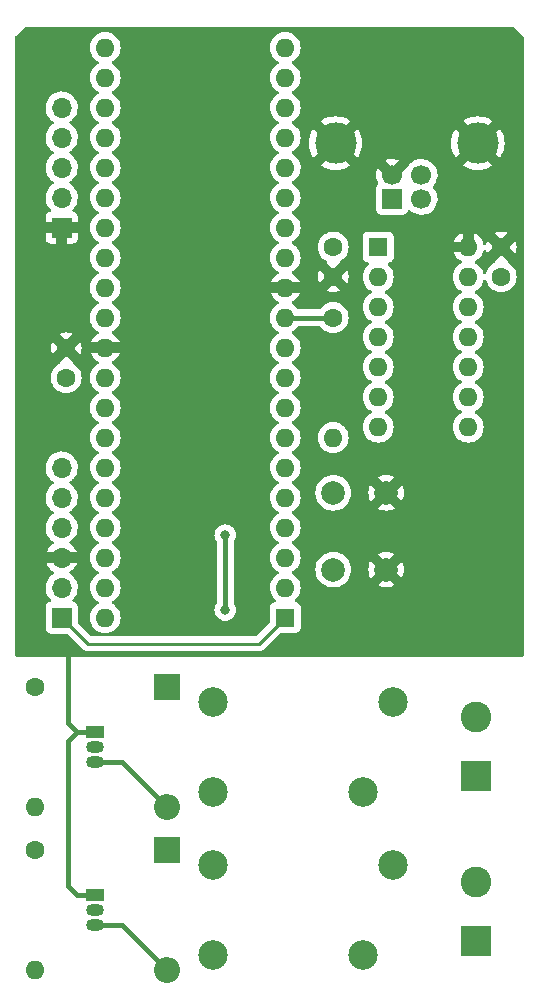
<source format=gbl>
%TF.GenerationSoftware,KiCad,Pcbnew,6.0.0+dfsg1-2*%
%TF.CreationDate,2022-03-14T17:52:29-05:00*%
%TF.ProjectId,remote64-controller,72656d6f-7465-4363-942d-636f6e74726f,rev?*%
%TF.SameCoordinates,Original*%
%TF.FileFunction,Copper,L2,Bot*%
%TF.FilePolarity,Positive*%
%FSLAX46Y46*%
G04 Gerber Fmt 4.6, Leading zero omitted, Abs format (unit mm)*
G04 Created by KiCad (PCBNEW 6.0.0+dfsg1-2) date 2022-03-14 17:52:29*
%MOMM*%
%LPD*%
G01*
G04 APERTURE LIST*
%TA.AperFunction,ComponentPad*%
%ADD10O,1.700000X1.700000*%
%TD*%
%TA.AperFunction,ComponentPad*%
%ADD11R,1.700000X1.700000*%
%TD*%
%TA.AperFunction,ComponentPad*%
%ADD12R,1.600000X1.600000*%
%TD*%
%TA.AperFunction,ComponentPad*%
%ADD13O,1.600000X1.600000*%
%TD*%
%TA.AperFunction,ComponentPad*%
%ADD14C,1.600000*%
%TD*%
%TA.AperFunction,ComponentPad*%
%ADD15R,2.600000X2.600000*%
%TD*%
%TA.AperFunction,ComponentPad*%
%ADD16C,2.600000*%
%TD*%
%TA.AperFunction,ComponentPad*%
%ADD17C,1.700000*%
%TD*%
%TA.AperFunction,ComponentPad*%
%ADD18C,3.500000*%
%TD*%
%TA.AperFunction,ComponentPad*%
%ADD19R,2.200000X2.200000*%
%TD*%
%TA.AperFunction,ComponentPad*%
%ADD20O,2.200000X2.200000*%
%TD*%
%TA.AperFunction,ComponentPad*%
%ADD21C,2.500000*%
%TD*%
%TA.AperFunction,ComponentPad*%
%ADD22C,2.000000*%
%TD*%
%TA.AperFunction,ComponentPad*%
%ADD23R,1.500000X1.050000*%
%TD*%
%TA.AperFunction,ComponentPad*%
%ADD24O,1.500000X1.050000*%
%TD*%
%TA.AperFunction,ViaPad*%
%ADD25C,0.800000*%
%TD*%
%TA.AperFunction,Conductor*%
%ADD26C,0.250000*%
%TD*%
%TA.AperFunction,Conductor*%
%ADD27C,0.400000*%
%TD*%
G04 APERTURE END LIST*
D10*
%TO.P,J3,6,Pin_6*%
%TO.N,unconnected-(J3-Pad6)*%
X69977000Y-102870000D03*
%TO.P,J3,5,Pin_5*%
%TO.N,Net-(J3-Pad5)*%
X69977000Y-105410000D03*
%TO.P,J3,4,Pin_4*%
%TO.N,Net-(J3-Pad4)*%
X69977000Y-107950000D03*
%TO.P,J3,3,Pin_3*%
%TO.N,GND*%
X69977000Y-110490000D03*
%TO.P,J3,2,Pin_2*%
%TO.N,VDD*%
X69977000Y-113030000D03*
D11*
%TO.P,J3,1,Pin_1*%
%TO.N,MCU_RESET*%
X69977000Y-115570000D03*
%TD*%
D12*
%TO.P,U2,1,Vpp/~{MCLR}/RE3*%
%TO.N,MCU_RESET*%
X88900000Y-115570000D03*
D13*
%TO.P,U2,2,RA0*%
%TO.N,3.3V_RELAY*%
X88900000Y-113030000D03*
%TO.P,U2,3,RA1*%
%TO.N,12V_RELAY*%
X88900000Y-110490000D03*
%TO.P,U2,4,RA2*%
%TO.N,unconnected-(U2-Pad4)*%
X88900000Y-107950000D03*
%TO.P,U2,5,RA3*%
%TO.N,unconnected-(U2-Pad5)*%
X88900000Y-105410000D03*
%TO.P,U2,6,RA4*%
%TO.N,unconnected-(U2-Pad6)*%
X88900000Y-102870000D03*
%TO.P,U2,7,RA5*%
%TO.N,unconnected-(U2-Pad7)*%
X88900000Y-100330000D03*
%TO.P,U2,8,RE0*%
%TO.N,unconnected-(U2-Pad8)*%
X88900000Y-97790000D03*
%TO.P,U2,9,RE1*%
%TO.N,unconnected-(U2-Pad9)*%
X88900000Y-95250000D03*
%TO.P,U2,10,RE2*%
%TO.N,unconnected-(U2-Pad10)*%
X88900000Y-92710000D03*
%TO.P,U2,11,VDD*%
%TO.N,VDD*%
X88900000Y-90170000D03*
%TO.P,U2,12,VSS*%
%TO.N,GND*%
X88900000Y-87630000D03*
%TO.P,U2,13,RA7*%
%TO.N,unconnected-(U2-Pad13)*%
X88900000Y-85090000D03*
%TO.P,U2,14,RA6*%
%TO.N,unconnected-(U2-Pad14)*%
X88900000Y-82550000D03*
%TO.P,U2,15,RC0*%
%TO.N,UART<-USB*%
X88900000Y-80010000D03*
%TO.P,U2,16,RC1*%
%TO.N,UART->USB*%
X88900000Y-77470000D03*
%TO.P,U2,17,RC2*%
%TO.N,unconnected-(U2-Pad17)*%
X88900000Y-74930000D03*
%TO.P,U2,18,RC3*%
%TO.N,unconnected-(U2-Pad18)*%
X88900000Y-72390000D03*
%TO.P,U2,19,RD0*%
%TO.N,unconnected-(U2-Pad19)*%
X88900000Y-69850000D03*
%TO.P,U2,20,RD1*%
%TO.N,unconnected-(U2-Pad20)*%
X88900000Y-67310000D03*
%TO.P,U2,21,RD2*%
%TO.N,unconnected-(U2-Pad21)*%
X73660000Y-67310000D03*
%TO.P,U2,22,RD3*%
%TO.N,unconnected-(U2-Pad22)*%
X73660000Y-69850000D03*
%TO.P,U2,23,RC4*%
%TO.N,/N64CNT1*%
X73660000Y-72390000D03*
%TO.P,U2,24,RC5*%
%TO.N,/N64CNT2*%
X73660000Y-74930000D03*
%TO.P,U2,25,RC6*%
%TO.N,/N64CNT3*%
X73660000Y-77470000D03*
%TO.P,U2,26,RC7*%
%TO.N,/N64CNT4*%
X73660000Y-80010000D03*
%TO.P,U2,27,RD4*%
%TO.N,unconnected-(U2-Pad27)*%
X73660000Y-82550000D03*
%TO.P,U2,28,RD5*%
%TO.N,unconnected-(U2-Pad28)*%
X73660000Y-85090000D03*
%TO.P,U2,29,RD6*%
%TO.N,unconnected-(U2-Pad29)*%
X73660000Y-87630000D03*
%TO.P,U2,30,RD7*%
%TO.N,unconnected-(U2-Pad30)*%
X73660000Y-90170000D03*
%TO.P,U2,31,VSS*%
%TO.N,GND*%
X73660000Y-92710000D03*
%TO.P,U2,32,VDD*%
%TO.N,VDD*%
X73660000Y-95250000D03*
%TO.P,U2,33,RB0*%
%TO.N,unconnected-(U2-Pad33)*%
X73660000Y-97790000D03*
%TO.P,U2,34,RB1*%
%TO.N,unconnected-(U2-Pad34)*%
X73660000Y-100330000D03*
%TO.P,U2,35,RB2*%
%TO.N,unconnected-(U2-Pad35)*%
X73660000Y-102870000D03*
%TO.P,U2,36,RB3*%
%TO.N,unconnected-(U2-Pad36)*%
X73660000Y-105410000D03*
%TO.P,U2,37,RB4*%
%TO.N,unconnected-(U2-Pad37)*%
X73660000Y-107950000D03*
%TO.P,U2,38,RB5*%
%TO.N,unconnected-(U2-Pad38)*%
X73660000Y-110490000D03*
%TO.P,U2,39,RB6/ICSPCLK*%
%TO.N,Net-(J3-Pad5)*%
X73660000Y-113030000D03*
%TO.P,U2,40,RB7/ICSPDAT*%
%TO.N,Net-(J3-Pad4)*%
X73660000Y-115570000D03*
%TD*%
D14*
%TO.P,C2,1*%
%TO.N,GND*%
X70358000Y-92750000D03*
%TO.P,C2,2*%
%TO.N,VDD*%
X70358000Y-95250000D03*
%TD*%
D15*
%TO.P,J4,1,Pin_1*%
%TO.N,/N64_12V_SRC*%
X105029000Y-142922000D03*
D16*
%TO.P,J4,2,Pin_2*%
%TO.N,/N64_12V_DEST*%
X105029000Y-137922000D03*
%TD*%
D11*
%TO.P,J5,1,Pin_1*%
%TO.N,GND*%
X69977000Y-82550000D03*
D10*
%TO.P,J5,2,Pin_2*%
%TO.N,/N64CNT4*%
X69977000Y-80010000D03*
%TO.P,J5,3,Pin_3*%
%TO.N,/N64CNT3*%
X69977000Y-77470000D03*
%TO.P,J5,4,Pin_4*%
%TO.N,/N64CNT2*%
X69977000Y-74930000D03*
%TO.P,J5,5,Pin_5*%
%TO.N,/N64CNT1*%
X69977000Y-72390000D03*
%TD*%
D14*
%TO.P,C3,1*%
%TO.N,GND*%
X92964000Y-86701000D03*
%TO.P,C3,2*%
%TO.N,VDD*%
X92964000Y-84201000D03*
%TD*%
D11*
%TO.P,J1,1,VBUS*%
%TO.N,VDD*%
X97937000Y-80110500D03*
D17*
%TO.P,J1,2,D-*%
%TO.N,/D-*%
X100437000Y-80110500D03*
%TO.P,J1,3,D+*%
%TO.N,/D+*%
X100437000Y-78110500D03*
%TO.P,J1,4,GND*%
%TO.N,GND*%
X97937000Y-78110500D03*
D18*
%TO.P,J1,5,Shield*%
X105207000Y-75400500D03*
X93167000Y-75400500D03*
%TD*%
D14*
%TO.P,R3,1*%
%TO.N,12V_RELAY*%
X67691000Y-135255000D03*
D13*
%TO.P,R3,2*%
%TO.N,Net-(Q2-Pad2)*%
X67691000Y-145415000D03*
%TD*%
D15*
%TO.P,J2,1,Pin_1*%
%TO.N,/N64_3.3V_SRC*%
X105029000Y-128992000D03*
D16*
%TO.P,J2,2,Pin_2*%
%TO.N,/N64_3.3V_DEST*%
X105029000Y-123992000D03*
%TD*%
D19*
%TO.P,D1,1,K*%
%TO.N,VDD*%
X78867000Y-121412000D03*
D20*
%TO.P,D1,2,A*%
%TO.N,Net-(D1-Pad2)*%
X78867000Y-131572000D03*
%TD*%
D21*
%TO.P,K1,1,C*%
%TO.N,/N64_3.3V_SRC*%
X95504000Y-130302000D03*
%TO.P,K1,2,NO*%
%TO.N,/N64_3.3V_DEST*%
X98044000Y-122682000D03*
%TO.P,K1,3,COIL_{A}*%
%TO.N,VDD*%
X82804000Y-122682000D03*
%TO.P,K1,4,COIL_{B}*%
%TO.N,Net-(D1-Pad2)*%
X82804000Y-130302000D03*
%TD*%
D12*
%TO.P,U1,1,VDD*%
%TO.N,VDD*%
X96774000Y-84201000D03*
D13*
%TO.P,U1,2,GP0*%
%TO.N,unconnected-(U1-Pad2)*%
X96774000Y-86741000D03*
%TO.P,U1,3,GP1*%
%TO.N,unconnected-(U1-Pad3)*%
X96774000Y-89281000D03*
%TO.P,U1,4,~{RST}*%
%TO.N,unconnected-(U1-Pad4)*%
X96774000Y-91821000D03*
%TO.P,U1,5,URx*%
%TO.N,UART->USB*%
X96774000Y-94361000D03*
%TO.P,U1,6,UTx*%
%TO.N,UART<-USB*%
X96774000Y-96901000D03*
%TO.P,U1,7,GP2*%
%TO.N,unconnected-(U1-Pad7)*%
X96774000Y-99441000D03*
%TO.P,U1,8,GP3*%
%TO.N,unconnected-(U1-Pad8)*%
X104394000Y-99441000D03*
%TO.P,U1,9,SDA*%
%TO.N,unconnected-(U1-Pad9)*%
X104394000Y-96901000D03*
%TO.P,U1,10,SCL*%
%TO.N,unconnected-(U1-Pad10)*%
X104394000Y-94361000D03*
%TO.P,U1,11,VUSB*%
%TO.N,Net-(C1-Pad2)*%
X104394000Y-91821000D03*
%TO.P,U1,12,D-*%
%TO.N,/D-*%
X104394000Y-89281000D03*
%TO.P,U1,13,D+*%
%TO.N,/D+*%
X104394000Y-86741000D03*
%TO.P,U1,14,VSS*%
%TO.N,GND*%
X104394000Y-84201000D03*
%TD*%
D21*
%TO.P,K2,1,C*%
%TO.N,/N64_12V_SRC*%
X95504000Y-144145000D03*
%TO.P,K2,2,NO*%
%TO.N,/N64_12V_DEST*%
X98044000Y-136525000D03*
%TO.P,K2,3,COIL_{A}*%
%TO.N,VDD*%
X82804000Y-136525000D03*
%TO.P,K2,4,COIL_{B}*%
%TO.N,Net-(D2-Pad2)*%
X82804000Y-144145000D03*
%TD*%
D19*
%TO.P,D2,1,K*%
%TO.N,VDD*%
X78867000Y-135255000D03*
D20*
%TO.P,D2,2,A*%
%TO.N,Net-(D2-Pad2)*%
X78867000Y-145415000D03*
%TD*%
D22*
%TO.P,SW1,1,1*%
%TO.N,GND*%
X97464000Y-111506000D03*
X97464000Y-105006000D03*
%TO.P,SW1,2,2*%
%TO.N,MCU_RESET*%
X92964000Y-111506000D03*
X92964000Y-105006000D03*
%TD*%
D23*
%TO.P,Q2,1,E*%
%TO.N,GND*%
X72771000Y-139065000D03*
D24*
%TO.P,Q2,2,B*%
%TO.N,Net-(Q2-Pad2)*%
X72771000Y-140335000D03*
%TO.P,Q2,3,C*%
%TO.N,Net-(D2-Pad2)*%
X72771000Y-141605000D03*
%TD*%
D14*
%TO.P,C1,1*%
%TO.N,GND*%
X107188000Y-84201000D03*
%TO.P,C1,2*%
%TO.N,Net-(C1-Pad2)*%
X107188000Y-86701000D03*
%TD*%
%TO.P,R2,1*%
%TO.N,VDD*%
X92964000Y-90170000D03*
D13*
%TO.P,R2,2*%
%TO.N,MCU_RESET*%
X92964000Y-100330000D03*
%TD*%
D23*
%TO.P,Q1,1,E*%
%TO.N,GND*%
X72771000Y-125222000D03*
D24*
%TO.P,Q1,2,B*%
%TO.N,Net-(Q1-Pad2)*%
X72771000Y-126492000D03*
%TO.P,Q1,3,C*%
%TO.N,Net-(D1-Pad2)*%
X72771000Y-127762000D03*
%TD*%
D14*
%TO.P,R1,1*%
%TO.N,3.3V_RELAY*%
X67691000Y-121412000D03*
D13*
%TO.P,R1,2*%
%TO.N,Net-(Q1-Pad2)*%
X67691000Y-131572000D03*
%TD*%
D25*
%TO.N,VDD*%
X83820000Y-108585000D03*
X83820000Y-114935000D03*
%TD*%
D26*
%TO.N,MCU_RESET*%
X88900000Y-115570000D02*
X86677500Y-117792500D01*
X86677500Y-117792500D02*
X72199500Y-117792500D01*
X72199500Y-117792500D02*
X69977000Y-115570000D01*
D27*
%TO.N,GND*%
X71247000Y-125222000D02*
X70485000Y-124460000D01*
X70485000Y-124460000D02*
X70485000Y-117983000D01*
X71247000Y-139065000D02*
X70485000Y-138303000D01*
X71247000Y-125222000D02*
X72771000Y-125222000D01*
X70485000Y-125984000D02*
X71247000Y-125222000D01*
X70485000Y-138303000D02*
X70485000Y-125984000D01*
X72771000Y-139065000D02*
X71247000Y-139065000D01*
%TO.N,VDD*%
X88900000Y-90170000D02*
X92964000Y-90170000D01*
X83820000Y-108585000D02*
X83820000Y-114935000D01*
%TO.N,Net-(D1-Pad2)*%
X75057000Y-127762000D02*
X78867000Y-131572000D01*
X72771000Y-127762000D02*
X75057000Y-127762000D01*
%TO.N,Net-(D2-Pad2)*%
X72771000Y-141605000D02*
X75057000Y-141605000D01*
X75057000Y-141605000D02*
X78867000Y-145415000D01*
%TD*%
%TA.AperFunction,Conductor*%
%TO.N,GND*%
G36*
X108263511Y-65552002D02*
G01*
X108284485Y-65568905D01*
X109056095Y-66340515D01*
X109090121Y-66402827D01*
X109093000Y-66429610D01*
X109093000Y-118746000D01*
X109072998Y-118814121D01*
X109019342Y-118860614D01*
X108967000Y-118872000D01*
X66166000Y-118872000D01*
X66097879Y-118851998D01*
X66051386Y-118798342D01*
X66040000Y-118746000D01*
X66040000Y-112996695D01*
X68614251Y-112996695D01*
X68614548Y-113001848D01*
X68614548Y-113001851D01*
X68620011Y-113096590D01*
X68627110Y-113219715D01*
X68628247Y-113224761D01*
X68628248Y-113224767D01*
X68636955Y-113263402D01*
X68676222Y-113437639D01*
X68760266Y-113644616D01*
X68876987Y-113835088D01*
X69023250Y-114003938D01*
X69027230Y-114007242D01*
X69031981Y-114011187D01*
X69071616Y-114070090D01*
X69073113Y-114141071D01*
X69035997Y-114201593D01*
X68995725Y-114226112D01*
X68901328Y-114261500D01*
X68880295Y-114269385D01*
X68763739Y-114356739D01*
X68676385Y-114473295D01*
X68625255Y-114609684D01*
X68618500Y-114671866D01*
X68618500Y-116468134D01*
X68625255Y-116530316D01*
X68676385Y-116666705D01*
X68763739Y-116783261D01*
X68880295Y-116870615D01*
X69016684Y-116921745D01*
X69078866Y-116928500D01*
X70387406Y-116928500D01*
X70455527Y-116948502D01*
X70476501Y-116965405D01*
X71695843Y-118184747D01*
X71703387Y-118193037D01*
X71707500Y-118199518D01*
X71713277Y-118204943D01*
X71757167Y-118246158D01*
X71760009Y-118248913D01*
X71779731Y-118268635D01*
X71782855Y-118271058D01*
X71782859Y-118271062D01*
X71782924Y-118271112D01*
X71791945Y-118278817D01*
X71824179Y-118309086D01*
X71831127Y-118312905D01*
X71831129Y-118312907D01*
X71841932Y-118318846D01*
X71858459Y-118329702D01*
X71868198Y-118337257D01*
X71868200Y-118337258D01*
X71874460Y-118342114D01*
X71915040Y-118359674D01*
X71925688Y-118364891D01*
X71950476Y-118378518D01*
X71964440Y-118386195D01*
X71972116Y-118388166D01*
X71972119Y-118388167D01*
X71984062Y-118391233D01*
X72002767Y-118397637D01*
X72021355Y-118405681D01*
X72029178Y-118406920D01*
X72029188Y-118406923D01*
X72065024Y-118412599D01*
X72076644Y-118415005D01*
X72108459Y-118423173D01*
X72119470Y-118426000D01*
X72139724Y-118426000D01*
X72159434Y-118427551D01*
X72179443Y-118430720D01*
X72187335Y-118429974D01*
X72206080Y-118428202D01*
X72223462Y-118426559D01*
X72235319Y-118426000D01*
X86598733Y-118426000D01*
X86609916Y-118426527D01*
X86617409Y-118428202D01*
X86625335Y-118427953D01*
X86625336Y-118427953D01*
X86685486Y-118426062D01*
X86689445Y-118426000D01*
X86717356Y-118426000D01*
X86721291Y-118425503D01*
X86721356Y-118425495D01*
X86733193Y-118424562D01*
X86765451Y-118423548D01*
X86769470Y-118423422D01*
X86777389Y-118423173D01*
X86796843Y-118417521D01*
X86816200Y-118413513D01*
X86828430Y-118411968D01*
X86828431Y-118411968D01*
X86836297Y-118410974D01*
X86843668Y-118408055D01*
X86843670Y-118408055D01*
X86877412Y-118394696D01*
X86888642Y-118390851D01*
X86923483Y-118380729D01*
X86923484Y-118380729D01*
X86931093Y-118378518D01*
X86937912Y-118374485D01*
X86937917Y-118374483D01*
X86948528Y-118368207D01*
X86966276Y-118359512D01*
X86985117Y-118352052D01*
X87020887Y-118326064D01*
X87030807Y-118319548D01*
X87062035Y-118301080D01*
X87062038Y-118301078D01*
X87068862Y-118297042D01*
X87083183Y-118282721D01*
X87098217Y-118269880D01*
X87099931Y-118268635D01*
X87114607Y-118257972D01*
X87142798Y-118223895D01*
X87150788Y-118215116D01*
X88450499Y-116915405D01*
X88512811Y-116881379D01*
X88539594Y-116878500D01*
X89748134Y-116878500D01*
X89810316Y-116871745D01*
X89946705Y-116820615D01*
X90063261Y-116733261D01*
X90150615Y-116616705D01*
X90201745Y-116480316D01*
X90208500Y-116418134D01*
X90208500Y-114721866D01*
X90201745Y-114659684D01*
X90150615Y-114523295D01*
X90063261Y-114406739D01*
X89946705Y-114319385D01*
X89810316Y-114268255D01*
X89799526Y-114267083D01*
X89797394Y-114266197D01*
X89794778Y-114265575D01*
X89794879Y-114265152D01*
X89733965Y-114239845D01*
X89693537Y-114181483D01*
X89691078Y-114110529D01*
X89727371Y-114049510D01*
X89736031Y-114042511D01*
X89739793Y-114039354D01*
X89744300Y-114036198D01*
X89906198Y-113874300D01*
X89930923Y-113838990D01*
X90034366Y-113691257D01*
X90037523Y-113686749D01*
X90039846Y-113681767D01*
X90039849Y-113681762D01*
X90131961Y-113484225D01*
X90131961Y-113484224D01*
X90134284Y-113479243D01*
X90144150Y-113442425D01*
X90192119Y-113263402D01*
X90192119Y-113263400D01*
X90193543Y-113258087D01*
X90213498Y-113030000D01*
X90193543Y-112801913D01*
X90187593Y-112779707D01*
X90135707Y-112586067D01*
X90135706Y-112586065D01*
X90134284Y-112580757D01*
X90122092Y-112554610D01*
X90039849Y-112378238D01*
X90039846Y-112378233D01*
X90037523Y-112373251D01*
X89964098Y-112268389D01*
X89909357Y-112190211D01*
X89909355Y-112190208D01*
X89906198Y-112185700D01*
X89744300Y-112023802D01*
X89739792Y-112020645D01*
X89739789Y-112020643D01*
X89661611Y-111965902D01*
X89556749Y-111892477D01*
X89551767Y-111890154D01*
X89551762Y-111890151D01*
X89517543Y-111874195D01*
X89464258Y-111827278D01*
X89444797Y-111759001D01*
X89465339Y-111691041D01*
X89517543Y-111645805D01*
X89551762Y-111629849D01*
X89551767Y-111629846D01*
X89556749Y-111627523D01*
X89661611Y-111554098D01*
X89730302Y-111506000D01*
X91450835Y-111506000D01*
X91469465Y-111742711D01*
X91470619Y-111747518D01*
X91470620Y-111747524D01*
X91502332Y-111879612D01*
X91524895Y-111973594D01*
X91526788Y-111978165D01*
X91526789Y-111978167D01*
X91612752Y-112185700D01*
X91615760Y-112192963D01*
X91618346Y-112197183D01*
X91737241Y-112391202D01*
X91737245Y-112391208D01*
X91739824Y-112395416D01*
X91894031Y-112575969D01*
X92074584Y-112730176D01*
X92078792Y-112732755D01*
X92078798Y-112732759D01*
X92272603Y-112851523D01*
X92277037Y-112854240D01*
X92281607Y-112856133D01*
X92281611Y-112856135D01*
X92491833Y-112943211D01*
X92496406Y-112945105D01*
X92576609Y-112964360D01*
X92722476Y-112999380D01*
X92722482Y-112999381D01*
X92727289Y-113000535D01*
X92964000Y-113019165D01*
X93200711Y-113000535D01*
X93205518Y-112999381D01*
X93205524Y-112999380D01*
X93351391Y-112964360D01*
X93431594Y-112945105D01*
X93436167Y-112943211D01*
X93646389Y-112856135D01*
X93646393Y-112856133D01*
X93650963Y-112854240D01*
X93655397Y-112851523D01*
X93667690Y-112843990D01*
X96768026Y-112843990D01*
X96773665Y-112851523D01*
X96781836Y-112855686D01*
X96991988Y-112942734D01*
X97001373Y-112945783D01*
X97222554Y-112998885D01*
X97232301Y-113000428D01*
X97459070Y-113018275D01*
X97468930Y-113018275D01*
X97695699Y-113000428D01*
X97705446Y-112998885D01*
X97926627Y-112945783D01*
X97936012Y-112942734D01*
X98146164Y-112855686D01*
X98151339Y-112853050D01*
X98160040Y-112843431D01*
X98156256Y-112834652D01*
X97476812Y-112155208D01*
X97462868Y-112147594D01*
X97461035Y-112147725D01*
X97454420Y-112151976D01*
X96774786Y-112831610D01*
X96768026Y-112843990D01*
X93667690Y-112843990D01*
X93849202Y-112732759D01*
X93849208Y-112732755D01*
X93853416Y-112730176D01*
X94033969Y-112575969D01*
X94188176Y-112395416D01*
X94190755Y-112391208D01*
X94190759Y-112391202D01*
X94309654Y-112197183D01*
X94312240Y-112192963D01*
X94315249Y-112185700D01*
X94401211Y-111978167D01*
X94401212Y-111978165D01*
X94403105Y-111973594D01*
X94425668Y-111879612D01*
X94457380Y-111747524D01*
X94457381Y-111747518D01*
X94458535Y-111742711D01*
X94476777Y-111510930D01*
X95951725Y-111510930D01*
X95969572Y-111737699D01*
X95971115Y-111747446D01*
X96024217Y-111968627D01*
X96027266Y-111978012D01*
X96114314Y-112188164D01*
X96116950Y-112193339D01*
X96126569Y-112202040D01*
X96135348Y-112198256D01*
X96814792Y-111518812D01*
X96821170Y-111507132D01*
X98105594Y-111507132D01*
X98105725Y-111508965D01*
X98109976Y-111515580D01*
X98789610Y-112195214D01*
X98801990Y-112201974D01*
X98809523Y-112196335D01*
X98813686Y-112188164D01*
X98900734Y-111978012D01*
X98903783Y-111968627D01*
X98956885Y-111747446D01*
X98958428Y-111737699D01*
X98976275Y-111510930D01*
X98976275Y-111501070D01*
X98958428Y-111274301D01*
X98956885Y-111264554D01*
X98903783Y-111043373D01*
X98900734Y-111033988D01*
X98813686Y-110823836D01*
X98811050Y-110818661D01*
X98801431Y-110809960D01*
X98792652Y-110813744D01*
X98113208Y-111493188D01*
X98105594Y-111507132D01*
X96821170Y-111507132D01*
X96822406Y-111504868D01*
X96822275Y-111503035D01*
X96818024Y-111496420D01*
X96138390Y-110816786D01*
X96126010Y-110810026D01*
X96118477Y-110815665D01*
X96114314Y-110823836D01*
X96027266Y-111033988D01*
X96024217Y-111043373D01*
X95971115Y-111264554D01*
X95969572Y-111274301D01*
X95951725Y-111501070D01*
X95951725Y-111510930D01*
X94476777Y-111510930D01*
X94477165Y-111506000D01*
X94458535Y-111269289D01*
X94403105Y-111038406D01*
X94385651Y-110996268D01*
X94314135Y-110823611D01*
X94314133Y-110823607D01*
X94312240Y-110819037D01*
X94309651Y-110814812D01*
X94190759Y-110620798D01*
X94190755Y-110620792D01*
X94188176Y-110616584D01*
X94033969Y-110436031D01*
X93853416Y-110281824D01*
X93849208Y-110279245D01*
X93849202Y-110279241D01*
X93668602Y-110168569D01*
X96767960Y-110168569D01*
X96771744Y-110177348D01*
X97451188Y-110856792D01*
X97465132Y-110864406D01*
X97466965Y-110864275D01*
X97473580Y-110860024D01*
X98153214Y-110180390D01*
X98159974Y-110168010D01*
X98154335Y-110160477D01*
X98146164Y-110156314D01*
X97936012Y-110069266D01*
X97926627Y-110066217D01*
X97705446Y-110013115D01*
X97695699Y-110011572D01*
X97468930Y-109993725D01*
X97459070Y-109993725D01*
X97232301Y-110011572D01*
X97222554Y-110013115D01*
X97001373Y-110066217D01*
X96991988Y-110069266D01*
X96781836Y-110156314D01*
X96776661Y-110158950D01*
X96767960Y-110168569D01*
X93668602Y-110168569D01*
X93655183Y-110160346D01*
X93650963Y-110157760D01*
X93646393Y-110155867D01*
X93646389Y-110155865D01*
X93436167Y-110068789D01*
X93436165Y-110068788D01*
X93431594Y-110066895D01*
X93344839Y-110046067D01*
X93205524Y-110012620D01*
X93205518Y-110012619D01*
X93200711Y-110011465D01*
X92964000Y-109992835D01*
X92727289Y-110011465D01*
X92722482Y-110012619D01*
X92722476Y-110012620D01*
X92583161Y-110046067D01*
X92496406Y-110066895D01*
X92491835Y-110068788D01*
X92491833Y-110068789D01*
X92281611Y-110155865D01*
X92281607Y-110155867D01*
X92277037Y-110157760D01*
X92272817Y-110160346D01*
X92078798Y-110279241D01*
X92078792Y-110279245D01*
X92074584Y-110281824D01*
X91894031Y-110436031D01*
X91739824Y-110616584D01*
X91737245Y-110620792D01*
X91737241Y-110620798D01*
X91618349Y-110814812D01*
X91615760Y-110819037D01*
X91613867Y-110823607D01*
X91613865Y-110823611D01*
X91542349Y-110996268D01*
X91524895Y-111038406D01*
X91469465Y-111269289D01*
X91450835Y-111506000D01*
X89730302Y-111506000D01*
X89739789Y-111499357D01*
X89739792Y-111499355D01*
X89744300Y-111496198D01*
X89906198Y-111334300D01*
X89948265Y-111274223D01*
X90003023Y-111196020D01*
X90037523Y-111146749D01*
X90039846Y-111141767D01*
X90039849Y-111141762D01*
X90131961Y-110944225D01*
X90131961Y-110944224D01*
X90134284Y-110939243D01*
X90165208Y-110823836D01*
X90192119Y-110723402D01*
X90192119Y-110723400D01*
X90193543Y-110718087D01*
X90213498Y-110490000D01*
X90193543Y-110261913D01*
X90170884Y-110177348D01*
X90135707Y-110046067D01*
X90135706Y-110046065D01*
X90134284Y-110040757D01*
X90126001Y-110022994D01*
X90039849Y-109838238D01*
X90039846Y-109838233D01*
X90037523Y-109833251D01*
X89906198Y-109645700D01*
X89744300Y-109483802D01*
X89739792Y-109480645D01*
X89739789Y-109480643D01*
X89661611Y-109425902D01*
X89556749Y-109352477D01*
X89551767Y-109350154D01*
X89551762Y-109350151D01*
X89517543Y-109334195D01*
X89464258Y-109287278D01*
X89444797Y-109219001D01*
X89465339Y-109151041D01*
X89517543Y-109105805D01*
X89551762Y-109089849D01*
X89551767Y-109089846D01*
X89556749Y-109087523D01*
X89699555Y-108987529D01*
X89739789Y-108959357D01*
X89739792Y-108959355D01*
X89744300Y-108956198D01*
X89906198Y-108794300D01*
X89919763Y-108774928D01*
X90034366Y-108611257D01*
X90037523Y-108606749D01*
X90039846Y-108601767D01*
X90039849Y-108601762D01*
X90131961Y-108404225D01*
X90131961Y-108404224D01*
X90134284Y-108399243D01*
X90144150Y-108362425D01*
X90192119Y-108183402D01*
X90192119Y-108183400D01*
X90193543Y-108178087D01*
X90213498Y-107950000D01*
X90193543Y-107721913D01*
X90187593Y-107699707D01*
X90135707Y-107506067D01*
X90135706Y-107506065D01*
X90134284Y-107500757D01*
X90122092Y-107474610D01*
X90039849Y-107298238D01*
X90039846Y-107298233D01*
X90037523Y-107293251D01*
X89964098Y-107188389D01*
X89909357Y-107110211D01*
X89909355Y-107110208D01*
X89906198Y-107105700D01*
X89744300Y-106943802D01*
X89739792Y-106940645D01*
X89739789Y-106940643D01*
X89661611Y-106885902D01*
X89556749Y-106812477D01*
X89551767Y-106810154D01*
X89551762Y-106810151D01*
X89517543Y-106794195D01*
X89464258Y-106747278D01*
X89444797Y-106679001D01*
X89465339Y-106611041D01*
X89517543Y-106565805D01*
X89551762Y-106549849D01*
X89551767Y-106549846D01*
X89556749Y-106547523D01*
X89701367Y-106446260D01*
X89739789Y-106419357D01*
X89739792Y-106419355D01*
X89744300Y-106416198D01*
X89906198Y-106254300D01*
X89930923Y-106218990D01*
X90009032Y-106107438D01*
X90037523Y-106066749D01*
X90039846Y-106061767D01*
X90039849Y-106061762D01*
X90131961Y-105864225D01*
X90131961Y-105864224D01*
X90134284Y-105859243D01*
X90144150Y-105822425D01*
X90192119Y-105643402D01*
X90192119Y-105643400D01*
X90193543Y-105638087D01*
X90213498Y-105410000D01*
X90193543Y-105181913D01*
X90187593Y-105159707D01*
X90146407Y-105006000D01*
X91450835Y-105006000D01*
X91469465Y-105242711D01*
X91524895Y-105473594D01*
X91526788Y-105478165D01*
X91526789Y-105478167D01*
X91598783Y-105651976D01*
X91615760Y-105692963D01*
X91618346Y-105697183D01*
X91737241Y-105891202D01*
X91737245Y-105891208D01*
X91739824Y-105895416D01*
X91894031Y-106075969D01*
X92074584Y-106230176D01*
X92078792Y-106232755D01*
X92078798Y-106232759D01*
X92272603Y-106351523D01*
X92277037Y-106354240D01*
X92281607Y-106356133D01*
X92281611Y-106356135D01*
X92491833Y-106443211D01*
X92496406Y-106445105D01*
X92534169Y-106454171D01*
X92722476Y-106499380D01*
X92722482Y-106499381D01*
X92727289Y-106500535D01*
X92964000Y-106519165D01*
X93200711Y-106500535D01*
X93205518Y-106499381D01*
X93205524Y-106499380D01*
X93393831Y-106454171D01*
X93431594Y-106445105D01*
X93436167Y-106443211D01*
X93646389Y-106356135D01*
X93646393Y-106356133D01*
X93650963Y-106354240D01*
X93655397Y-106351523D01*
X93667690Y-106343990D01*
X96768026Y-106343990D01*
X96773665Y-106351523D01*
X96781836Y-106355686D01*
X96991988Y-106442734D01*
X97001373Y-106445783D01*
X97222554Y-106498885D01*
X97232301Y-106500428D01*
X97459070Y-106518275D01*
X97468930Y-106518275D01*
X97695699Y-106500428D01*
X97705446Y-106498885D01*
X97926627Y-106445783D01*
X97936012Y-106442734D01*
X98146164Y-106355686D01*
X98151339Y-106353050D01*
X98160040Y-106343431D01*
X98156256Y-106334652D01*
X97476812Y-105655208D01*
X97462868Y-105647594D01*
X97461035Y-105647725D01*
X97454420Y-105651976D01*
X96774786Y-106331610D01*
X96768026Y-106343990D01*
X93667690Y-106343990D01*
X93849202Y-106232759D01*
X93849208Y-106232755D01*
X93853416Y-106230176D01*
X94033969Y-106075969D01*
X94188176Y-105895416D01*
X94190755Y-105891208D01*
X94190759Y-105891202D01*
X94309654Y-105697183D01*
X94312240Y-105692963D01*
X94329218Y-105651976D01*
X94401211Y-105478167D01*
X94401212Y-105478165D01*
X94403105Y-105473594D01*
X94458535Y-105242711D01*
X94476777Y-105010930D01*
X95951725Y-105010930D01*
X95969572Y-105237699D01*
X95971115Y-105247446D01*
X96024217Y-105468627D01*
X96027266Y-105478012D01*
X96114314Y-105688164D01*
X96116950Y-105693339D01*
X96126569Y-105702040D01*
X96135348Y-105698256D01*
X96814792Y-105018812D01*
X96821170Y-105007132D01*
X98105594Y-105007132D01*
X98105725Y-105008965D01*
X98109976Y-105015580D01*
X98789610Y-105695214D01*
X98801990Y-105701974D01*
X98809523Y-105696335D01*
X98813686Y-105688164D01*
X98900734Y-105478012D01*
X98903783Y-105468627D01*
X98956885Y-105247446D01*
X98958428Y-105237699D01*
X98976275Y-105010930D01*
X98976275Y-105001070D01*
X98958428Y-104774301D01*
X98956885Y-104764554D01*
X98903783Y-104543373D01*
X98900734Y-104533988D01*
X98813686Y-104323836D01*
X98811050Y-104318661D01*
X98801431Y-104309960D01*
X98792652Y-104313744D01*
X98113208Y-104993188D01*
X98105594Y-105007132D01*
X96821170Y-105007132D01*
X96822406Y-105004868D01*
X96822275Y-105003035D01*
X96818024Y-104996420D01*
X96138390Y-104316786D01*
X96126010Y-104310026D01*
X96118477Y-104315665D01*
X96114314Y-104323836D01*
X96027266Y-104533988D01*
X96024217Y-104543373D01*
X95971115Y-104764554D01*
X95969572Y-104774301D01*
X95951725Y-105001070D01*
X95951725Y-105010930D01*
X94476777Y-105010930D01*
X94477165Y-105006000D01*
X94458535Y-104769289D01*
X94456664Y-104761492D01*
X94408722Y-104561803D01*
X94403105Y-104538406D01*
X94401211Y-104533833D01*
X94314135Y-104323611D01*
X94314133Y-104323607D01*
X94312240Y-104319037D01*
X94309651Y-104314812D01*
X94190759Y-104120798D01*
X94190755Y-104120792D01*
X94188176Y-104116584D01*
X94033969Y-103936031D01*
X93853416Y-103781824D01*
X93849208Y-103779245D01*
X93849202Y-103779241D01*
X93668602Y-103668569D01*
X96767960Y-103668569D01*
X96771744Y-103677348D01*
X97451188Y-104356792D01*
X97465132Y-104364406D01*
X97466965Y-104364275D01*
X97473580Y-104360024D01*
X98153214Y-103680390D01*
X98159974Y-103668010D01*
X98154335Y-103660477D01*
X98146164Y-103656314D01*
X97936012Y-103569266D01*
X97926627Y-103566217D01*
X97705446Y-103513115D01*
X97695699Y-103511572D01*
X97468930Y-103493725D01*
X97459070Y-103493725D01*
X97232301Y-103511572D01*
X97222554Y-103513115D01*
X97001373Y-103566217D01*
X96991988Y-103569266D01*
X96781836Y-103656314D01*
X96776661Y-103658950D01*
X96767960Y-103668569D01*
X93668602Y-103668569D01*
X93655183Y-103660346D01*
X93650963Y-103657760D01*
X93646393Y-103655867D01*
X93646389Y-103655865D01*
X93436167Y-103568789D01*
X93436165Y-103568788D01*
X93431594Y-103566895D01*
X93351391Y-103547640D01*
X93205524Y-103512620D01*
X93205518Y-103512619D01*
X93200711Y-103511465D01*
X92964000Y-103492835D01*
X92727289Y-103511465D01*
X92722482Y-103512619D01*
X92722476Y-103512620D01*
X92576609Y-103547640D01*
X92496406Y-103566895D01*
X92491835Y-103568788D01*
X92491833Y-103568789D01*
X92281611Y-103655865D01*
X92281607Y-103655867D01*
X92277037Y-103657760D01*
X92272817Y-103660346D01*
X92078798Y-103779241D01*
X92078792Y-103779245D01*
X92074584Y-103781824D01*
X91894031Y-103936031D01*
X91739824Y-104116584D01*
X91737245Y-104120792D01*
X91737241Y-104120798D01*
X91618349Y-104314812D01*
X91615760Y-104319037D01*
X91613867Y-104323607D01*
X91613865Y-104323611D01*
X91526789Y-104533833D01*
X91524895Y-104538406D01*
X91519278Y-104561803D01*
X91471337Y-104761492D01*
X91469465Y-104769289D01*
X91450835Y-105006000D01*
X90146407Y-105006000D01*
X90135707Y-104966067D01*
X90135706Y-104966065D01*
X90134284Y-104960757D01*
X90047339Y-104774301D01*
X90039849Y-104758238D01*
X90039846Y-104758233D01*
X90037523Y-104753251D01*
X89964098Y-104648389D01*
X89909357Y-104570211D01*
X89909355Y-104570208D01*
X89906198Y-104565700D01*
X89744300Y-104403802D01*
X89739792Y-104400645D01*
X89739789Y-104400643D01*
X89622706Y-104318661D01*
X89556749Y-104272477D01*
X89551767Y-104270154D01*
X89551762Y-104270151D01*
X89517543Y-104254195D01*
X89464258Y-104207278D01*
X89444797Y-104139001D01*
X89465339Y-104071041D01*
X89517543Y-104025805D01*
X89551762Y-104009849D01*
X89551767Y-104009846D01*
X89556749Y-104007523D01*
X89699555Y-103907529D01*
X89739789Y-103879357D01*
X89739792Y-103879355D01*
X89744300Y-103876198D01*
X89906198Y-103714300D01*
X89930923Y-103678990D01*
X90034366Y-103531257D01*
X90037523Y-103526749D01*
X90039846Y-103521767D01*
X90039849Y-103521762D01*
X90131961Y-103324225D01*
X90131961Y-103324224D01*
X90134284Y-103319243D01*
X90144150Y-103282425D01*
X90192119Y-103103402D01*
X90192119Y-103103400D01*
X90193543Y-103098087D01*
X90213498Y-102870000D01*
X90193543Y-102641913D01*
X90187593Y-102619707D01*
X90135707Y-102426067D01*
X90135706Y-102426065D01*
X90134284Y-102420757D01*
X90122092Y-102394610D01*
X90039849Y-102218238D01*
X90039846Y-102218233D01*
X90037523Y-102213251D01*
X89964098Y-102108389D01*
X89909357Y-102030211D01*
X89909355Y-102030208D01*
X89906198Y-102025700D01*
X89744300Y-101863802D01*
X89739792Y-101860645D01*
X89739789Y-101860643D01*
X89661611Y-101805902D01*
X89556749Y-101732477D01*
X89551767Y-101730154D01*
X89551762Y-101730151D01*
X89517543Y-101714195D01*
X89464258Y-101667278D01*
X89444797Y-101599001D01*
X89465339Y-101531041D01*
X89517543Y-101485805D01*
X89551762Y-101469849D01*
X89551767Y-101469846D01*
X89556749Y-101467523D01*
X89661611Y-101394098D01*
X89739789Y-101339357D01*
X89739792Y-101339355D01*
X89744300Y-101336198D01*
X89906198Y-101174300D01*
X90037523Y-100986749D01*
X90039846Y-100981767D01*
X90039849Y-100981762D01*
X90131961Y-100784225D01*
X90131961Y-100784224D01*
X90134284Y-100779243D01*
X90140915Y-100754498D01*
X90192119Y-100563402D01*
X90192119Y-100563400D01*
X90193543Y-100558087D01*
X90213498Y-100330000D01*
X91650502Y-100330000D01*
X91670457Y-100558087D01*
X91671881Y-100563400D01*
X91671881Y-100563402D01*
X91723086Y-100754498D01*
X91729716Y-100779243D01*
X91732039Y-100784224D01*
X91732039Y-100784225D01*
X91824151Y-100981762D01*
X91824154Y-100981767D01*
X91826477Y-100986749D01*
X91957802Y-101174300D01*
X92119700Y-101336198D01*
X92124208Y-101339355D01*
X92124211Y-101339357D01*
X92202389Y-101394098D01*
X92307251Y-101467523D01*
X92312233Y-101469846D01*
X92312238Y-101469849D01*
X92492263Y-101553795D01*
X92514757Y-101564284D01*
X92520065Y-101565706D01*
X92520067Y-101565707D01*
X92730598Y-101622119D01*
X92730600Y-101622119D01*
X92735913Y-101623543D01*
X92964000Y-101643498D01*
X93192087Y-101623543D01*
X93197400Y-101622119D01*
X93197402Y-101622119D01*
X93407933Y-101565707D01*
X93407935Y-101565706D01*
X93413243Y-101564284D01*
X93435737Y-101553795D01*
X93615762Y-101469849D01*
X93615767Y-101469846D01*
X93620749Y-101467523D01*
X93725611Y-101394098D01*
X93803789Y-101339357D01*
X93803792Y-101339355D01*
X93808300Y-101336198D01*
X93970198Y-101174300D01*
X94101523Y-100986749D01*
X94103846Y-100981767D01*
X94103849Y-100981762D01*
X94195961Y-100784225D01*
X94195961Y-100784224D01*
X94198284Y-100779243D01*
X94204915Y-100754498D01*
X94256119Y-100563402D01*
X94256119Y-100563400D01*
X94257543Y-100558087D01*
X94277498Y-100330000D01*
X94257543Y-100101913D01*
X94198284Y-99880757D01*
X94195961Y-99875775D01*
X94103849Y-99678238D01*
X94103846Y-99678233D01*
X94101523Y-99673251D01*
X93970198Y-99485700D01*
X93925498Y-99441000D01*
X95460502Y-99441000D01*
X95480457Y-99669087D01*
X95539716Y-99890243D01*
X95542039Y-99895224D01*
X95542039Y-99895225D01*
X95634151Y-100092762D01*
X95634154Y-100092767D01*
X95636477Y-100097749D01*
X95767802Y-100285300D01*
X95929700Y-100447198D01*
X95934208Y-100450355D01*
X95934211Y-100450357D01*
X96012389Y-100505098D01*
X96117251Y-100578523D01*
X96122233Y-100580846D01*
X96122238Y-100580849D01*
X96319775Y-100672961D01*
X96324757Y-100675284D01*
X96330065Y-100676706D01*
X96330067Y-100676707D01*
X96540598Y-100733119D01*
X96540600Y-100733119D01*
X96545913Y-100734543D01*
X96774000Y-100754498D01*
X97002087Y-100734543D01*
X97007400Y-100733119D01*
X97007402Y-100733119D01*
X97217933Y-100676707D01*
X97217935Y-100676706D01*
X97223243Y-100675284D01*
X97228225Y-100672961D01*
X97425762Y-100580849D01*
X97425767Y-100580846D01*
X97430749Y-100578523D01*
X97535611Y-100505098D01*
X97613789Y-100450357D01*
X97613792Y-100450355D01*
X97618300Y-100447198D01*
X97780198Y-100285300D01*
X97911523Y-100097749D01*
X97913846Y-100092767D01*
X97913849Y-100092762D01*
X98005961Y-99895225D01*
X98005961Y-99895224D01*
X98008284Y-99890243D01*
X98067543Y-99669087D01*
X98087498Y-99441000D01*
X103080502Y-99441000D01*
X103100457Y-99669087D01*
X103159716Y-99890243D01*
X103162039Y-99895224D01*
X103162039Y-99895225D01*
X103254151Y-100092762D01*
X103254154Y-100092767D01*
X103256477Y-100097749D01*
X103387802Y-100285300D01*
X103549700Y-100447198D01*
X103554208Y-100450355D01*
X103554211Y-100450357D01*
X103632389Y-100505098D01*
X103737251Y-100578523D01*
X103742233Y-100580846D01*
X103742238Y-100580849D01*
X103939775Y-100672961D01*
X103944757Y-100675284D01*
X103950065Y-100676706D01*
X103950067Y-100676707D01*
X104160598Y-100733119D01*
X104160600Y-100733119D01*
X104165913Y-100734543D01*
X104394000Y-100754498D01*
X104622087Y-100734543D01*
X104627400Y-100733119D01*
X104627402Y-100733119D01*
X104837933Y-100676707D01*
X104837935Y-100676706D01*
X104843243Y-100675284D01*
X104848225Y-100672961D01*
X105045762Y-100580849D01*
X105045767Y-100580846D01*
X105050749Y-100578523D01*
X105155611Y-100505098D01*
X105233789Y-100450357D01*
X105233792Y-100450355D01*
X105238300Y-100447198D01*
X105400198Y-100285300D01*
X105531523Y-100097749D01*
X105533846Y-100092767D01*
X105533849Y-100092762D01*
X105625961Y-99895225D01*
X105625961Y-99895224D01*
X105628284Y-99890243D01*
X105687543Y-99669087D01*
X105707498Y-99441000D01*
X105687543Y-99212913D01*
X105681444Y-99190151D01*
X105629707Y-98997067D01*
X105629706Y-98997065D01*
X105628284Y-98991757D01*
X105625961Y-98986775D01*
X105533849Y-98789238D01*
X105533846Y-98789233D01*
X105531523Y-98784251D01*
X105400198Y-98596700D01*
X105238300Y-98434802D01*
X105233792Y-98431645D01*
X105233789Y-98431643D01*
X105155611Y-98376902D01*
X105050749Y-98303477D01*
X105045767Y-98301154D01*
X105045762Y-98301151D01*
X105011543Y-98285195D01*
X104958258Y-98238278D01*
X104938797Y-98170001D01*
X104959339Y-98102041D01*
X105011543Y-98056805D01*
X105045762Y-98040849D01*
X105045767Y-98040846D01*
X105050749Y-98038523D01*
X105155611Y-97965098D01*
X105233789Y-97910357D01*
X105233792Y-97910355D01*
X105238300Y-97907198D01*
X105400198Y-97745300D01*
X105531523Y-97557749D01*
X105533846Y-97552767D01*
X105533849Y-97552762D01*
X105625961Y-97355225D01*
X105625961Y-97355224D01*
X105628284Y-97350243D01*
X105687543Y-97129087D01*
X105707498Y-96901000D01*
X105687543Y-96672913D01*
X105681444Y-96650151D01*
X105629707Y-96457067D01*
X105629706Y-96457065D01*
X105628284Y-96451757D01*
X105625961Y-96446775D01*
X105533849Y-96249238D01*
X105533846Y-96249233D01*
X105531523Y-96244251D01*
X105400198Y-96056700D01*
X105238300Y-95894802D01*
X105233792Y-95891645D01*
X105233789Y-95891643D01*
X105155611Y-95836902D01*
X105050749Y-95763477D01*
X105045767Y-95761154D01*
X105045762Y-95761151D01*
X105011543Y-95745195D01*
X104958258Y-95698278D01*
X104938797Y-95630001D01*
X104959339Y-95562041D01*
X105011543Y-95516805D01*
X105045762Y-95500849D01*
X105045767Y-95500846D01*
X105050749Y-95498523D01*
X105155611Y-95425098D01*
X105233789Y-95370357D01*
X105233792Y-95370355D01*
X105238300Y-95367198D01*
X105400198Y-95205300D01*
X105531523Y-95017749D01*
X105533846Y-95012767D01*
X105533849Y-95012762D01*
X105625961Y-94815225D01*
X105625961Y-94815224D01*
X105628284Y-94810243D01*
X105687543Y-94589087D01*
X105707498Y-94361000D01*
X105687543Y-94132913D01*
X105681444Y-94110151D01*
X105629707Y-93917067D01*
X105629706Y-93917065D01*
X105628284Y-93911757D01*
X105625961Y-93906775D01*
X105533849Y-93709238D01*
X105533846Y-93709233D01*
X105531523Y-93704251D01*
X105400198Y-93516700D01*
X105238300Y-93354802D01*
X105233792Y-93351645D01*
X105233789Y-93351643D01*
X105136932Y-93283823D01*
X105050749Y-93223477D01*
X105045767Y-93221154D01*
X105045762Y-93221151D01*
X105011543Y-93205195D01*
X104958258Y-93158278D01*
X104938797Y-93090001D01*
X104959339Y-93022041D01*
X105011543Y-92976805D01*
X105045762Y-92960849D01*
X105045767Y-92960846D01*
X105050749Y-92958523D01*
X105155611Y-92885098D01*
X105233789Y-92830357D01*
X105233792Y-92830355D01*
X105238300Y-92827198D01*
X105400198Y-92665300D01*
X105531523Y-92477749D01*
X105533846Y-92472767D01*
X105533849Y-92472762D01*
X105625961Y-92275225D01*
X105625961Y-92275224D01*
X105628284Y-92270243D01*
X105631693Y-92257523D01*
X105686119Y-92054402D01*
X105686119Y-92054400D01*
X105687543Y-92049087D01*
X105707498Y-91821000D01*
X105687543Y-91592913D01*
X105681673Y-91571006D01*
X105629707Y-91377067D01*
X105629706Y-91377065D01*
X105628284Y-91371757D01*
X105606985Y-91326081D01*
X105533849Y-91169238D01*
X105533846Y-91169233D01*
X105531523Y-91164251D01*
X105400198Y-90976700D01*
X105238300Y-90814802D01*
X105233792Y-90811645D01*
X105233789Y-90811643D01*
X105155611Y-90756902D01*
X105050749Y-90683477D01*
X105045767Y-90681154D01*
X105045762Y-90681151D01*
X105011543Y-90665195D01*
X104958258Y-90618278D01*
X104938797Y-90550001D01*
X104959339Y-90482041D01*
X105011543Y-90436805D01*
X105045762Y-90420849D01*
X105045767Y-90420846D01*
X105050749Y-90418523D01*
X105155611Y-90345098D01*
X105233789Y-90290357D01*
X105233792Y-90290355D01*
X105238300Y-90287198D01*
X105400198Y-90125300D01*
X105531523Y-89937749D01*
X105533846Y-89932767D01*
X105533849Y-89932762D01*
X105625961Y-89735225D01*
X105625961Y-89735224D01*
X105628284Y-89730243D01*
X105687543Y-89509087D01*
X105707498Y-89281000D01*
X105687543Y-89052913D01*
X105681444Y-89030151D01*
X105629707Y-88837067D01*
X105629706Y-88837065D01*
X105628284Y-88831757D01*
X105625961Y-88826775D01*
X105533849Y-88629238D01*
X105533846Y-88629233D01*
X105531523Y-88624251D01*
X105400198Y-88436700D01*
X105238300Y-88274802D01*
X105233792Y-88271645D01*
X105233789Y-88271643D01*
X105155611Y-88216902D01*
X105050749Y-88143477D01*
X105045767Y-88141154D01*
X105045762Y-88141151D01*
X105011543Y-88125195D01*
X104958258Y-88078278D01*
X104938797Y-88010001D01*
X104959339Y-87942041D01*
X105011543Y-87896805D01*
X105045762Y-87880849D01*
X105045767Y-87880846D01*
X105050749Y-87878523D01*
X105155611Y-87805098D01*
X105233789Y-87750357D01*
X105233792Y-87750355D01*
X105238300Y-87747198D01*
X105400198Y-87585300D01*
X105428207Y-87545300D01*
X105528366Y-87402257D01*
X105531523Y-87397749D01*
X105533846Y-87392767D01*
X105533849Y-87392762D01*
X105625961Y-87195225D01*
X105625961Y-87195224D01*
X105628284Y-87190243D01*
X105631693Y-87177523D01*
X105674652Y-87017196D01*
X105711604Y-86956573D01*
X105775465Y-86925552D01*
X105845959Y-86933980D01*
X105900706Y-86979183D01*
X105918066Y-87017196D01*
X105953716Y-87150243D01*
X105956039Y-87155224D01*
X105956039Y-87155225D01*
X106048151Y-87352762D01*
X106048154Y-87352767D01*
X106050477Y-87357749D01*
X106181802Y-87545300D01*
X106343700Y-87707198D01*
X106348208Y-87710355D01*
X106348211Y-87710357D01*
X106395260Y-87743301D01*
X106531251Y-87838523D01*
X106536233Y-87840846D01*
X106536238Y-87840849D01*
X106732765Y-87932490D01*
X106738757Y-87935284D01*
X106744065Y-87936706D01*
X106744067Y-87936707D01*
X106954598Y-87993119D01*
X106954600Y-87993119D01*
X106959913Y-87994543D01*
X107188000Y-88014498D01*
X107416087Y-87994543D01*
X107421400Y-87993119D01*
X107421402Y-87993119D01*
X107631933Y-87936707D01*
X107631935Y-87936706D01*
X107637243Y-87935284D01*
X107643235Y-87932490D01*
X107839762Y-87840849D01*
X107839767Y-87840846D01*
X107844749Y-87838523D01*
X107980740Y-87743301D01*
X108027789Y-87710357D01*
X108027792Y-87710355D01*
X108032300Y-87707198D01*
X108194198Y-87545300D01*
X108325523Y-87357749D01*
X108327846Y-87352767D01*
X108327849Y-87352762D01*
X108419961Y-87155225D01*
X108419961Y-87155224D01*
X108422284Y-87150243D01*
X108481543Y-86929087D01*
X108501498Y-86701000D01*
X108481543Y-86472913D01*
X108478838Y-86462817D01*
X108423707Y-86257067D01*
X108423706Y-86257065D01*
X108422284Y-86251757D01*
X108410984Y-86227523D01*
X108327849Y-86049238D01*
X108327846Y-86049233D01*
X108325523Y-86044251D01*
X108225365Y-85901211D01*
X108197357Y-85861211D01*
X108197355Y-85861208D01*
X108194198Y-85856700D01*
X108032300Y-85694802D01*
X108027792Y-85691645D01*
X108027789Y-85691643D01*
X107906383Y-85606634D01*
X107844749Y-85563477D01*
X107839767Y-85561154D01*
X107839762Y-85561151D01*
X107799187Y-85542231D01*
X107745902Y-85495314D01*
X107726441Y-85427036D01*
X107731263Y-85393497D01*
X107732921Y-85387679D01*
X107730598Y-85379994D01*
X107200812Y-84850208D01*
X107186868Y-84842594D01*
X107185035Y-84842725D01*
X107178420Y-84846976D01*
X106650571Y-85374825D01*
X106642956Y-85388769D01*
X106645255Y-85420906D01*
X106630164Y-85490280D01*
X106579962Y-85540482D01*
X106572826Y-85544090D01*
X106536239Y-85561151D01*
X106531251Y-85563477D01*
X106469617Y-85606634D01*
X106348211Y-85691643D01*
X106348208Y-85691645D01*
X106343700Y-85694802D01*
X106181802Y-85856700D01*
X106178645Y-85861208D01*
X106178643Y-85861211D01*
X106150635Y-85901211D01*
X106050477Y-86044251D01*
X106048154Y-86049233D01*
X106048151Y-86049238D01*
X105965016Y-86227523D01*
X105953716Y-86251757D01*
X105924445Y-86360999D01*
X105907348Y-86424804D01*
X105870396Y-86485427D01*
X105806535Y-86516448D01*
X105736041Y-86508020D01*
X105681294Y-86462817D01*
X105663934Y-86424804D01*
X105629707Y-86297067D01*
X105629706Y-86297065D01*
X105628284Y-86291757D01*
X105606985Y-86246081D01*
X105533849Y-86089238D01*
X105533846Y-86089233D01*
X105531523Y-86084251D01*
X105400198Y-85896700D01*
X105238300Y-85734802D01*
X105233792Y-85731645D01*
X105233789Y-85731643D01*
X105155611Y-85676902D01*
X105050749Y-85603477D01*
X105045767Y-85601154D01*
X105045762Y-85601151D01*
X105010951Y-85584919D01*
X104957666Y-85538002D01*
X104938205Y-85469725D01*
X104958747Y-85401765D01*
X105010951Y-85356529D01*
X105045511Y-85340414D01*
X105055007Y-85334931D01*
X105233467Y-85209972D01*
X105241875Y-85202916D01*
X105395916Y-85048875D01*
X105402972Y-85040467D01*
X105527931Y-84862007D01*
X105533414Y-84852511D01*
X105625490Y-84655053D01*
X105629236Y-84644761D01*
X105669293Y-84495265D01*
X105706245Y-84434642D01*
X105770105Y-84403621D01*
X105840600Y-84412049D01*
X105895347Y-84457252D01*
X105912707Y-84495265D01*
X105952764Y-84644761D01*
X105956510Y-84655053D01*
X105993707Y-84734823D01*
X106003025Y-84745406D01*
X106009006Y-84743598D01*
X106538792Y-84213812D01*
X106545170Y-84202132D01*
X107829594Y-84202132D01*
X107829725Y-84203965D01*
X107833976Y-84210580D01*
X108361825Y-84738429D01*
X108374205Y-84745189D01*
X108379204Y-84741447D01*
X108419490Y-84655053D01*
X108423236Y-84644761D01*
X108479625Y-84434312D01*
X108481528Y-84423519D01*
X108500517Y-84206475D01*
X108500517Y-84195525D01*
X108481528Y-83978481D01*
X108479625Y-83967688D01*
X108423236Y-83757239D01*
X108419490Y-83746947D01*
X108382293Y-83667177D01*
X108372975Y-83656594D01*
X108366994Y-83658402D01*
X107837208Y-84188188D01*
X107829594Y-84202132D01*
X106545170Y-84202132D01*
X106546406Y-84199868D01*
X106546275Y-84198035D01*
X106542024Y-84191420D01*
X106014175Y-83663571D01*
X106001795Y-83656811D01*
X105996796Y-83660553D01*
X105956510Y-83746947D01*
X105952764Y-83757239D01*
X105912707Y-83906735D01*
X105875755Y-83967358D01*
X105811895Y-83998379D01*
X105741400Y-83989951D01*
X105686653Y-83944748D01*
X105669293Y-83906735D01*
X105629236Y-83757239D01*
X105625490Y-83746947D01*
X105533414Y-83549489D01*
X105527931Y-83539993D01*
X105402972Y-83361533D01*
X105395916Y-83353125D01*
X105241875Y-83199084D01*
X105233467Y-83192028D01*
X105055007Y-83067069D01*
X105045511Y-83061586D01*
X104947805Y-83016025D01*
X106643594Y-83016025D01*
X106645402Y-83022006D01*
X107175188Y-83551792D01*
X107189132Y-83559406D01*
X107190965Y-83559275D01*
X107197580Y-83555024D01*
X107725429Y-83027175D01*
X107732189Y-83014795D01*
X107728447Y-83009796D01*
X107642053Y-82969510D01*
X107631761Y-82965764D01*
X107421312Y-82909375D01*
X107410519Y-82907472D01*
X107193475Y-82888483D01*
X107182525Y-82888483D01*
X106965481Y-82907472D01*
X106954688Y-82909375D01*
X106744239Y-82965764D01*
X106733947Y-82969510D01*
X106654177Y-83006707D01*
X106643594Y-83016025D01*
X104947805Y-83016025D01*
X104860417Y-82975275D01*
X104846477Y-82973158D01*
X104844000Y-82976946D01*
X104844000Y-84525000D01*
X104823998Y-84593121D01*
X104770342Y-84639614D01*
X104718000Y-84651000D01*
X103178735Y-84651000D01*
X103165204Y-84654973D01*
X103164561Y-84659450D01*
X103254586Y-84852511D01*
X103260069Y-84862007D01*
X103385028Y-85040467D01*
X103392084Y-85048875D01*
X103546125Y-85202916D01*
X103554533Y-85209972D01*
X103732993Y-85334931D01*
X103742489Y-85340414D01*
X103777049Y-85356529D01*
X103830334Y-85403446D01*
X103849795Y-85471723D01*
X103829253Y-85539683D01*
X103777049Y-85584919D01*
X103742238Y-85601151D01*
X103742233Y-85601154D01*
X103737251Y-85603477D01*
X103632389Y-85676902D01*
X103554211Y-85731643D01*
X103554208Y-85731645D01*
X103549700Y-85734802D01*
X103387802Y-85896700D01*
X103256477Y-86084251D01*
X103254154Y-86089233D01*
X103254151Y-86089238D01*
X103181015Y-86246081D01*
X103159716Y-86291757D01*
X103158294Y-86297065D01*
X103158293Y-86297067D01*
X103105933Y-86492477D01*
X103100457Y-86512913D01*
X103080502Y-86741000D01*
X103100457Y-86969087D01*
X103101881Y-86974400D01*
X103101881Y-86974402D01*
X103156308Y-87177523D01*
X103159716Y-87190243D01*
X103162039Y-87195224D01*
X103162039Y-87195225D01*
X103254151Y-87392762D01*
X103254154Y-87392767D01*
X103256477Y-87397749D01*
X103259634Y-87402257D01*
X103359794Y-87545300D01*
X103387802Y-87585300D01*
X103549700Y-87747198D01*
X103554208Y-87750355D01*
X103554211Y-87750357D01*
X103632389Y-87805098D01*
X103737251Y-87878523D01*
X103742233Y-87880846D01*
X103742238Y-87880849D01*
X103776457Y-87896805D01*
X103829742Y-87943722D01*
X103849203Y-88011999D01*
X103828661Y-88079959D01*
X103776457Y-88125195D01*
X103742238Y-88141151D01*
X103742233Y-88141154D01*
X103737251Y-88143477D01*
X103632389Y-88216902D01*
X103554211Y-88271643D01*
X103554208Y-88271645D01*
X103549700Y-88274802D01*
X103387802Y-88436700D01*
X103256477Y-88624251D01*
X103254154Y-88629233D01*
X103254151Y-88629238D01*
X103162039Y-88826775D01*
X103159716Y-88831757D01*
X103158294Y-88837065D01*
X103158293Y-88837067D01*
X103106556Y-89030151D01*
X103100457Y-89052913D01*
X103080502Y-89281000D01*
X103100457Y-89509087D01*
X103159716Y-89730243D01*
X103162039Y-89735224D01*
X103162039Y-89735225D01*
X103254151Y-89932762D01*
X103254154Y-89932767D01*
X103256477Y-89937749D01*
X103387802Y-90125300D01*
X103549700Y-90287198D01*
X103554208Y-90290355D01*
X103554211Y-90290357D01*
X103632389Y-90345098D01*
X103737251Y-90418523D01*
X103742233Y-90420846D01*
X103742238Y-90420849D01*
X103776457Y-90436805D01*
X103829742Y-90483722D01*
X103849203Y-90551999D01*
X103828661Y-90619959D01*
X103776457Y-90665195D01*
X103742238Y-90681151D01*
X103742233Y-90681154D01*
X103737251Y-90683477D01*
X103632389Y-90756902D01*
X103554211Y-90811643D01*
X103554208Y-90811645D01*
X103549700Y-90814802D01*
X103387802Y-90976700D01*
X103256477Y-91164251D01*
X103254154Y-91169233D01*
X103254151Y-91169238D01*
X103181015Y-91326081D01*
X103159716Y-91371757D01*
X103158294Y-91377065D01*
X103158293Y-91377067D01*
X103106327Y-91571006D01*
X103100457Y-91592913D01*
X103080502Y-91821000D01*
X103100457Y-92049087D01*
X103101881Y-92054400D01*
X103101881Y-92054402D01*
X103156308Y-92257523D01*
X103159716Y-92270243D01*
X103162039Y-92275224D01*
X103162039Y-92275225D01*
X103254151Y-92472762D01*
X103254154Y-92472767D01*
X103256477Y-92477749D01*
X103387802Y-92665300D01*
X103549700Y-92827198D01*
X103554208Y-92830355D01*
X103554211Y-92830357D01*
X103632389Y-92885098D01*
X103737251Y-92958523D01*
X103742233Y-92960846D01*
X103742238Y-92960849D01*
X103776457Y-92976805D01*
X103829742Y-93023722D01*
X103849203Y-93091999D01*
X103828661Y-93159959D01*
X103776457Y-93205195D01*
X103742238Y-93221151D01*
X103742233Y-93221154D01*
X103737251Y-93223477D01*
X103651068Y-93283823D01*
X103554211Y-93351643D01*
X103554208Y-93351645D01*
X103549700Y-93354802D01*
X103387802Y-93516700D01*
X103256477Y-93704251D01*
X103254154Y-93709233D01*
X103254151Y-93709238D01*
X103162039Y-93906775D01*
X103159716Y-93911757D01*
X103158294Y-93917065D01*
X103158293Y-93917067D01*
X103106556Y-94110151D01*
X103100457Y-94132913D01*
X103080502Y-94361000D01*
X103100457Y-94589087D01*
X103159716Y-94810243D01*
X103162039Y-94815224D01*
X103162039Y-94815225D01*
X103254151Y-95012762D01*
X103254154Y-95012767D01*
X103256477Y-95017749D01*
X103387802Y-95205300D01*
X103549700Y-95367198D01*
X103554208Y-95370355D01*
X103554211Y-95370357D01*
X103632389Y-95425098D01*
X103737251Y-95498523D01*
X103742233Y-95500846D01*
X103742238Y-95500849D01*
X103776457Y-95516805D01*
X103829742Y-95563722D01*
X103849203Y-95631999D01*
X103828661Y-95699959D01*
X103776457Y-95745195D01*
X103742238Y-95761151D01*
X103742233Y-95761154D01*
X103737251Y-95763477D01*
X103632389Y-95836902D01*
X103554211Y-95891643D01*
X103554208Y-95891645D01*
X103549700Y-95894802D01*
X103387802Y-96056700D01*
X103256477Y-96244251D01*
X103254154Y-96249233D01*
X103254151Y-96249238D01*
X103162039Y-96446775D01*
X103159716Y-96451757D01*
X103158294Y-96457065D01*
X103158293Y-96457067D01*
X103106556Y-96650151D01*
X103100457Y-96672913D01*
X103080502Y-96901000D01*
X103100457Y-97129087D01*
X103159716Y-97350243D01*
X103162039Y-97355224D01*
X103162039Y-97355225D01*
X103254151Y-97552762D01*
X103254154Y-97552767D01*
X103256477Y-97557749D01*
X103387802Y-97745300D01*
X103549700Y-97907198D01*
X103554208Y-97910355D01*
X103554211Y-97910357D01*
X103632389Y-97965098D01*
X103737251Y-98038523D01*
X103742233Y-98040846D01*
X103742238Y-98040849D01*
X103776457Y-98056805D01*
X103829742Y-98103722D01*
X103849203Y-98171999D01*
X103828661Y-98239959D01*
X103776457Y-98285195D01*
X103742238Y-98301151D01*
X103742233Y-98301154D01*
X103737251Y-98303477D01*
X103632389Y-98376902D01*
X103554211Y-98431643D01*
X103554208Y-98431645D01*
X103549700Y-98434802D01*
X103387802Y-98596700D01*
X103256477Y-98784251D01*
X103254154Y-98789233D01*
X103254151Y-98789238D01*
X103162039Y-98986775D01*
X103159716Y-98991757D01*
X103158294Y-98997065D01*
X103158293Y-98997067D01*
X103106556Y-99190151D01*
X103100457Y-99212913D01*
X103080502Y-99441000D01*
X98087498Y-99441000D01*
X98067543Y-99212913D01*
X98061444Y-99190151D01*
X98009707Y-98997067D01*
X98009706Y-98997065D01*
X98008284Y-98991757D01*
X98005961Y-98986775D01*
X97913849Y-98789238D01*
X97913846Y-98789233D01*
X97911523Y-98784251D01*
X97780198Y-98596700D01*
X97618300Y-98434802D01*
X97613792Y-98431645D01*
X97613789Y-98431643D01*
X97535611Y-98376902D01*
X97430749Y-98303477D01*
X97425767Y-98301154D01*
X97425762Y-98301151D01*
X97391543Y-98285195D01*
X97338258Y-98238278D01*
X97318797Y-98170001D01*
X97339339Y-98102041D01*
X97391543Y-98056805D01*
X97425762Y-98040849D01*
X97425767Y-98040846D01*
X97430749Y-98038523D01*
X97535611Y-97965098D01*
X97613789Y-97910357D01*
X97613792Y-97910355D01*
X97618300Y-97907198D01*
X97780198Y-97745300D01*
X97911523Y-97557749D01*
X97913846Y-97552767D01*
X97913849Y-97552762D01*
X98005961Y-97355225D01*
X98005961Y-97355224D01*
X98008284Y-97350243D01*
X98067543Y-97129087D01*
X98087498Y-96901000D01*
X98067543Y-96672913D01*
X98061444Y-96650151D01*
X98009707Y-96457067D01*
X98009706Y-96457065D01*
X98008284Y-96451757D01*
X98005961Y-96446775D01*
X97913849Y-96249238D01*
X97913846Y-96249233D01*
X97911523Y-96244251D01*
X97780198Y-96056700D01*
X97618300Y-95894802D01*
X97613792Y-95891645D01*
X97613789Y-95891643D01*
X97535611Y-95836902D01*
X97430749Y-95763477D01*
X97425767Y-95761154D01*
X97425762Y-95761151D01*
X97391543Y-95745195D01*
X97338258Y-95698278D01*
X97318797Y-95630001D01*
X97339339Y-95562041D01*
X97391543Y-95516805D01*
X97425762Y-95500849D01*
X97425767Y-95500846D01*
X97430749Y-95498523D01*
X97535611Y-95425098D01*
X97613789Y-95370357D01*
X97613792Y-95370355D01*
X97618300Y-95367198D01*
X97780198Y-95205300D01*
X97911523Y-95017749D01*
X97913846Y-95012767D01*
X97913849Y-95012762D01*
X98005961Y-94815225D01*
X98005961Y-94815224D01*
X98008284Y-94810243D01*
X98067543Y-94589087D01*
X98087498Y-94361000D01*
X98067543Y-94132913D01*
X98061444Y-94110151D01*
X98009707Y-93917067D01*
X98009706Y-93917065D01*
X98008284Y-93911757D01*
X98005961Y-93906775D01*
X97913849Y-93709238D01*
X97913846Y-93709233D01*
X97911523Y-93704251D01*
X97780198Y-93516700D01*
X97618300Y-93354802D01*
X97613792Y-93351645D01*
X97613789Y-93351643D01*
X97516932Y-93283823D01*
X97430749Y-93223477D01*
X97425767Y-93221154D01*
X97425762Y-93221151D01*
X97391543Y-93205195D01*
X97338258Y-93158278D01*
X97318797Y-93090001D01*
X97339339Y-93022041D01*
X97391543Y-92976805D01*
X97425762Y-92960849D01*
X97425767Y-92960846D01*
X97430749Y-92958523D01*
X97535611Y-92885098D01*
X97613789Y-92830357D01*
X97613792Y-92830355D01*
X97618300Y-92827198D01*
X97780198Y-92665300D01*
X97911523Y-92477749D01*
X97913846Y-92472767D01*
X97913849Y-92472762D01*
X98005961Y-92275225D01*
X98005961Y-92275224D01*
X98008284Y-92270243D01*
X98011693Y-92257523D01*
X98066119Y-92054402D01*
X98066119Y-92054400D01*
X98067543Y-92049087D01*
X98087498Y-91821000D01*
X98067543Y-91592913D01*
X98061673Y-91571006D01*
X98009707Y-91377067D01*
X98009706Y-91377065D01*
X98008284Y-91371757D01*
X97986985Y-91326081D01*
X97913849Y-91169238D01*
X97913846Y-91169233D01*
X97911523Y-91164251D01*
X97780198Y-90976700D01*
X97618300Y-90814802D01*
X97613792Y-90811645D01*
X97613789Y-90811643D01*
X97535611Y-90756902D01*
X97430749Y-90683477D01*
X97425767Y-90681154D01*
X97425762Y-90681151D01*
X97391543Y-90665195D01*
X97338258Y-90618278D01*
X97318797Y-90550001D01*
X97339339Y-90482041D01*
X97391543Y-90436805D01*
X97425762Y-90420849D01*
X97425767Y-90420846D01*
X97430749Y-90418523D01*
X97535611Y-90345098D01*
X97613789Y-90290357D01*
X97613792Y-90290355D01*
X97618300Y-90287198D01*
X97780198Y-90125300D01*
X97911523Y-89937749D01*
X97913846Y-89932767D01*
X97913849Y-89932762D01*
X98005961Y-89735225D01*
X98005961Y-89735224D01*
X98008284Y-89730243D01*
X98067543Y-89509087D01*
X98087498Y-89281000D01*
X98067543Y-89052913D01*
X98061444Y-89030151D01*
X98009707Y-88837067D01*
X98009706Y-88837065D01*
X98008284Y-88831757D01*
X98005961Y-88826775D01*
X97913849Y-88629238D01*
X97913846Y-88629233D01*
X97911523Y-88624251D01*
X97780198Y-88436700D01*
X97618300Y-88274802D01*
X97613792Y-88271645D01*
X97613789Y-88271643D01*
X97535611Y-88216902D01*
X97430749Y-88143477D01*
X97425767Y-88141154D01*
X97425762Y-88141151D01*
X97391543Y-88125195D01*
X97338258Y-88078278D01*
X97318797Y-88010001D01*
X97339339Y-87942041D01*
X97391543Y-87896805D01*
X97425762Y-87880849D01*
X97425767Y-87880846D01*
X97430749Y-87878523D01*
X97535611Y-87805098D01*
X97613789Y-87750357D01*
X97613792Y-87750355D01*
X97618300Y-87747198D01*
X97780198Y-87585300D01*
X97808207Y-87545300D01*
X97908366Y-87402257D01*
X97911523Y-87397749D01*
X97913846Y-87392767D01*
X97913849Y-87392762D01*
X98005961Y-87195225D01*
X98005961Y-87195224D01*
X98008284Y-87190243D01*
X98011693Y-87177523D01*
X98066119Y-86974402D01*
X98066119Y-86974400D01*
X98067543Y-86969087D01*
X98087498Y-86741000D01*
X98067543Y-86512913D01*
X98062067Y-86492477D01*
X98009707Y-86297067D01*
X98009706Y-86297065D01*
X98008284Y-86291757D01*
X97986985Y-86246081D01*
X97913849Y-86089238D01*
X97913846Y-86089233D01*
X97911523Y-86084251D01*
X97780198Y-85896700D01*
X97618300Y-85734802D01*
X97613789Y-85731643D01*
X97609576Y-85728108D01*
X97610527Y-85726974D01*
X97570529Y-85676929D01*
X97563224Y-85606310D01*
X97595258Y-85542951D01*
X97656462Y-85506970D01*
X97673517Y-85503918D01*
X97684316Y-85502745D01*
X97820705Y-85451615D01*
X97937261Y-85364261D01*
X98024615Y-85247705D01*
X98075745Y-85111316D01*
X98082500Y-85049134D01*
X98082500Y-83748523D01*
X103166158Y-83748523D01*
X103169946Y-83751000D01*
X103925885Y-83751000D01*
X103941124Y-83746525D01*
X103942329Y-83745135D01*
X103944000Y-83737452D01*
X103944000Y-82985735D01*
X103940027Y-82972204D01*
X103935550Y-82971561D01*
X103742489Y-83061586D01*
X103732993Y-83067069D01*
X103554533Y-83192028D01*
X103546125Y-83199084D01*
X103392084Y-83353125D01*
X103385028Y-83361533D01*
X103260069Y-83539993D01*
X103254586Y-83549489D01*
X103168275Y-83734583D01*
X103166158Y-83748523D01*
X98082500Y-83748523D01*
X98082500Y-83352866D01*
X98075745Y-83290684D01*
X98024615Y-83154295D01*
X97937261Y-83037739D01*
X97820705Y-82950385D01*
X97684316Y-82899255D01*
X97622134Y-82892500D01*
X95925866Y-82892500D01*
X95863684Y-82899255D01*
X95727295Y-82950385D01*
X95610739Y-83037739D01*
X95523385Y-83154295D01*
X95472255Y-83290684D01*
X95465500Y-83352866D01*
X95465500Y-85049134D01*
X95472255Y-85111316D01*
X95523385Y-85247705D01*
X95610739Y-85364261D01*
X95727295Y-85451615D01*
X95863684Y-85502745D01*
X95874474Y-85503917D01*
X95876606Y-85504803D01*
X95879222Y-85505425D01*
X95879121Y-85505848D01*
X95940035Y-85531155D01*
X95980463Y-85589517D01*
X95982922Y-85660471D01*
X95946629Y-85721490D01*
X95937969Y-85728489D01*
X95934207Y-85731646D01*
X95929700Y-85734802D01*
X95767802Y-85896700D01*
X95636477Y-86084251D01*
X95634154Y-86089233D01*
X95634151Y-86089238D01*
X95561015Y-86246081D01*
X95539716Y-86291757D01*
X95538294Y-86297065D01*
X95538293Y-86297067D01*
X95485933Y-86492477D01*
X95480457Y-86512913D01*
X95460502Y-86741000D01*
X95480457Y-86969087D01*
X95481881Y-86974400D01*
X95481881Y-86974402D01*
X95536308Y-87177523D01*
X95539716Y-87190243D01*
X95542039Y-87195224D01*
X95542039Y-87195225D01*
X95634151Y-87392762D01*
X95634154Y-87392767D01*
X95636477Y-87397749D01*
X95639634Y-87402257D01*
X95739794Y-87545300D01*
X95767802Y-87585300D01*
X95929700Y-87747198D01*
X95934208Y-87750355D01*
X95934211Y-87750357D01*
X96012389Y-87805098D01*
X96117251Y-87878523D01*
X96122233Y-87880846D01*
X96122238Y-87880849D01*
X96156457Y-87896805D01*
X96209742Y-87943722D01*
X96229203Y-88011999D01*
X96208661Y-88079959D01*
X96156457Y-88125195D01*
X96122238Y-88141151D01*
X96122233Y-88141154D01*
X96117251Y-88143477D01*
X96012389Y-88216902D01*
X95934211Y-88271643D01*
X95934208Y-88271645D01*
X95929700Y-88274802D01*
X95767802Y-88436700D01*
X95636477Y-88624251D01*
X95634154Y-88629233D01*
X95634151Y-88629238D01*
X95542039Y-88826775D01*
X95539716Y-88831757D01*
X95538294Y-88837065D01*
X95538293Y-88837067D01*
X95486556Y-89030151D01*
X95480457Y-89052913D01*
X95460502Y-89281000D01*
X95480457Y-89509087D01*
X95539716Y-89730243D01*
X95542039Y-89735224D01*
X95542039Y-89735225D01*
X95634151Y-89932762D01*
X95634154Y-89932767D01*
X95636477Y-89937749D01*
X95767802Y-90125300D01*
X95929700Y-90287198D01*
X95934208Y-90290355D01*
X95934211Y-90290357D01*
X96012389Y-90345098D01*
X96117251Y-90418523D01*
X96122233Y-90420846D01*
X96122238Y-90420849D01*
X96156457Y-90436805D01*
X96209742Y-90483722D01*
X96229203Y-90551999D01*
X96208661Y-90619959D01*
X96156457Y-90665195D01*
X96122238Y-90681151D01*
X96122233Y-90681154D01*
X96117251Y-90683477D01*
X96012389Y-90756902D01*
X95934211Y-90811643D01*
X95934208Y-90811645D01*
X95929700Y-90814802D01*
X95767802Y-90976700D01*
X95636477Y-91164251D01*
X95634154Y-91169233D01*
X95634151Y-91169238D01*
X95561015Y-91326081D01*
X95539716Y-91371757D01*
X95538294Y-91377065D01*
X95538293Y-91377067D01*
X95486327Y-91571006D01*
X95480457Y-91592913D01*
X95460502Y-91821000D01*
X95480457Y-92049087D01*
X95481881Y-92054400D01*
X95481881Y-92054402D01*
X95536308Y-92257523D01*
X95539716Y-92270243D01*
X95542039Y-92275224D01*
X95542039Y-92275225D01*
X95634151Y-92472762D01*
X95634154Y-92472767D01*
X95636477Y-92477749D01*
X95767802Y-92665300D01*
X95929700Y-92827198D01*
X95934208Y-92830355D01*
X95934211Y-92830357D01*
X96012389Y-92885098D01*
X96117251Y-92958523D01*
X96122233Y-92960846D01*
X96122238Y-92960849D01*
X96156457Y-92976805D01*
X96209742Y-93023722D01*
X96229203Y-93091999D01*
X96208661Y-93159959D01*
X96156457Y-93205195D01*
X96122238Y-93221151D01*
X96122233Y-93221154D01*
X96117251Y-93223477D01*
X96031068Y-93283823D01*
X95934211Y-93351643D01*
X95934208Y-93351645D01*
X95929700Y-93354802D01*
X95767802Y-93516700D01*
X95636477Y-93704251D01*
X95634154Y-93709233D01*
X95634151Y-93709238D01*
X95542039Y-93906775D01*
X95539716Y-93911757D01*
X95538294Y-93917065D01*
X95538293Y-93917067D01*
X95486556Y-94110151D01*
X95480457Y-94132913D01*
X95460502Y-94361000D01*
X95480457Y-94589087D01*
X95539716Y-94810243D01*
X95542039Y-94815224D01*
X95542039Y-94815225D01*
X95634151Y-95012762D01*
X95634154Y-95012767D01*
X95636477Y-95017749D01*
X95767802Y-95205300D01*
X95929700Y-95367198D01*
X95934208Y-95370355D01*
X95934211Y-95370357D01*
X96012389Y-95425098D01*
X96117251Y-95498523D01*
X96122233Y-95500846D01*
X96122238Y-95500849D01*
X96156457Y-95516805D01*
X96209742Y-95563722D01*
X96229203Y-95631999D01*
X96208661Y-95699959D01*
X96156457Y-95745195D01*
X96122238Y-95761151D01*
X96122233Y-95761154D01*
X96117251Y-95763477D01*
X96012389Y-95836902D01*
X95934211Y-95891643D01*
X95934208Y-95891645D01*
X95929700Y-95894802D01*
X95767802Y-96056700D01*
X95636477Y-96244251D01*
X95634154Y-96249233D01*
X95634151Y-96249238D01*
X95542039Y-96446775D01*
X95539716Y-96451757D01*
X95538294Y-96457065D01*
X95538293Y-96457067D01*
X95486556Y-96650151D01*
X95480457Y-96672913D01*
X95460502Y-96901000D01*
X95480457Y-97129087D01*
X95539716Y-97350243D01*
X95542039Y-97355224D01*
X95542039Y-97355225D01*
X95634151Y-97552762D01*
X95634154Y-97552767D01*
X95636477Y-97557749D01*
X95767802Y-97745300D01*
X95929700Y-97907198D01*
X95934208Y-97910355D01*
X95934211Y-97910357D01*
X96012389Y-97965098D01*
X96117251Y-98038523D01*
X96122233Y-98040846D01*
X96122238Y-98040849D01*
X96156457Y-98056805D01*
X96209742Y-98103722D01*
X96229203Y-98171999D01*
X96208661Y-98239959D01*
X96156457Y-98285195D01*
X96122238Y-98301151D01*
X96122233Y-98301154D01*
X96117251Y-98303477D01*
X96012389Y-98376902D01*
X95934211Y-98431643D01*
X95934208Y-98431645D01*
X95929700Y-98434802D01*
X95767802Y-98596700D01*
X95636477Y-98784251D01*
X95634154Y-98789233D01*
X95634151Y-98789238D01*
X95542039Y-98986775D01*
X95539716Y-98991757D01*
X95538294Y-98997065D01*
X95538293Y-98997067D01*
X95486556Y-99190151D01*
X95480457Y-99212913D01*
X95460502Y-99441000D01*
X93925498Y-99441000D01*
X93808300Y-99323802D01*
X93803792Y-99320645D01*
X93803789Y-99320643D01*
X93725611Y-99265902D01*
X93620749Y-99192477D01*
X93615767Y-99190154D01*
X93615762Y-99190151D01*
X93418225Y-99098039D01*
X93418224Y-99098039D01*
X93413243Y-99095716D01*
X93407935Y-99094294D01*
X93407933Y-99094293D01*
X93197402Y-99037881D01*
X93197400Y-99037881D01*
X93192087Y-99036457D01*
X92964000Y-99016502D01*
X92735913Y-99036457D01*
X92730600Y-99037881D01*
X92730598Y-99037881D01*
X92520067Y-99094293D01*
X92520065Y-99094294D01*
X92514757Y-99095716D01*
X92509776Y-99098039D01*
X92509775Y-99098039D01*
X92312238Y-99190151D01*
X92312233Y-99190154D01*
X92307251Y-99192477D01*
X92202389Y-99265902D01*
X92124211Y-99320643D01*
X92124208Y-99320645D01*
X92119700Y-99323802D01*
X91957802Y-99485700D01*
X91826477Y-99673251D01*
X91824154Y-99678233D01*
X91824151Y-99678238D01*
X91732039Y-99875775D01*
X91729716Y-99880757D01*
X91670457Y-100101913D01*
X91650502Y-100330000D01*
X90213498Y-100330000D01*
X90193543Y-100101913D01*
X90134284Y-99880757D01*
X90131961Y-99875775D01*
X90039849Y-99678238D01*
X90039846Y-99678233D01*
X90037523Y-99673251D01*
X89906198Y-99485700D01*
X89744300Y-99323802D01*
X89739792Y-99320645D01*
X89739789Y-99320643D01*
X89661611Y-99265902D01*
X89556749Y-99192477D01*
X89551767Y-99190154D01*
X89551762Y-99190151D01*
X89517543Y-99174195D01*
X89464258Y-99127278D01*
X89444797Y-99059001D01*
X89465339Y-98991041D01*
X89517543Y-98945805D01*
X89551762Y-98929849D01*
X89551767Y-98929846D01*
X89556749Y-98927523D01*
X89661611Y-98854098D01*
X89739789Y-98799357D01*
X89739792Y-98799355D01*
X89744300Y-98796198D01*
X89906198Y-98634300D01*
X90037523Y-98446749D01*
X90039846Y-98441767D01*
X90039849Y-98441762D01*
X90131961Y-98244225D01*
X90131961Y-98244224D01*
X90134284Y-98239243D01*
X90152838Y-98170001D01*
X90192119Y-98023402D01*
X90192119Y-98023400D01*
X90193543Y-98018087D01*
X90213498Y-97790000D01*
X90193543Y-97561913D01*
X90134284Y-97340757D01*
X90131961Y-97335775D01*
X90039849Y-97138238D01*
X90039846Y-97138233D01*
X90037523Y-97133251D01*
X89906198Y-96945700D01*
X89744300Y-96783802D01*
X89739792Y-96780645D01*
X89739789Y-96780643D01*
X89661611Y-96725902D01*
X89556749Y-96652477D01*
X89551767Y-96650154D01*
X89551762Y-96650151D01*
X89517543Y-96634195D01*
X89464258Y-96587278D01*
X89444797Y-96519001D01*
X89465339Y-96451041D01*
X89517543Y-96405805D01*
X89551762Y-96389849D01*
X89551767Y-96389846D01*
X89556749Y-96387523D01*
X89661611Y-96314098D01*
X89739789Y-96259357D01*
X89739792Y-96259355D01*
X89744300Y-96256198D01*
X89906198Y-96094300D01*
X90037523Y-95906749D01*
X90039846Y-95901767D01*
X90039849Y-95901762D01*
X90131961Y-95704225D01*
X90131961Y-95704224D01*
X90134284Y-95699243D01*
X90152838Y-95630001D01*
X90192119Y-95483402D01*
X90192119Y-95483400D01*
X90193543Y-95478087D01*
X90213498Y-95250000D01*
X90193543Y-95021913D01*
X90134284Y-94800757D01*
X90131961Y-94795775D01*
X90039849Y-94598238D01*
X90039846Y-94598233D01*
X90037523Y-94593251D01*
X89906198Y-94405700D01*
X89744300Y-94243802D01*
X89739792Y-94240645D01*
X89739789Y-94240643D01*
X89661611Y-94185902D01*
X89556749Y-94112477D01*
X89551767Y-94110154D01*
X89551762Y-94110151D01*
X89517543Y-94094195D01*
X89464258Y-94047278D01*
X89444797Y-93979001D01*
X89465339Y-93911041D01*
X89517543Y-93865805D01*
X89551762Y-93849849D01*
X89551767Y-93849846D01*
X89556749Y-93847523D01*
X89661611Y-93774098D01*
X89739789Y-93719357D01*
X89739792Y-93719355D01*
X89744300Y-93716198D01*
X89906198Y-93554300D01*
X90037523Y-93366749D01*
X90039846Y-93361767D01*
X90039849Y-93361762D01*
X90131961Y-93164225D01*
X90131961Y-93164224D01*
X90134284Y-93159243D01*
X90152838Y-93090001D01*
X90192119Y-92943402D01*
X90192119Y-92943400D01*
X90193543Y-92938087D01*
X90213498Y-92710000D01*
X90193543Y-92481913D01*
X90134284Y-92260757D01*
X90111815Y-92212571D01*
X90039849Y-92058238D01*
X90039846Y-92058233D01*
X90037523Y-92053251D01*
X89906198Y-91865700D01*
X89744300Y-91703802D01*
X89739792Y-91700645D01*
X89739789Y-91700643D01*
X89661611Y-91645902D01*
X89556749Y-91572477D01*
X89551767Y-91570154D01*
X89551762Y-91570151D01*
X89517543Y-91554195D01*
X89464258Y-91507278D01*
X89444797Y-91439001D01*
X89465339Y-91371041D01*
X89517543Y-91325805D01*
X89551762Y-91309849D01*
X89551767Y-91309846D01*
X89556749Y-91307523D01*
X89661611Y-91234098D01*
X89739789Y-91179357D01*
X89739792Y-91179355D01*
X89744300Y-91176198D01*
X89906198Y-91014300D01*
X89932526Y-90976700D01*
X89963665Y-90932229D01*
X90019122Y-90887901D01*
X90066878Y-90878500D01*
X91797122Y-90878500D01*
X91865243Y-90898502D01*
X91900335Y-90932229D01*
X91931474Y-90976700D01*
X91957802Y-91014300D01*
X92119700Y-91176198D01*
X92124208Y-91179355D01*
X92124211Y-91179357D01*
X92202389Y-91234098D01*
X92307251Y-91307523D01*
X92312233Y-91309846D01*
X92312238Y-91309849D01*
X92509775Y-91401961D01*
X92514757Y-91404284D01*
X92520065Y-91405706D01*
X92520067Y-91405707D01*
X92730598Y-91462119D01*
X92730600Y-91462119D01*
X92735913Y-91463543D01*
X92964000Y-91483498D01*
X93192087Y-91463543D01*
X93197400Y-91462119D01*
X93197402Y-91462119D01*
X93407933Y-91405707D01*
X93407935Y-91405706D01*
X93413243Y-91404284D01*
X93418225Y-91401961D01*
X93615762Y-91309849D01*
X93615767Y-91309846D01*
X93620749Y-91307523D01*
X93725611Y-91234098D01*
X93803789Y-91179357D01*
X93803792Y-91179355D01*
X93808300Y-91176198D01*
X93970198Y-91014300D01*
X94101523Y-90826749D01*
X94103846Y-90821767D01*
X94103849Y-90821762D01*
X94195961Y-90624225D01*
X94195961Y-90624224D01*
X94198284Y-90619243D01*
X94216838Y-90550001D01*
X94256119Y-90403402D01*
X94256119Y-90403400D01*
X94257543Y-90398087D01*
X94277498Y-90170000D01*
X94257543Y-89941913D01*
X94198284Y-89720757D01*
X94195961Y-89715775D01*
X94103849Y-89518238D01*
X94103846Y-89518233D01*
X94101523Y-89513251D01*
X93970198Y-89325700D01*
X93808300Y-89163802D01*
X93803792Y-89160645D01*
X93803789Y-89160643D01*
X93725611Y-89105902D01*
X93620749Y-89032477D01*
X93615767Y-89030154D01*
X93615762Y-89030151D01*
X93418225Y-88938039D01*
X93418224Y-88938039D01*
X93413243Y-88935716D01*
X93407935Y-88934294D01*
X93407933Y-88934293D01*
X93197402Y-88877881D01*
X93197400Y-88877881D01*
X93192087Y-88876457D01*
X92964000Y-88856502D01*
X92735913Y-88876457D01*
X92730600Y-88877881D01*
X92730598Y-88877881D01*
X92520067Y-88934293D01*
X92520065Y-88934294D01*
X92514757Y-88935716D01*
X92509776Y-88938039D01*
X92509775Y-88938039D01*
X92312238Y-89030151D01*
X92312233Y-89030154D01*
X92307251Y-89032477D01*
X92202389Y-89105902D01*
X92124211Y-89160643D01*
X92124208Y-89160645D01*
X92119700Y-89163802D01*
X91957802Y-89325700D01*
X91954645Y-89330208D01*
X91954643Y-89330211D01*
X91900335Y-89407771D01*
X91844878Y-89452099D01*
X91797122Y-89461500D01*
X90066878Y-89461500D01*
X89998757Y-89441498D01*
X89963665Y-89407771D01*
X89909357Y-89330211D01*
X89909355Y-89330208D01*
X89906198Y-89325700D01*
X89744300Y-89163802D01*
X89739792Y-89160645D01*
X89739789Y-89160643D01*
X89661611Y-89105902D01*
X89556749Y-89032477D01*
X89551767Y-89030154D01*
X89551762Y-89030151D01*
X89516951Y-89013919D01*
X89463666Y-88967002D01*
X89444205Y-88898725D01*
X89464747Y-88830765D01*
X89516951Y-88785529D01*
X89551511Y-88769414D01*
X89561007Y-88763931D01*
X89739467Y-88638972D01*
X89747875Y-88631916D01*
X89901916Y-88477875D01*
X89908972Y-88469467D01*
X90033931Y-88291007D01*
X90039414Y-88281511D01*
X90125725Y-88096417D01*
X90127842Y-88082477D01*
X90124054Y-88080000D01*
X87684735Y-88080000D01*
X87671204Y-88083973D01*
X87670561Y-88088450D01*
X87760586Y-88281511D01*
X87766069Y-88291007D01*
X87891028Y-88469467D01*
X87898084Y-88477875D01*
X88052125Y-88631916D01*
X88060533Y-88638972D01*
X88238993Y-88763931D01*
X88248489Y-88769414D01*
X88283049Y-88785529D01*
X88336334Y-88832446D01*
X88355795Y-88900723D01*
X88335253Y-88968683D01*
X88283049Y-89013919D01*
X88248238Y-89030151D01*
X88248233Y-89030154D01*
X88243251Y-89032477D01*
X88138389Y-89105902D01*
X88060211Y-89160643D01*
X88060208Y-89160645D01*
X88055700Y-89163802D01*
X87893802Y-89325700D01*
X87762477Y-89513251D01*
X87760154Y-89518233D01*
X87760151Y-89518238D01*
X87668039Y-89715775D01*
X87665716Y-89720757D01*
X87606457Y-89941913D01*
X87586502Y-90170000D01*
X87606457Y-90398087D01*
X87607881Y-90403400D01*
X87607881Y-90403402D01*
X87647163Y-90550001D01*
X87665716Y-90619243D01*
X87668039Y-90624224D01*
X87668039Y-90624225D01*
X87760151Y-90821762D01*
X87760154Y-90821767D01*
X87762477Y-90826749D01*
X87893802Y-91014300D01*
X88055700Y-91176198D01*
X88060208Y-91179355D01*
X88060211Y-91179357D01*
X88138389Y-91234098D01*
X88243251Y-91307523D01*
X88248233Y-91309846D01*
X88248238Y-91309849D01*
X88282457Y-91325805D01*
X88335742Y-91372722D01*
X88355203Y-91440999D01*
X88334661Y-91508959D01*
X88282457Y-91554195D01*
X88248238Y-91570151D01*
X88248233Y-91570154D01*
X88243251Y-91572477D01*
X88138389Y-91645902D01*
X88060211Y-91700643D01*
X88060208Y-91700645D01*
X88055700Y-91703802D01*
X87893802Y-91865700D01*
X87762477Y-92053251D01*
X87760154Y-92058233D01*
X87760151Y-92058238D01*
X87688185Y-92212571D01*
X87665716Y-92260757D01*
X87606457Y-92481913D01*
X87586502Y-92710000D01*
X87606457Y-92938087D01*
X87607881Y-92943400D01*
X87607881Y-92943402D01*
X87647163Y-93090001D01*
X87665716Y-93159243D01*
X87668039Y-93164224D01*
X87668039Y-93164225D01*
X87760151Y-93361762D01*
X87760154Y-93361767D01*
X87762477Y-93366749D01*
X87893802Y-93554300D01*
X88055700Y-93716198D01*
X88060208Y-93719355D01*
X88060211Y-93719357D01*
X88138389Y-93774098D01*
X88243251Y-93847523D01*
X88248233Y-93849846D01*
X88248238Y-93849849D01*
X88282457Y-93865805D01*
X88335742Y-93912722D01*
X88355203Y-93980999D01*
X88334661Y-94048959D01*
X88282457Y-94094195D01*
X88248238Y-94110151D01*
X88248233Y-94110154D01*
X88243251Y-94112477D01*
X88138389Y-94185902D01*
X88060211Y-94240643D01*
X88060208Y-94240645D01*
X88055700Y-94243802D01*
X87893802Y-94405700D01*
X87762477Y-94593251D01*
X87760154Y-94598233D01*
X87760151Y-94598238D01*
X87668039Y-94795775D01*
X87665716Y-94800757D01*
X87606457Y-95021913D01*
X87586502Y-95250000D01*
X87606457Y-95478087D01*
X87607881Y-95483400D01*
X87607881Y-95483402D01*
X87647163Y-95630001D01*
X87665716Y-95699243D01*
X87668039Y-95704224D01*
X87668039Y-95704225D01*
X87760151Y-95901762D01*
X87760154Y-95901767D01*
X87762477Y-95906749D01*
X87893802Y-96094300D01*
X88055700Y-96256198D01*
X88060208Y-96259355D01*
X88060211Y-96259357D01*
X88138389Y-96314098D01*
X88243251Y-96387523D01*
X88248233Y-96389846D01*
X88248238Y-96389849D01*
X88282457Y-96405805D01*
X88335742Y-96452722D01*
X88355203Y-96520999D01*
X88334661Y-96588959D01*
X88282457Y-96634195D01*
X88248238Y-96650151D01*
X88248233Y-96650154D01*
X88243251Y-96652477D01*
X88138389Y-96725902D01*
X88060211Y-96780643D01*
X88060208Y-96780645D01*
X88055700Y-96783802D01*
X87893802Y-96945700D01*
X87762477Y-97133251D01*
X87760154Y-97138233D01*
X87760151Y-97138238D01*
X87668039Y-97335775D01*
X87665716Y-97340757D01*
X87606457Y-97561913D01*
X87586502Y-97790000D01*
X87606457Y-98018087D01*
X87607881Y-98023400D01*
X87607881Y-98023402D01*
X87647163Y-98170001D01*
X87665716Y-98239243D01*
X87668039Y-98244224D01*
X87668039Y-98244225D01*
X87760151Y-98441762D01*
X87760154Y-98441767D01*
X87762477Y-98446749D01*
X87893802Y-98634300D01*
X88055700Y-98796198D01*
X88060208Y-98799355D01*
X88060211Y-98799357D01*
X88138389Y-98854098D01*
X88243251Y-98927523D01*
X88248233Y-98929846D01*
X88248238Y-98929849D01*
X88282457Y-98945805D01*
X88335742Y-98992722D01*
X88355203Y-99060999D01*
X88334661Y-99128959D01*
X88282457Y-99174195D01*
X88248238Y-99190151D01*
X88248233Y-99190154D01*
X88243251Y-99192477D01*
X88138389Y-99265902D01*
X88060211Y-99320643D01*
X88060208Y-99320645D01*
X88055700Y-99323802D01*
X87893802Y-99485700D01*
X87762477Y-99673251D01*
X87760154Y-99678233D01*
X87760151Y-99678238D01*
X87668039Y-99875775D01*
X87665716Y-99880757D01*
X87606457Y-100101913D01*
X87586502Y-100330000D01*
X87606457Y-100558087D01*
X87607881Y-100563400D01*
X87607881Y-100563402D01*
X87659086Y-100754498D01*
X87665716Y-100779243D01*
X87668039Y-100784224D01*
X87668039Y-100784225D01*
X87760151Y-100981762D01*
X87760154Y-100981767D01*
X87762477Y-100986749D01*
X87893802Y-101174300D01*
X88055700Y-101336198D01*
X88060208Y-101339355D01*
X88060211Y-101339357D01*
X88138389Y-101394098D01*
X88243251Y-101467523D01*
X88248233Y-101469846D01*
X88248238Y-101469849D01*
X88282457Y-101485805D01*
X88335742Y-101532722D01*
X88355203Y-101600999D01*
X88334661Y-101668959D01*
X88282457Y-101714195D01*
X88248238Y-101730151D01*
X88248233Y-101730154D01*
X88243251Y-101732477D01*
X88138389Y-101805902D01*
X88060211Y-101860643D01*
X88060208Y-101860645D01*
X88055700Y-101863802D01*
X87893802Y-102025700D01*
X87890645Y-102030208D01*
X87890643Y-102030211D01*
X87835902Y-102108389D01*
X87762477Y-102213251D01*
X87760154Y-102218233D01*
X87760151Y-102218238D01*
X87677908Y-102394610D01*
X87665716Y-102420757D01*
X87664294Y-102426065D01*
X87664293Y-102426067D01*
X87612407Y-102619707D01*
X87606457Y-102641913D01*
X87586502Y-102870000D01*
X87606457Y-103098087D01*
X87607881Y-103103400D01*
X87607881Y-103103402D01*
X87655851Y-103282425D01*
X87665716Y-103319243D01*
X87668039Y-103324224D01*
X87668039Y-103324225D01*
X87760151Y-103521762D01*
X87760154Y-103521767D01*
X87762477Y-103526749D01*
X87765634Y-103531257D01*
X87869078Y-103678990D01*
X87893802Y-103714300D01*
X88055700Y-103876198D01*
X88060208Y-103879355D01*
X88060211Y-103879357D01*
X88100445Y-103907529D01*
X88243251Y-104007523D01*
X88248233Y-104009846D01*
X88248238Y-104009849D01*
X88282457Y-104025805D01*
X88335742Y-104072722D01*
X88355203Y-104140999D01*
X88334661Y-104208959D01*
X88282457Y-104254195D01*
X88248238Y-104270151D01*
X88248233Y-104270154D01*
X88243251Y-104272477D01*
X88177294Y-104318661D01*
X88060211Y-104400643D01*
X88060208Y-104400645D01*
X88055700Y-104403802D01*
X87893802Y-104565700D01*
X87890645Y-104570208D01*
X87890643Y-104570211D01*
X87835902Y-104648389D01*
X87762477Y-104753251D01*
X87760154Y-104758233D01*
X87760151Y-104758238D01*
X87752661Y-104774301D01*
X87665716Y-104960757D01*
X87664294Y-104966065D01*
X87664293Y-104966067D01*
X87612407Y-105159707D01*
X87606457Y-105181913D01*
X87586502Y-105410000D01*
X87606457Y-105638087D01*
X87607881Y-105643400D01*
X87607881Y-105643402D01*
X87655851Y-105822425D01*
X87665716Y-105859243D01*
X87668039Y-105864224D01*
X87668039Y-105864225D01*
X87760151Y-106061762D01*
X87760154Y-106061767D01*
X87762477Y-106066749D01*
X87790968Y-106107438D01*
X87869078Y-106218990D01*
X87893802Y-106254300D01*
X88055700Y-106416198D01*
X88060208Y-106419355D01*
X88060211Y-106419357D01*
X88098633Y-106446260D01*
X88243251Y-106547523D01*
X88248233Y-106549846D01*
X88248238Y-106549849D01*
X88282457Y-106565805D01*
X88335742Y-106612722D01*
X88355203Y-106680999D01*
X88334661Y-106748959D01*
X88282457Y-106794195D01*
X88248238Y-106810151D01*
X88248233Y-106810154D01*
X88243251Y-106812477D01*
X88138389Y-106885902D01*
X88060211Y-106940643D01*
X88060208Y-106940645D01*
X88055700Y-106943802D01*
X87893802Y-107105700D01*
X87890645Y-107110208D01*
X87890643Y-107110211D01*
X87835902Y-107188389D01*
X87762477Y-107293251D01*
X87760154Y-107298233D01*
X87760151Y-107298238D01*
X87677908Y-107474610D01*
X87665716Y-107500757D01*
X87664294Y-107506065D01*
X87664293Y-107506067D01*
X87612407Y-107699707D01*
X87606457Y-107721913D01*
X87586502Y-107950000D01*
X87606457Y-108178087D01*
X87607881Y-108183400D01*
X87607881Y-108183402D01*
X87655851Y-108362425D01*
X87665716Y-108399243D01*
X87668039Y-108404224D01*
X87668039Y-108404225D01*
X87760151Y-108601762D01*
X87760154Y-108601767D01*
X87762477Y-108606749D01*
X87765634Y-108611257D01*
X87880238Y-108774928D01*
X87893802Y-108794300D01*
X88055700Y-108956198D01*
X88060208Y-108959355D01*
X88060211Y-108959357D01*
X88100445Y-108987529D01*
X88243251Y-109087523D01*
X88248233Y-109089846D01*
X88248238Y-109089849D01*
X88282457Y-109105805D01*
X88335742Y-109152722D01*
X88355203Y-109220999D01*
X88334661Y-109288959D01*
X88282457Y-109334195D01*
X88248238Y-109350151D01*
X88248233Y-109350154D01*
X88243251Y-109352477D01*
X88138389Y-109425902D01*
X88060211Y-109480643D01*
X88060208Y-109480645D01*
X88055700Y-109483802D01*
X87893802Y-109645700D01*
X87762477Y-109833251D01*
X87760154Y-109838233D01*
X87760151Y-109838238D01*
X87673999Y-110022994D01*
X87665716Y-110040757D01*
X87664294Y-110046065D01*
X87664293Y-110046067D01*
X87629116Y-110177348D01*
X87606457Y-110261913D01*
X87586502Y-110490000D01*
X87606457Y-110718087D01*
X87607881Y-110723400D01*
X87607881Y-110723402D01*
X87634793Y-110823836D01*
X87665716Y-110939243D01*
X87668039Y-110944224D01*
X87668039Y-110944225D01*
X87760151Y-111141762D01*
X87760154Y-111141767D01*
X87762477Y-111146749D01*
X87796977Y-111196020D01*
X87851736Y-111274223D01*
X87893802Y-111334300D01*
X88055700Y-111496198D01*
X88060208Y-111499355D01*
X88060211Y-111499357D01*
X88138389Y-111554098D01*
X88243251Y-111627523D01*
X88248233Y-111629846D01*
X88248238Y-111629849D01*
X88282457Y-111645805D01*
X88335742Y-111692722D01*
X88355203Y-111760999D01*
X88334661Y-111828959D01*
X88282457Y-111874195D01*
X88248238Y-111890151D01*
X88248233Y-111890154D01*
X88243251Y-111892477D01*
X88138389Y-111965902D01*
X88060211Y-112020643D01*
X88060208Y-112020645D01*
X88055700Y-112023802D01*
X87893802Y-112185700D01*
X87890645Y-112190208D01*
X87890643Y-112190211D01*
X87835902Y-112268389D01*
X87762477Y-112373251D01*
X87760154Y-112378233D01*
X87760151Y-112378238D01*
X87677908Y-112554610D01*
X87665716Y-112580757D01*
X87664294Y-112586065D01*
X87664293Y-112586067D01*
X87612407Y-112779707D01*
X87606457Y-112801913D01*
X87586502Y-113030000D01*
X87606457Y-113258087D01*
X87607881Y-113263400D01*
X87607881Y-113263402D01*
X87655851Y-113442425D01*
X87665716Y-113479243D01*
X87668039Y-113484224D01*
X87668039Y-113484225D01*
X87760151Y-113681762D01*
X87760154Y-113681767D01*
X87762477Y-113686749D01*
X87765634Y-113691257D01*
X87869078Y-113838990D01*
X87893802Y-113874300D01*
X88055700Y-114036198D01*
X88060211Y-114039357D01*
X88064424Y-114042892D01*
X88063473Y-114044026D01*
X88103471Y-114094071D01*
X88110776Y-114164690D01*
X88078742Y-114228049D01*
X88017538Y-114264030D01*
X88000483Y-114267082D01*
X87989684Y-114268255D01*
X87853295Y-114319385D01*
X87736739Y-114406739D01*
X87649385Y-114523295D01*
X87598255Y-114659684D01*
X87591500Y-114721866D01*
X87591500Y-115930406D01*
X87571498Y-115998527D01*
X87554595Y-116019501D01*
X86452000Y-117122095D01*
X86389688Y-117156121D01*
X86362905Y-117159000D01*
X72514094Y-117159000D01*
X72445973Y-117138998D01*
X72424999Y-117122095D01*
X71372405Y-116069500D01*
X71338379Y-116007188D01*
X71335500Y-115980405D01*
X71335500Y-115570000D01*
X72346502Y-115570000D01*
X72366457Y-115798087D01*
X72425716Y-116019243D01*
X72428039Y-116024224D01*
X72428039Y-116024225D01*
X72520151Y-116221762D01*
X72520154Y-116221767D01*
X72522477Y-116226749D01*
X72653802Y-116414300D01*
X72815700Y-116576198D01*
X72820208Y-116579355D01*
X72820211Y-116579357D01*
X72861542Y-116608297D01*
X73003251Y-116707523D01*
X73008233Y-116709846D01*
X73008238Y-116709849D01*
X73177212Y-116788642D01*
X73210757Y-116804284D01*
X73216065Y-116805706D01*
X73216067Y-116805707D01*
X73426598Y-116862119D01*
X73426600Y-116862119D01*
X73431913Y-116863543D01*
X73660000Y-116883498D01*
X73888087Y-116863543D01*
X73893400Y-116862119D01*
X73893402Y-116862119D01*
X74103933Y-116805707D01*
X74103935Y-116805706D01*
X74109243Y-116804284D01*
X74142788Y-116788642D01*
X74311762Y-116709849D01*
X74311767Y-116709846D01*
X74316749Y-116707523D01*
X74458458Y-116608297D01*
X74499789Y-116579357D01*
X74499792Y-116579355D01*
X74504300Y-116576198D01*
X74666198Y-116414300D01*
X74797523Y-116226749D01*
X74799846Y-116221767D01*
X74799849Y-116221762D01*
X74891961Y-116024225D01*
X74891961Y-116024224D01*
X74894284Y-116019243D01*
X74953543Y-115798087D01*
X74973498Y-115570000D01*
X74953543Y-115341913D01*
X74894284Y-115120757D01*
X74807665Y-114935000D01*
X82906496Y-114935000D01*
X82926458Y-115124928D01*
X82985473Y-115306556D01*
X83080960Y-115471944D01*
X83085378Y-115476851D01*
X83085379Y-115476852D01*
X83204325Y-115608955D01*
X83208747Y-115613866D01*
X83363248Y-115726118D01*
X83369276Y-115728802D01*
X83369278Y-115728803D01*
X83531681Y-115801109D01*
X83537712Y-115803794D01*
X83631113Y-115823647D01*
X83718056Y-115842128D01*
X83718061Y-115842128D01*
X83724513Y-115843500D01*
X83915487Y-115843500D01*
X83921939Y-115842128D01*
X83921944Y-115842128D01*
X84008887Y-115823647D01*
X84102288Y-115803794D01*
X84108319Y-115801109D01*
X84270722Y-115728803D01*
X84270724Y-115728802D01*
X84276752Y-115726118D01*
X84431253Y-115613866D01*
X84435675Y-115608955D01*
X84554621Y-115476852D01*
X84554622Y-115476851D01*
X84559040Y-115471944D01*
X84654527Y-115306556D01*
X84713542Y-115124928D01*
X84733504Y-114935000D01*
X84713542Y-114745072D01*
X84654527Y-114563444D01*
X84598331Y-114466109D01*
X84562342Y-114403775D01*
X84562341Y-114403774D01*
X84559040Y-114398056D01*
X84554621Y-114393148D01*
X84552564Y-114390317D01*
X84528705Y-114323449D01*
X84528500Y-114316256D01*
X84528500Y-109203744D01*
X84548502Y-109135623D01*
X84552564Y-109129683D01*
X84554621Y-109126852D01*
X84559040Y-109121944D01*
X84589468Y-109069242D01*
X84651223Y-108962279D01*
X84651224Y-108962278D01*
X84654527Y-108956556D01*
X84713542Y-108774928D01*
X84733504Y-108585000D01*
X84719993Y-108456453D01*
X84714232Y-108401635D01*
X84714232Y-108401633D01*
X84713542Y-108395072D01*
X84654527Y-108213444D01*
X84559040Y-108048056D01*
X84533696Y-108019908D01*
X84435675Y-107911045D01*
X84435674Y-107911044D01*
X84431253Y-107906134D01*
X84276752Y-107793882D01*
X84270724Y-107791198D01*
X84270722Y-107791197D01*
X84108319Y-107718891D01*
X84108318Y-107718891D01*
X84102288Y-107716206D01*
X84000499Y-107694570D01*
X83921944Y-107677872D01*
X83921939Y-107677872D01*
X83915487Y-107676500D01*
X83724513Y-107676500D01*
X83718061Y-107677872D01*
X83718056Y-107677872D01*
X83639501Y-107694570D01*
X83537712Y-107716206D01*
X83531682Y-107718891D01*
X83531681Y-107718891D01*
X83369278Y-107791197D01*
X83369276Y-107791198D01*
X83363248Y-107793882D01*
X83208747Y-107906134D01*
X83204326Y-107911044D01*
X83204325Y-107911045D01*
X83106305Y-108019908D01*
X83080960Y-108048056D01*
X82985473Y-108213444D01*
X82926458Y-108395072D01*
X82925768Y-108401633D01*
X82925768Y-108401635D01*
X82920007Y-108456453D01*
X82906496Y-108585000D01*
X82926458Y-108774928D01*
X82985473Y-108956556D01*
X82988776Y-108962278D01*
X82988777Y-108962279D01*
X83050532Y-109069242D01*
X83080960Y-109121944D01*
X83085379Y-109126852D01*
X83087436Y-109129683D01*
X83111295Y-109196551D01*
X83111500Y-109203744D01*
X83111500Y-114316256D01*
X83091498Y-114384377D01*
X83087436Y-114390317D01*
X83085379Y-114393148D01*
X83080960Y-114398056D01*
X83077659Y-114403774D01*
X83077658Y-114403775D01*
X83041670Y-114466109D01*
X82985473Y-114563444D01*
X82926458Y-114745072D01*
X82906496Y-114935000D01*
X74807665Y-114935000D01*
X74799849Y-114918238D01*
X74799846Y-114918233D01*
X74797523Y-114913251D01*
X74684358Y-114751635D01*
X74669357Y-114730211D01*
X74669355Y-114730208D01*
X74666198Y-114725700D01*
X74504300Y-114563802D01*
X74499792Y-114560645D01*
X74499789Y-114560643D01*
X74364780Y-114466109D01*
X74316749Y-114432477D01*
X74311767Y-114430154D01*
X74311762Y-114430151D01*
X74277543Y-114414195D01*
X74224258Y-114367278D01*
X74204797Y-114299001D01*
X74225339Y-114231041D01*
X74277543Y-114185805D01*
X74311762Y-114169849D01*
X74311767Y-114169846D01*
X74316749Y-114167523D01*
X74454351Y-114071173D01*
X74499789Y-114039357D01*
X74499792Y-114039355D01*
X74504300Y-114036198D01*
X74666198Y-113874300D01*
X74690923Y-113838990D01*
X74794366Y-113691257D01*
X74797523Y-113686749D01*
X74799846Y-113681767D01*
X74799849Y-113681762D01*
X74891961Y-113484225D01*
X74891961Y-113484224D01*
X74894284Y-113479243D01*
X74904150Y-113442425D01*
X74952119Y-113263402D01*
X74952119Y-113263400D01*
X74953543Y-113258087D01*
X74973498Y-113030000D01*
X74953543Y-112801913D01*
X74947593Y-112779707D01*
X74895707Y-112586067D01*
X74895706Y-112586065D01*
X74894284Y-112580757D01*
X74882092Y-112554610D01*
X74799849Y-112378238D01*
X74799846Y-112378233D01*
X74797523Y-112373251D01*
X74724098Y-112268389D01*
X74669357Y-112190211D01*
X74669355Y-112190208D01*
X74666198Y-112185700D01*
X74504300Y-112023802D01*
X74499792Y-112020645D01*
X74499789Y-112020643D01*
X74421611Y-111965902D01*
X74316749Y-111892477D01*
X74311767Y-111890154D01*
X74311762Y-111890151D01*
X74277543Y-111874195D01*
X74224258Y-111827278D01*
X74204797Y-111759001D01*
X74225339Y-111691041D01*
X74277543Y-111645805D01*
X74311762Y-111629849D01*
X74311767Y-111629846D01*
X74316749Y-111627523D01*
X74421611Y-111554098D01*
X74499789Y-111499357D01*
X74499792Y-111499355D01*
X74504300Y-111496198D01*
X74666198Y-111334300D01*
X74708265Y-111274223D01*
X74763023Y-111196020D01*
X74797523Y-111146749D01*
X74799846Y-111141767D01*
X74799849Y-111141762D01*
X74891961Y-110944225D01*
X74891961Y-110944224D01*
X74894284Y-110939243D01*
X74925208Y-110823836D01*
X74952119Y-110723402D01*
X74952119Y-110723400D01*
X74953543Y-110718087D01*
X74973498Y-110490000D01*
X74953543Y-110261913D01*
X74930884Y-110177348D01*
X74895707Y-110046067D01*
X74895706Y-110046065D01*
X74894284Y-110040757D01*
X74886001Y-110022994D01*
X74799849Y-109838238D01*
X74799846Y-109838233D01*
X74797523Y-109833251D01*
X74666198Y-109645700D01*
X74504300Y-109483802D01*
X74499792Y-109480645D01*
X74499789Y-109480643D01*
X74421611Y-109425902D01*
X74316749Y-109352477D01*
X74311767Y-109350154D01*
X74311762Y-109350151D01*
X74277543Y-109334195D01*
X74224258Y-109287278D01*
X74204797Y-109219001D01*
X74225339Y-109151041D01*
X74277543Y-109105805D01*
X74311762Y-109089849D01*
X74311767Y-109089846D01*
X74316749Y-109087523D01*
X74459555Y-108987529D01*
X74499789Y-108959357D01*
X74499792Y-108959355D01*
X74504300Y-108956198D01*
X74666198Y-108794300D01*
X74679763Y-108774928D01*
X74794366Y-108611257D01*
X74797523Y-108606749D01*
X74799846Y-108601767D01*
X74799849Y-108601762D01*
X74891961Y-108404225D01*
X74891961Y-108404224D01*
X74894284Y-108399243D01*
X74904150Y-108362425D01*
X74952119Y-108183402D01*
X74952119Y-108183400D01*
X74953543Y-108178087D01*
X74973498Y-107950000D01*
X74953543Y-107721913D01*
X74947593Y-107699707D01*
X74895707Y-107506067D01*
X74895706Y-107506065D01*
X74894284Y-107500757D01*
X74882092Y-107474610D01*
X74799849Y-107298238D01*
X74799846Y-107298233D01*
X74797523Y-107293251D01*
X74724098Y-107188389D01*
X74669357Y-107110211D01*
X74669355Y-107110208D01*
X74666198Y-107105700D01*
X74504300Y-106943802D01*
X74499792Y-106940645D01*
X74499789Y-106940643D01*
X74421611Y-106885902D01*
X74316749Y-106812477D01*
X74311767Y-106810154D01*
X74311762Y-106810151D01*
X74277543Y-106794195D01*
X74224258Y-106747278D01*
X74204797Y-106679001D01*
X74225339Y-106611041D01*
X74277543Y-106565805D01*
X74311762Y-106549849D01*
X74311767Y-106549846D01*
X74316749Y-106547523D01*
X74461367Y-106446260D01*
X74499789Y-106419357D01*
X74499792Y-106419355D01*
X74504300Y-106416198D01*
X74666198Y-106254300D01*
X74690923Y-106218990D01*
X74769032Y-106107438D01*
X74797523Y-106066749D01*
X74799846Y-106061767D01*
X74799849Y-106061762D01*
X74891961Y-105864225D01*
X74891961Y-105864224D01*
X74894284Y-105859243D01*
X74904150Y-105822425D01*
X74952119Y-105643402D01*
X74952119Y-105643400D01*
X74953543Y-105638087D01*
X74973498Y-105410000D01*
X74953543Y-105181913D01*
X74947593Y-105159707D01*
X74895707Y-104966067D01*
X74895706Y-104966065D01*
X74894284Y-104960757D01*
X74807339Y-104774301D01*
X74799849Y-104758238D01*
X74799846Y-104758233D01*
X74797523Y-104753251D01*
X74724098Y-104648389D01*
X74669357Y-104570211D01*
X74669355Y-104570208D01*
X74666198Y-104565700D01*
X74504300Y-104403802D01*
X74499792Y-104400645D01*
X74499789Y-104400643D01*
X74382706Y-104318661D01*
X74316749Y-104272477D01*
X74311767Y-104270154D01*
X74311762Y-104270151D01*
X74277543Y-104254195D01*
X74224258Y-104207278D01*
X74204797Y-104139001D01*
X74225339Y-104071041D01*
X74277543Y-104025805D01*
X74311762Y-104009849D01*
X74311767Y-104009846D01*
X74316749Y-104007523D01*
X74459555Y-103907529D01*
X74499789Y-103879357D01*
X74499792Y-103879355D01*
X74504300Y-103876198D01*
X74666198Y-103714300D01*
X74690923Y-103678990D01*
X74794366Y-103531257D01*
X74797523Y-103526749D01*
X74799846Y-103521767D01*
X74799849Y-103521762D01*
X74891961Y-103324225D01*
X74891961Y-103324224D01*
X74894284Y-103319243D01*
X74904150Y-103282425D01*
X74952119Y-103103402D01*
X74952119Y-103103400D01*
X74953543Y-103098087D01*
X74973498Y-102870000D01*
X74953543Y-102641913D01*
X74947593Y-102619707D01*
X74895707Y-102426067D01*
X74895706Y-102426065D01*
X74894284Y-102420757D01*
X74882092Y-102394610D01*
X74799849Y-102218238D01*
X74799846Y-102218233D01*
X74797523Y-102213251D01*
X74724098Y-102108389D01*
X74669357Y-102030211D01*
X74669355Y-102030208D01*
X74666198Y-102025700D01*
X74504300Y-101863802D01*
X74499792Y-101860645D01*
X74499789Y-101860643D01*
X74421611Y-101805902D01*
X74316749Y-101732477D01*
X74311767Y-101730154D01*
X74311762Y-101730151D01*
X74277543Y-101714195D01*
X74224258Y-101667278D01*
X74204797Y-101599001D01*
X74225339Y-101531041D01*
X74277543Y-101485805D01*
X74311762Y-101469849D01*
X74311767Y-101469846D01*
X74316749Y-101467523D01*
X74421611Y-101394098D01*
X74499789Y-101339357D01*
X74499792Y-101339355D01*
X74504300Y-101336198D01*
X74666198Y-101174300D01*
X74797523Y-100986749D01*
X74799846Y-100981767D01*
X74799849Y-100981762D01*
X74891961Y-100784225D01*
X74891961Y-100784224D01*
X74894284Y-100779243D01*
X74900915Y-100754498D01*
X74952119Y-100563402D01*
X74952119Y-100563400D01*
X74953543Y-100558087D01*
X74973498Y-100330000D01*
X74953543Y-100101913D01*
X74894284Y-99880757D01*
X74891961Y-99875775D01*
X74799849Y-99678238D01*
X74799846Y-99678233D01*
X74797523Y-99673251D01*
X74666198Y-99485700D01*
X74504300Y-99323802D01*
X74499792Y-99320645D01*
X74499789Y-99320643D01*
X74421611Y-99265902D01*
X74316749Y-99192477D01*
X74311767Y-99190154D01*
X74311762Y-99190151D01*
X74277543Y-99174195D01*
X74224258Y-99127278D01*
X74204797Y-99059001D01*
X74225339Y-98991041D01*
X74277543Y-98945805D01*
X74311762Y-98929849D01*
X74311767Y-98929846D01*
X74316749Y-98927523D01*
X74421611Y-98854098D01*
X74499789Y-98799357D01*
X74499792Y-98799355D01*
X74504300Y-98796198D01*
X74666198Y-98634300D01*
X74797523Y-98446749D01*
X74799846Y-98441767D01*
X74799849Y-98441762D01*
X74891961Y-98244225D01*
X74891961Y-98244224D01*
X74894284Y-98239243D01*
X74912838Y-98170001D01*
X74952119Y-98023402D01*
X74952119Y-98023400D01*
X74953543Y-98018087D01*
X74973498Y-97790000D01*
X74953543Y-97561913D01*
X74894284Y-97340757D01*
X74891961Y-97335775D01*
X74799849Y-97138238D01*
X74799846Y-97138233D01*
X74797523Y-97133251D01*
X74666198Y-96945700D01*
X74504300Y-96783802D01*
X74499792Y-96780645D01*
X74499789Y-96780643D01*
X74421611Y-96725902D01*
X74316749Y-96652477D01*
X74311767Y-96650154D01*
X74311762Y-96650151D01*
X74277543Y-96634195D01*
X74224258Y-96587278D01*
X74204797Y-96519001D01*
X74225339Y-96451041D01*
X74277543Y-96405805D01*
X74311762Y-96389849D01*
X74311767Y-96389846D01*
X74316749Y-96387523D01*
X74421611Y-96314098D01*
X74499789Y-96259357D01*
X74499792Y-96259355D01*
X74504300Y-96256198D01*
X74666198Y-96094300D01*
X74797523Y-95906749D01*
X74799846Y-95901767D01*
X74799849Y-95901762D01*
X74891961Y-95704225D01*
X74891961Y-95704224D01*
X74894284Y-95699243D01*
X74912838Y-95630001D01*
X74952119Y-95483402D01*
X74952119Y-95483400D01*
X74953543Y-95478087D01*
X74973498Y-95250000D01*
X74953543Y-95021913D01*
X74894284Y-94800757D01*
X74891961Y-94795775D01*
X74799849Y-94598238D01*
X74799846Y-94598233D01*
X74797523Y-94593251D01*
X74666198Y-94405700D01*
X74504300Y-94243802D01*
X74499792Y-94240645D01*
X74499789Y-94240643D01*
X74421611Y-94185902D01*
X74316749Y-94112477D01*
X74311767Y-94110154D01*
X74311762Y-94110151D01*
X74276951Y-94093919D01*
X74223666Y-94047002D01*
X74204205Y-93978725D01*
X74224747Y-93910765D01*
X74276951Y-93865529D01*
X74311511Y-93849414D01*
X74321007Y-93843931D01*
X74499467Y-93718972D01*
X74507875Y-93711916D01*
X74661916Y-93557875D01*
X74668972Y-93549467D01*
X74793931Y-93371007D01*
X74799414Y-93361511D01*
X74885725Y-93176417D01*
X74887842Y-93162477D01*
X74884054Y-93160000D01*
X72444735Y-93160000D01*
X72431204Y-93163973D01*
X72430561Y-93168450D01*
X72520586Y-93361511D01*
X72526069Y-93371007D01*
X72651028Y-93549467D01*
X72658084Y-93557875D01*
X72812125Y-93711916D01*
X72820533Y-93718972D01*
X72998993Y-93843931D01*
X73008489Y-93849414D01*
X73043049Y-93865529D01*
X73096334Y-93912446D01*
X73115795Y-93980723D01*
X73095253Y-94048683D01*
X73043049Y-94093919D01*
X73008238Y-94110151D01*
X73008233Y-94110154D01*
X73003251Y-94112477D01*
X72898389Y-94185902D01*
X72820211Y-94240643D01*
X72820208Y-94240645D01*
X72815700Y-94243802D01*
X72653802Y-94405700D01*
X72522477Y-94593251D01*
X72520154Y-94598233D01*
X72520151Y-94598238D01*
X72428039Y-94795775D01*
X72425716Y-94800757D01*
X72366457Y-95021913D01*
X72346502Y-95250000D01*
X72366457Y-95478087D01*
X72367881Y-95483400D01*
X72367881Y-95483402D01*
X72407163Y-95630001D01*
X72425716Y-95699243D01*
X72428039Y-95704224D01*
X72428039Y-95704225D01*
X72520151Y-95901762D01*
X72520154Y-95901767D01*
X72522477Y-95906749D01*
X72653802Y-96094300D01*
X72815700Y-96256198D01*
X72820208Y-96259355D01*
X72820211Y-96259357D01*
X72898389Y-96314098D01*
X73003251Y-96387523D01*
X73008233Y-96389846D01*
X73008238Y-96389849D01*
X73042457Y-96405805D01*
X73095742Y-96452722D01*
X73115203Y-96520999D01*
X73094661Y-96588959D01*
X73042457Y-96634195D01*
X73008238Y-96650151D01*
X73008233Y-96650154D01*
X73003251Y-96652477D01*
X72898389Y-96725902D01*
X72820211Y-96780643D01*
X72820208Y-96780645D01*
X72815700Y-96783802D01*
X72653802Y-96945700D01*
X72522477Y-97133251D01*
X72520154Y-97138233D01*
X72520151Y-97138238D01*
X72428039Y-97335775D01*
X72425716Y-97340757D01*
X72366457Y-97561913D01*
X72346502Y-97790000D01*
X72366457Y-98018087D01*
X72367881Y-98023400D01*
X72367881Y-98023402D01*
X72407163Y-98170001D01*
X72425716Y-98239243D01*
X72428039Y-98244224D01*
X72428039Y-98244225D01*
X72520151Y-98441762D01*
X72520154Y-98441767D01*
X72522477Y-98446749D01*
X72653802Y-98634300D01*
X72815700Y-98796198D01*
X72820208Y-98799355D01*
X72820211Y-98799357D01*
X72898389Y-98854098D01*
X73003251Y-98927523D01*
X73008233Y-98929846D01*
X73008238Y-98929849D01*
X73042457Y-98945805D01*
X73095742Y-98992722D01*
X73115203Y-99060999D01*
X73094661Y-99128959D01*
X73042457Y-99174195D01*
X73008238Y-99190151D01*
X73008233Y-99190154D01*
X73003251Y-99192477D01*
X72898389Y-99265902D01*
X72820211Y-99320643D01*
X72820208Y-99320645D01*
X72815700Y-99323802D01*
X72653802Y-99485700D01*
X72522477Y-99673251D01*
X72520154Y-99678233D01*
X72520151Y-99678238D01*
X72428039Y-99875775D01*
X72425716Y-99880757D01*
X72366457Y-100101913D01*
X72346502Y-100330000D01*
X72366457Y-100558087D01*
X72367881Y-100563400D01*
X72367881Y-100563402D01*
X72419086Y-100754498D01*
X72425716Y-100779243D01*
X72428039Y-100784224D01*
X72428039Y-100784225D01*
X72520151Y-100981762D01*
X72520154Y-100981767D01*
X72522477Y-100986749D01*
X72653802Y-101174300D01*
X72815700Y-101336198D01*
X72820208Y-101339355D01*
X72820211Y-101339357D01*
X72898389Y-101394098D01*
X73003251Y-101467523D01*
X73008233Y-101469846D01*
X73008238Y-101469849D01*
X73042457Y-101485805D01*
X73095742Y-101532722D01*
X73115203Y-101600999D01*
X73094661Y-101668959D01*
X73042457Y-101714195D01*
X73008238Y-101730151D01*
X73008233Y-101730154D01*
X73003251Y-101732477D01*
X72898389Y-101805902D01*
X72820211Y-101860643D01*
X72820208Y-101860645D01*
X72815700Y-101863802D01*
X72653802Y-102025700D01*
X72650645Y-102030208D01*
X72650643Y-102030211D01*
X72595902Y-102108389D01*
X72522477Y-102213251D01*
X72520154Y-102218233D01*
X72520151Y-102218238D01*
X72437908Y-102394610D01*
X72425716Y-102420757D01*
X72424294Y-102426065D01*
X72424293Y-102426067D01*
X72372407Y-102619707D01*
X72366457Y-102641913D01*
X72346502Y-102870000D01*
X72366457Y-103098087D01*
X72367881Y-103103400D01*
X72367881Y-103103402D01*
X72415851Y-103282425D01*
X72425716Y-103319243D01*
X72428039Y-103324224D01*
X72428039Y-103324225D01*
X72520151Y-103521762D01*
X72520154Y-103521767D01*
X72522477Y-103526749D01*
X72525634Y-103531257D01*
X72629078Y-103678990D01*
X72653802Y-103714300D01*
X72815700Y-103876198D01*
X72820208Y-103879355D01*
X72820211Y-103879357D01*
X72860445Y-103907529D01*
X73003251Y-104007523D01*
X73008233Y-104009846D01*
X73008238Y-104009849D01*
X73042457Y-104025805D01*
X73095742Y-104072722D01*
X73115203Y-104140999D01*
X73094661Y-104208959D01*
X73042457Y-104254195D01*
X73008238Y-104270151D01*
X73008233Y-104270154D01*
X73003251Y-104272477D01*
X72937294Y-104318661D01*
X72820211Y-104400643D01*
X72820208Y-104400645D01*
X72815700Y-104403802D01*
X72653802Y-104565700D01*
X72650645Y-104570208D01*
X72650643Y-104570211D01*
X72595902Y-104648389D01*
X72522477Y-104753251D01*
X72520154Y-104758233D01*
X72520151Y-104758238D01*
X72512661Y-104774301D01*
X72425716Y-104960757D01*
X72424294Y-104966065D01*
X72424293Y-104966067D01*
X72372407Y-105159707D01*
X72366457Y-105181913D01*
X72346502Y-105410000D01*
X72366457Y-105638087D01*
X72367881Y-105643400D01*
X72367881Y-105643402D01*
X72415851Y-105822425D01*
X72425716Y-105859243D01*
X72428039Y-105864224D01*
X72428039Y-105864225D01*
X72520151Y-106061762D01*
X72520154Y-106061767D01*
X72522477Y-106066749D01*
X72550968Y-106107438D01*
X72629078Y-106218990D01*
X72653802Y-106254300D01*
X72815700Y-106416198D01*
X72820208Y-106419355D01*
X72820211Y-106419357D01*
X72858633Y-106446260D01*
X73003251Y-106547523D01*
X73008233Y-106549846D01*
X73008238Y-106549849D01*
X73042457Y-106565805D01*
X73095742Y-106612722D01*
X73115203Y-106680999D01*
X73094661Y-106748959D01*
X73042457Y-106794195D01*
X73008238Y-106810151D01*
X73008233Y-106810154D01*
X73003251Y-106812477D01*
X72898389Y-106885902D01*
X72820211Y-106940643D01*
X72820208Y-106940645D01*
X72815700Y-106943802D01*
X72653802Y-107105700D01*
X72650645Y-107110208D01*
X72650643Y-107110211D01*
X72595902Y-107188389D01*
X72522477Y-107293251D01*
X72520154Y-107298233D01*
X72520151Y-107298238D01*
X72437908Y-107474610D01*
X72425716Y-107500757D01*
X72424294Y-107506065D01*
X72424293Y-107506067D01*
X72372407Y-107699707D01*
X72366457Y-107721913D01*
X72346502Y-107950000D01*
X72366457Y-108178087D01*
X72367881Y-108183400D01*
X72367881Y-108183402D01*
X72415851Y-108362425D01*
X72425716Y-108399243D01*
X72428039Y-108404224D01*
X72428039Y-108404225D01*
X72520151Y-108601762D01*
X72520154Y-108601767D01*
X72522477Y-108606749D01*
X72525634Y-108611257D01*
X72640238Y-108774928D01*
X72653802Y-108794300D01*
X72815700Y-108956198D01*
X72820208Y-108959355D01*
X72820211Y-108959357D01*
X72860445Y-108987529D01*
X73003251Y-109087523D01*
X73008233Y-109089846D01*
X73008238Y-109089849D01*
X73042457Y-109105805D01*
X73095742Y-109152722D01*
X73115203Y-109220999D01*
X73094661Y-109288959D01*
X73042457Y-109334195D01*
X73008238Y-109350151D01*
X73008233Y-109350154D01*
X73003251Y-109352477D01*
X72898389Y-109425902D01*
X72820211Y-109480643D01*
X72820208Y-109480645D01*
X72815700Y-109483802D01*
X72653802Y-109645700D01*
X72522477Y-109833251D01*
X72520154Y-109838233D01*
X72520151Y-109838238D01*
X72433999Y-110022994D01*
X72425716Y-110040757D01*
X72424294Y-110046065D01*
X72424293Y-110046067D01*
X72389116Y-110177348D01*
X72366457Y-110261913D01*
X72346502Y-110490000D01*
X72366457Y-110718087D01*
X72367881Y-110723400D01*
X72367881Y-110723402D01*
X72394793Y-110823836D01*
X72425716Y-110939243D01*
X72428039Y-110944224D01*
X72428039Y-110944225D01*
X72520151Y-111141762D01*
X72520154Y-111141767D01*
X72522477Y-111146749D01*
X72556977Y-111196020D01*
X72611736Y-111274223D01*
X72653802Y-111334300D01*
X72815700Y-111496198D01*
X72820208Y-111499355D01*
X72820211Y-111499357D01*
X72898389Y-111554098D01*
X73003251Y-111627523D01*
X73008233Y-111629846D01*
X73008238Y-111629849D01*
X73042457Y-111645805D01*
X73095742Y-111692722D01*
X73115203Y-111760999D01*
X73094661Y-111828959D01*
X73042457Y-111874195D01*
X73008238Y-111890151D01*
X73008233Y-111890154D01*
X73003251Y-111892477D01*
X72898389Y-111965902D01*
X72820211Y-112020643D01*
X72820208Y-112020645D01*
X72815700Y-112023802D01*
X72653802Y-112185700D01*
X72650645Y-112190208D01*
X72650643Y-112190211D01*
X72595902Y-112268389D01*
X72522477Y-112373251D01*
X72520154Y-112378233D01*
X72520151Y-112378238D01*
X72437908Y-112554610D01*
X72425716Y-112580757D01*
X72424294Y-112586065D01*
X72424293Y-112586067D01*
X72372407Y-112779707D01*
X72366457Y-112801913D01*
X72346502Y-113030000D01*
X72366457Y-113258087D01*
X72367881Y-113263400D01*
X72367881Y-113263402D01*
X72415851Y-113442425D01*
X72425716Y-113479243D01*
X72428039Y-113484224D01*
X72428039Y-113484225D01*
X72520151Y-113681762D01*
X72520154Y-113681767D01*
X72522477Y-113686749D01*
X72525634Y-113691257D01*
X72629078Y-113838990D01*
X72653802Y-113874300D01*
X72815700Y-114036198D01*
X72820208Y-114039355D01*
X72820211Y-114039357D01*
X72865649Y-114071173D01*
X73003251Y-114167523D01*
X73008233Y-114169846D01*
X73008238Y-114169849D01*
X73042457Y-114185805D01*
X73095742Y-114232722D01*
X73115203Y-114300999D01*
X73094661Y-114368959D01*
X73042457Y-114414195D01*
X73008238Y-114430151D01*
X73008233Y-114430154D01*
X73003251Y-114432477D01*
X72955220Y-114466109D01*
X72820211Y-114560643D01*
X72820208Y-114560645D01*
X72815700Y-114563802D01*
X72653802Y-114725700D01*
X72650645Y-114730208D01*
X72650643Y-114730211D01*
X72635642Y-114751635D01*
X72522477Y-114913251D01*
X72520154Y-114918233D01*
X72520151Y-114918238D01*
X72512335Y-114935000D01*
X72425716Y-115120757D01*
X72366457Y-115341913D01*
X72346502Y-115570000D01*
X71335500Y-115570000D01*
X71335500Y-114671866D01*
X71328745Y-114609684D01*
X71277615Y-114473295D01*
X71190261Y-114356739D01*
X71073705Y-114269385D01*
X71052672Y-114261500D01*
X70955203Y-114224960D01*
X70898439Y-114182318D01*
X70873739Y-114115756D01*
X70888947Y-114046408D01*
X70910493Y-114017727D01*
X71011435Y-113917137D01*
X71015096Y-113913489D01*
X71046498Y-113869789D01*
X71142435Y-113736277D01*
X71145453Y-113732077D01*
X71165628Y-113691257D01*
X71242136Y-113536453D01*
X71242137Y-113536451D01*
X71244430Y-113531811D01*
X71309370Y-113318069D01*
X71338529Y-113096590D01*
X71340156Y-113030000D01*
X71321852Y-112807361D01*
X71267431Y-112590702D01*
X71178354Y-112385840D01*
X71057014Y-112198277D01*
X70906670Y-112033051D01*
X70902619Y-112029852D01*
X70902615Y-112029848D01*
X70735414Y-111897800D01*
X70735410Y-111897798D01*
X70731359Y-111894598D01*
X70689569Y-111871529D01*
X70639598Y-111821097D01*
X70624826Y-111751654D01*
X70649942Y-111685248D01*
X70677294Y-111658641D01*
X70852328Y-111533792D01*
X70860200Y-111527139D01*
X71011052Y-111376812D01*
X71017730Y-111368965D01*
X71142003Y-111196020D01*
X71147313Y-111187183D01*
X71241670Y-110996268D01*
X71245468Y-110986675D01*
X71254383Y-110957331D01*
X71254515Y-110943233D01*
X71247609Y-110940000D01*
X68712078Y-110940000D01*
X68698547Y-110943973D01*
X68697770Y-110949377D01*
X68758770Y-111099603D01*
X68763413Y-111108794D01*
X68874694Y-111290388D01*
X68880777Y-111298699D01*
X69020213Y-111459667D01*
X69027580Y-111466883D01*
X69191434Y-111602916D01*
X69199881Y-111608831D01*
X69268969Y-111649203D01*
X69317693Y-111700842D01*
X69330764Y-111770625D01*
X69304033Y-111836396D01*
X69263584Y-111869752D01*
X69250607Y-111876507D01*
X69246474Y-111879610D01*
X69246471Y-111879612D01*
X69115208Y-111978167D01*
X69071965Y-112010635D01*
X68917629Y-112172138D01*
X68914715Y-112176410D01*
X68914714Y-112176411D01*
X68899798Y-112198277D01*
X68791743Y-112356680D01*
X68697688Y-112559305D01*
X68637989Y-112774570D01*
X68614251Y-112996695D01*
X66040000Y-112996695D01*
X66040000Y-107916695D01*
X68614251Y-107916695D01*
X68614548Y-107921848D01*
X68614548Y-107921851D01*
X68620011Y-108016590D01*
X68627110Y-108139715D01*
X68628247Y-108144761D01*
X68628248Y-108144767D01*
X68636955Y-108183402D01*
X68676222Y-108357639D01*
X68760266Y-108564616D01*
X68876987Y-108755088D01*
X69023250Y-108923938D01*
X69195126Y-109066632D01*
X69262163Y-109105805D01*
X69268955Y-109109774D01*
X69317679Y-109161412D01*
X69330750Y-109231195D01*
X69304019Y-109296967D01*
X69263562Y-109330327D01*
X69255457Y-109334546D01*
X69246738Y-109340036D01*
X69076433Y-109467905D01*
X69068726Y-109474748D01*
X68921590Y-109628717D01*
X68915104Y-109636727D01*
X68795098Y-109812649D01*
X68790000Y-109821623D01*
X68700333Y-110014794D01*
X68697316Y-110022994D01*
X68697522Y-110036643D01*
X68705176Y-110040000D01*
X71244117Y-110040000D01*
X71257648Y-110036027D01*
X71258358Y-110031090D01*
X71179972Y-109850814D01*
X71175105Y-109841739D01*
X71059426Y-109662926D01*
X71053136Y-109654757D01*
X70909806Y-109497240D01*
X70902273Y-109490215D01*
X70735139Y-109358222D01*
X70726556Y-109352520D01*
X70689602Y-109332120D01*
X70639631Y-109281687D01*
X70624859Y-109212245D01*
X70649975Y-109145839D01*
X70677327Y-109119232D01*
X70700797Y-109102491D01*
X70856860Y-108991173D01*
X70888788Y-108959357D01*
X71011435Y-108837137D01*
X71015096Y-108833489D01*
X71046498Y-108789789D01*
X71142435Y-108656277D01*
X71145453Y-108652077D01*
X71165628Y-108611257D01*
X71242136Y-108456453D01*
X71242137Y-108456451D01*
X71244430Y-108451811D01*
X71309370Y-108238069D01*
X71338529Y-108016590D01*
X71340156Y-107950000D01*
X71321852Y-107727361D01*
X71267431Y-107510702D01*
X71178354Y-107305840D01*
X71057014Y-107118277D01*
X70906670Y-106953051D01*
X70902619Y-106949852D01*
X70902615Y-106949848D01*
X70735414Y-106817800D01*
X70735410Y-106817798D01*
X70731359Y-106814598D01*
X70690053Y-106791796D01*
X70640084Y-106741364D01*
X70625312Y-106671921D01*
X70650428Y-106605516D01*
X70677780Y-106578909D01*
X70726207Y-106544366D01*
X70856860Y-106451173D01*
X70888788Y-106419357D01*
X70973789Y-106334652D01*
X71015096Y-106293489D01*
X71046498Y-106249789D01*
X71142435Y-106116277D01*
X71145453Y-106112077D01*
X71165628Y-106071257D01*
X71242136Y-105916453D01*
X71242137Y-105916451D01*
X71244430Y-105911811D01*
X71309370Y-105698069D01*
X71338529Y-105476590D01*
X71340156Y-105410000D01*
X71321852Y-105187361D01*
X71267431Y-104970702D01*
X71178354Y-104765840D01*
X71057014Y-104578277D01*
X70906670Y-104413051D01*
X70902619Y-104409852D01*
X70902615Y-104409848D01*
X70735414Y-104277800D01*
X70735410Y-104277798D01*
X70731359Y-104274598D01*
X70690053Y-104251796D01*
X70640084Y-104201364D01*
X70625312Y-104131921D01*
X70650428Y-104065516D01*
X70677780Y-104038909D01*
X70726207Y-104004366D01*
X70856860Y-103911173D01*
X70888788Y-103879357D01*
X70938209Y-103830107D01*
X71015096Y-103753489D01*
X71046498Y-103709789D01*
X71142435Y-103576277D01*
X71145453Y-103572077D01*
X71165628Y-103531257D01*
X71242136Y-103376453D01*
X71242137Y-103376451D01*
X71244430Y-103371811D01*
X71309370Y-103158069D01*
X71338529Y-102936590D01*
X71340156Y-102870000D01*
X71321852Y-102647361D01*
X71267431Y-102430702D01*
X71178354Y-102225840D01*
X71057014Y-102038277D01*
X70906670Y-101873051D01*
X70902619Y-101869852D01*
X70902615Y-101869848D01*
X70735414Y-101737800D01*
X70735410Y-101737798D01*
X70731359Y-101734598D01*
X70723304Y-101730151D01*
X70679136Y-101705769D01*
X70535789Y-101626638D01*
X70530920Y-101624914D01*
X70530916Y-101624912D01*
X70330087Y-101553795D01*
X70330083Y-101553794D01*
X70325212Y-101552069D01*
X70320119Y-101551162D01*
X70320116Y-101551161D01*
X70110373Y-101513800D01*
X70110367Y-101513799D01*
X70105284Y-101512894D01*
X70031452Y-101511992D01*
X69887081Y-101510228D01*
X69887079Y-101510228D01*
X69881911Y-101510165D01*
X69661091Y-101543955D01*
X69448756Y-101613357D01*
X69250607Y-101716507D01*
X69246474Y-101719610D01*
X69246471Y-101719612D01*
X69225132Y-101735634D01*
X69071965Y-101850635D01*
X68917629Y-102012138D01*
X68914715Y-102016410D01*
X68914714Y-102016411D01*
X68905300Y-102030211D01*
X68791743Y-102196680D01*
X68697688Y-102399305D01*
X68637989Y-102614570D01*
X68614251Y-102836695D01*
X68614548Y-102841848D01*
X68614548Y-102841851D01*
X68620011Y-102936590D01*
X68627110Y-103059715D01*
X68628247Y-103064761D01*
X68628248Y-103064767D01*
X68636955Y-103103402D01*
X68676222Y-103277639D01*
X68760266Y-103484616D01*
X68765848Y-103493725D01*
X68872650Y-103668010D01*
X68876987Y-103675088D01*
X69023250Y-103843938D01*
X69195126Y-103986632D01*
X69262163Y-104025805D01*
X69268445Y-104029476D01*
X69317169Y-104081114D01*
X69330240Y-104150897D01*
X69303509Y-104216669D01*
X69263055Y-104250027D01*
X69250607Y-104256507D01*
X69246474Y-104259610D01*
X69246471Y-104259612D01*
X69076100Y-104387530D01*
X69071965Y-104390635D01*
X69068393Y-104394373D01*
X68930752Y-104538406D01*
X68917629Y-104552138D01*
X68914715Y-104556410D01*
X68914714Y-104556411D01*
X68905300Y-104570211D01*
X68791743Y-104736680D01*
X68697688Y-104939305D01*
X68637989Y-105154570D01*
X68614251Y-105376695D01*
X68614548Y-105381848D01*
X68614548Y-105381851D01*
X68619838Y-105473594D01*
X68627110Y-105599715D01*
X68628247Y-105604761D01*
X68628248Y-105604767D01*
X68649076Y-105697183D01*
X68676222Y-105817639D01*
X68760266Y-106024616D01*
X68876987Y-106215088D01*
X69023250Y-106383938D01*
X69195126Y-106526632D01*
X69262163Y-106565805D01*
X69268445Y-106569476D01*
X69317169Y-106621114D01*
X69330240Y-106690897D01*
X69303509Y-106756669D01*
X69263055Y-106790027D01*
X69250607Y-106796507D01*
X69246474Y-106799610D01*
X69246471Y-106799612D01*
X69225132Y-106815634D01*
X69071965Y-106930635D01*
X68917629Y-107092138D01*
X68914715Y-107096410D01*
X68914714Y-107096411D01*
X68905300Y-107110211D01*
X68791743Y-107276680D01*
X68697688Y-107479305D01*
X68637989Y-107694570D01*
X68614251Y-107916695D01*
X66040000Y-107916695D01*
X66040000Y-95250000D01*
X69044502Y-95250000D01*
X69064457Y-95478087D01*
X69065881Y-95483400D01*
X69065881Y-95483402D01*
X69105163Y-95630001D01*
X69123716Y-95699243D01*
X69126039Y-95704224D01*
X69126039Y-95704225D01*
X69218151Y-95901762D01*
X69218154Y-95901767D01*
X69220477Y-95906749D01*
X69351802Y-96094300D01*
X69513700Y-96256198D01*
X69518208Y-96259355D01*
X69518211Y-96259357D01*
X69596389Y-96314098D01*
X69701251Y-96387523D01*
X69706233Y-96389846D01*
X69706238Y-96389849D01*
X69903775Y-96481961D01*
X69908757Y-96484284D01*
X69914065Y-96485706D01*
X69914067Y-96485707D01*
X70124598Y-96542119D01*
X70124600Y-96542119D01*
X70129913Y-96543543D01*
X70358000Y-96563498D01*
X70586087Y-96543543D01*
X70591400Y-96542119D01*
X70591402Y-96542119D01*
X70801933Y-96485707D01*
X70801935Y-96485706D01*
X70807243Y-96484284D01*
X70812225Y-96481961D01*
X71009762Y-96389849D01*
X71009767Y-96389846D01*
X71014749Y-96387523D01*
X71119611Y-96314098D01*
X71197789Y-96259357D01*
X71197792Y-96259355D01*
X71202300Y-96256198D01*
X71364198Y-96094300D01*
X71495523Y-95906749D01*
X71497846Y-95901767D01*
X71497849Y-95901762D01*
X71589961Y-95704225D01*
X71589961Y-95704224D01*
X71592284Y-95699243D01*
X71610838Y-95630001D01*
X71650119Y-95483402D01*
X71650119Y-95483400D01*
X71651543Y-95478087D01*
X71671498Y-95250000D01*
X71651543Y-95021913D01*
X71592284Y-94800757D01*
X71589961Y-94795775D01*
X71497849Y-94598238D01*
X71497846Y-94598233D01*
X71495523Y-94593251D01*
X71364198Y-94405700D01*
X71202300Y-94243802D01*
X71197792Y-94240645D01*
X71197789Y-94240643D01*
X71119611Y-94185902D01*
X71014749Y-94112477D01*
X71009767Y-94110154D01*
X71009762Y-94110151D01*
X70969187Y-94091231D01*
X70915902Y-94044314D01*
X70896441Y-93976036D01*
X70901263Y-93942497D01*
X70902921Y-93936679D01*
X70900598Y-93928994D01*
X70370812Y-93399208D01*
X70356868Y-93391594D01*
X70355035Y-93391725D01*
X70348420Y-93395976D01*
X69820571Y-93923825D01*
X69812956Y-93937769D01*
X69815255Y-93969906D01*
X69800164Y-94039280D01*
X69749962Y-94089482D01*
X69742826Y-94093090D01*
X69706239Y-94110151D01*
X69701251Y-94112477D01*
X69596389Y-94185902D01*
X69518211Y-94240643D01*
X69518208Y-94240645D01*
X69513700Y-94243802D01*
X69351802Y-94405700D01*
X69220477Y-94593251D01*
X69218154Y-94598233D01*
X69218151Y-94598238D01*
X69126039Y-94795775D01*
X69123716Y-94800757D01*
X69064457Y-95021913D01*
X69044502Y-95250000D01*
X66040000Y-95250000D01*
X66040000Y-92755475D01*
X69045483Y-92755475D01*
X69064472Y-92972519D01*
X69066375Y-92983312D01*
X69122764Y-93193761D01*
X69126510Y-93204053D01*
X69163707Y-93283823D01*
X69173025Y-93294406D01*
X69179006Y-93292598D01*
X69708792Y-92762812D01*
X69715170Y-92751132D01*
X70999594Y-92751132D01*
X70999725Y-92752965D01*
X71003976Y-92759580D01*
X71531825Y-93287429D01*
X71544205Y-93294189D01*
X71549204Y-93290447D01*
X71589490Y-93204053D01*
X71593236Y-93193761D01*
X71649625Y-92983312D01*
X71651528Y-92972519D01*
X71670517Y-92755475D01*
X71670517Y-92744525D01*
X71651528Y-92527481D01*
X71649625Y-92516688D01*
X71593236Y-92306239D01*
X71589490Y-92295947D01*
X71552293Y-92216177D01*
X71542975Y-92205594D01*
X71536994Y-92207402D01*
X71007208Y-92737188D01*
X70999594Y-92751132D01*
X69715170Y-92751132D01*
X69716406Y-92748868D01*
X69716275Y-92747035D01*
X69712024Y-92740420D01*
X69184175Y-92212571D01*
X69171795Y-92205811D01*
X69166796Y-92209553D01*
X69126510Y-92295947D01*
X69122764Y-92306239D01*
X69066375Y-92516688D01*
X69064472Y-92527481D01*
X69045483Y-92744525D01*
X69045483Y-92755475D01*
X66040000Y-92755475D01*
X66040000Y-91565025D01*
X69813594Y-91565025D01*
X69815402Y-91571006D01*
X70345188Y-92100792D01*
X70359132Y-92108406D01*
X70360965Y-92108275D01*
X70367580Y-92104024D01*
X70895429Y-91576175D01*
X70902189Y-91563795D01*
X70898447Y-91558796D01*
X70812053Y-91518510D01*
X70801761Y-91514764D01*
X70591312Y-91458375D01*
X70580519Y-91456472D01*
X70363475Y-91437483D01*
X70352525Y-91437483D01*
X70135481Y-91456472D01*
X70124688Y-91458375D01*
X69914239Y-91514764D01*
X69903947Y-91518510D01*
X69824177Y-91555707D01*
X69813594Y-91565025D01*
X66040000Y-91565025D01*
X66040000Y-90170000D01*
X72346502Y-90170000D01*
X72366457Y-90398087D01*
X72367881Y-90403400D01*
X72367881Y-90403402D01*
X72407163Y-90550001D01*
X72425716Y-90619243D01*
X72428039Y-90624224D01*
X72428039Y-90624225D01*
X72520151Y-90821762D01*
X72520154Y-90821767D01*
X72522477Y-90826749D01*
X72653802Y-91014300D01*
X72815700Y-91176198D01*
X72820208Y-91179355D01*
X72820211Y-91179357D01*
X72898389Y-91234098D01*
X73003251Y-91307523D01*
X73008233Y-91309846D01*
X73008238Y-91309849D01*
X73043049Y-91326081D01*
X73096334Y-91372998D01*
X73115795Y-91441275D01*
X73095253Y-91509235D01*
X73043049Y-91554471D01*
X73008489Y-91570586D01*
X72998993Y-91576069D01*
X72820533Y-91701028D01*
X72812125Y-91708084D01*
X72658084Y-91862125D01*
X72651028Y-91870533D01*
X72526069Y-92048993D01*
X72520586Y-92058489D01*
X72434275Y-92243583D01*
X72432158Y-92257523D01*
X72435946Y-92260000D01*
X74875265Y-92260000D01*
X74888796Y-92256027D01*
X74889439Y-92251550D01*
X74799414Y-92058489D01*
X74793931Y-92048993D01*
X74668972Y-91870533D01*
X74661916Y-91862125D01*
X74507875Y-91708084D01*
X74499467Y-91701028D01*
X74321007Y-91576069D01*
X74311511Y-91570586D01*
X74276951Y-91554471D01*
X74223666Y-91507554D01*
X74204205Y-91439277D01*
X74224747Y-91371317D01*
X74276951Y-91326081D01*
X74311762Y-91309849D01*
X74311767Y-91309846D01*
X74316749Y-91307523D01*
X74421611Y-91234098D01*
X74499789Y-91179357D01*
X74499792Y-91179355D01*
X74504300Y-91176198D01*
X74666198Y-91014300D01*
X74797523Y-90826749D01*
X74799846Y-90821767D01*
X74799849Y-90821762D01*
X74891961Y-90624225D01*
X74891961Y-90624224D01*
X74894284Y-90619243D01*
X74912838Y-90550001D01*
X74952119Y-90403402D01*
X74952119Y-90403400D01*
X74953543Y-90398087D01*
X74973498Y-90170000D01*
X74953543Y-89941913D01*
X74894284Y-89720757D01*
X74891961Y-89715775D01*
X74799849Y-89518238D01*
X74799846Y-89518233D01*
X74797523Y-89513251D01*
X74666198Y-89325700D01*
X74504300Y-89163802D01*
X74499792Y-89160645D01*
X74499789Y-89160643D01*
X74421611Y-89105902D01*
X74316749Y-89032477D01*
X74311767Y-89030154D01*
X74311762Y-89030151D01*
X74277543Y-89014195D01*
X74224258Y-88967278D01*
X74204797Y-88899001D01*
X74225339Y-88831041D01*
X74277543Y-88785805D01*
X74311762Y-88769849D01*
X74311767Y-88769846D01*
X74316749Y-88767523D01*
X74421611Y-88694098D01*
X74499789Y-88639357D01*
X74499792Y-88639355D01*
X74504300Y-88636198D01*
X74666198Y-88474300D01*
X74797523Y-88286749D01*
X74799846Y-88281767D01*
X74799849Y-88281762D01*
X74891961Y-88084225D01*
X74891961Y-88084224D01*
X74894284Y-88079243D01*
X74911633Y-88014498D01*
X74945741Y-87887205D01*
X92419811Y-87887205D01*
X92423553Y-87892204D01*
X92509947Y-87932490D01*
X92520239Y-87936236D01*
X92730688Y-87992625D01*
X92741481Y-87994528D01*
X92958525Y-88013517D01*
X92969475Y-88013517D01*
X93186519Y-87994528D01*
X93197312Y-87992625D01*
X93407761Y-87936236D01*
X93418053Y-87932490D01*
X93497823Y-87895293D01*
X93508406Y-87885975D01*
X93506598Y-87879994D01*
X92976812Y-87350208D01*
X92962868Y-87342594D01*
X92961035Y-87342725D01*
X92954420Y-87346976D01*
X92426571Y-87874825D01*
X92419811Y-87887205D01*
X74945741Y-87887205D01*
X74952119Y-87863402D01*
X74952119Y-87863400D01*
X74953543Y-87858087D01*
X74973498Y-87630000D01*
X74953543Y-87401913D01*
X74937684Y-87342725D01*
X74895707Y-87186067D01*
X74895706Y-87186065D01*
X74894284Y-87180757D01*
X74818015Y-87017196D01*
X74799849Y-86978238D01*
X74799846Y-86978233D01*
X74797523Y-86973251D01*
X74666198Y-86785700D01*
X74504300Y-86623802D01*
X74499792Y-86620645D01*
X74499789Y-86620643D01*
X74421611Y-86565902D01*
X74316749Y-86492477D01*
X74311767Y-86490154D01*
X74311762Y-86490151D01*
X74277543Y-86474195D01*
X74224258Y-86427278D01*
X74204797Y-86359001D01*
X74225339Y-86291041D01*
X74277543Y-86245805D01*
X74311762Y-86229849D01*
X74311767Y-86229846D01*
X74316749Y-86227523D01*
X74421611Y-86154098D01*
X74499789Y-86099357D01*
X74499792Y-86099355D01*
X74504300Y-86096198D01*
X74666198Y-85934300D01*
X74797523Y-85746749D01*
X74799846Y-85741767D01*
X74799849Y-85741762D01*
X74891961Y-85544225D01*
X74891961Y-85544224D01*
X74894284Y-85539243D01*
X74900915Y-85514498D01*
X74952119Y-85323402D01*
X74952119Y-85323400D01*
X74953543Y-85318087D01*
X74973498Y-85090000D01*
X87586502Y-85090000D01*
X87606457Y-85318087D01*
X87607881Y-85323400D01*
X87607881Y-85323402D01*
X87659086Y-85514498D01*
X87665716Y-85539243D01*
X87668039Y-85544224D01*
X87668039Y-85544225D01*
X87760151Y-85741762D01*
X87760154Y-85741767D01*
X87762477Y-85746749D01*
X87893802Y-85934300D01*
X88055700Y-86096198D01*
X88060208Y-86099355D01*
X88060211Y-86099357D01*
X88138389Y-86154098D01*
X88243251Y-86227523D01*
X88248233Y-86229846D01*
X88248238Y-86229849D01*
X88283049Y-86246081D01*
X88336334Y-86292998D01*
X88355795Y-86361275D01*
X88335253Y-86429235D01*
X88283049Y-86474471D01*
X88248489Y-86490586D01*
X88238993Y-86496069D01*
X88060533Y-86621028D01*
X88052125Y-86628084D01*
X87898084Y-86782125D01*
X87891028Y-86790533D01*
X87766069Y-86968993D01*
X87760586Y-86978489D01*
X87674275Y-87163583D01*
X87672158Y-87177523D01*
X87675946Y-87180000D01*
X90115265Y-87180000D01*
X90128796Y-87176027D01*
X90129439Y-87171550D01*
X90039414Y-86978489D01*
X90033931Y-86968993D01*
X89908972Y-86790533D01*
X89901916Y-86782125D01*
X89826266Y-86706475D01*
X91651483Y-86706475D01*
X91670472Y-86923519D01*
X91672375Y-86934312D01*
X91728764Y-87144761D01*
X91732510Y-87155053D01*
X91769707Y-87234823D01*
X91779025Y-87245406D01*
X91785006Y-87243598D01*
X92314792Y-86713812D01*
X92321170Y-86702132D01*
X93605594Y-86702132D01*
X93605725Y-86703965D01*
X93609976Y-86710580D01*
X94137825Y-87238429D01*
X94150205Y-87245189D01*
X94155204Y-87241447D01*
X94195490Y-87155053D01*
X94199236Y-87144761D01*
X94255625Y-86934312D01*
X94257528Y-86923519D01*
X94276517Y-86706475D01*
X94276517Y-86695525D01*
X94257528Y-86478481D01*
X94255625Y-86467688D01*
X94199236Y-86257239D01*
X94195490Y-86246947D01*
X94158293Y-86167177D01*
X94148975Y-86156594D01*
X94142994Y-86158402D01*
X93613208Y-86688188D01*
X93605594Y-86702132D01*
X92321170Y-86702132D01*
X92322406Y-86699868D01*
X92322275Y-86698035D01*
X92318024Y-86691420D01*
X91790175Y-86163571D01*
X91777795Y-86156811D01*
X91772796Y-86160553D01*
X91732510Y-86246947D01*
X91728764Y-86257239D01*
X91672375Y-86467688D01*
X91670472Y-86478481D01*
X91651483Y-86695525D01*
X91651483Y-86706475D01*
X89826266Y-86706475D01*
X89747875Y-86628084D01*
X89739467Y-86621028D01*
X89561007Y-86496069D01*
X89551511Y-86490586D01*
X89516951Y-86474471D01*
X89463666Y-86427554D01*
X89444205Y-86359277D01*
X89464747Y-86291317D01*
X89516951Y-86246081D01*
X89551762Y-86229849D01*
X89551767Y-86229846D01*
X89556749Y-86227523D01*
X89661611Y-86154098D01*
X89739789Y-86099357D01*
X89739792Y-86099355D01*
X89744300Y-86096198D01*
X89906198Y-85934300D01*
X90037523Y-85746749D01*
X90039846Y-85741767D01*
X90039849Y-85741762D01*
X90131961Y-85544225D01*
X90131961Y-85544224D01*
X90134284Y-85539243D01*
X90140915Y-85514498D01*
X90192119Y-85323402D01*
X90192119Y-85323400D01*
X90193543Y-85318087D01*
X90213498Y-85090000D01*
X90193543Y-84861913D01*
X90188402Y-84842725D01*
X90135707Y-84646067D01*
X90135706Y-84646065D01*
X90134284Y-84640757D01*
X90080306Y-84525000D01*
X90039849Y-84438238D01*
X90039846Y-84438233D01*
X90037523Y-84433251D01*
X89906198Y-84245700D01*
X89861498Y-84201000D01*
X91650502Y-84201000D01*
X91670457Y-84429087D01*
X91729716Y-84650243D01*
X91732039Y-84655224D01*
X91732039Y-84655225D01*
X91824151Y-84852762D01*
X91824154Y-84852767D01*
X91826477Y-84857749D01*
X91957802Y-85045300D01*
X92119700Y-85207198D01*
X92124208Y-85210355D01*
X92124211Y-85210357D01*
X92165542Y-85239297D01*
X92307251Y-85338523D01*
X92312233Y-85340846D01*
X92312238Y-85340849D01*
X92352813Y-85359769D01*
X92406098Y-85406686D01*
X92425559Y-85474964D01*
X92420737Y-85508503D01*
X92419079Y-85514321D01*
X92421402Y-85522006D01*
X92951188Y-86051792D01*
X92965132Y-86059406D01*
X92966965Y-86059275D01*
X92973580Y-86055024D01*
X93501429Y-85527175D01*
X93509044Y-85513231D01*
X93506745Y-85481094D01*
X93521836Y-85411720D01*
X93572038Y-85361518D01*
X93579174Y-85357910D01*
X93615761Y-85340849D01*
X93615762Y-85340849D01*
X93620749Y-85338523D01*
X93762458Y-85239297D01*
X93803789Y-85210357D01*
X93803792Y-85210355D01*
X93808300Y-85207198D01*
X93970198Y-85045300D01*
X94101523Y-84857749D01*
X94103846Y-84852767D01*
X94103849Y-84852762D01*
X94195961Y-84655225D01*
X94195961Y-84655224D01*
X94198284Y-84650243D01*
X94257543Y-84429087D01*
X94277498Y-84201000D01*
X94257543Y-83972913D01*
X94249996Y-83944748D01*
X94199707Y-83757067D01*
X94199706Y-83757065D01*
X94198284Y-83751757D01*
X94190276Y-83734583D01*
X94103849Y-83549238D01*
X94103846Y-83549233D01*
X94101523Y-83544251D01*
X93970198Y-83356700D01*
X93808300Y-83194802D01*
X93803792Y-83191645D01*
X93803789Y-83191643D01*
X93725611Y-83136902D01*
X93620749Y-83063477D01*
X93615767Y-83061154D01*
X93615762Y-83061151D01*
X93418225Y-82969039D01*
X93418224Y-82969039D01*
X93413243Y-82966716D01*
X93407935Y-82965294D01*
X93407933Y-82965293D01*
X93197402Y-82908881D01*
X93197400Y-82908881D01*
X93192087Y-82907457D01*
X92964000Y-82887502D01*
X92735913Y-82907457D01*
X92730600Y-82908881D01*
X92730598Y-82908881D01*
X92520067Y-82965293D01*
X92520065Y-82965294D01*
X92514757Y-82966716D01*
X92509776Y-82969039D01*
X92509775Y-82969039D01*
X92312238Y-83061151D01*
X92312233Y-83061154D01*
X92307251Y-83063477D01*
X92202389Y-83136902D01*
X92124211Y-83191643D01*
X92124208Y-83191645D01*
X92119700Y-83194802D01*
X91957802Y-83356700D01*
X91826477Y-83544251D01*
X91824154Y-83549233D01*
X91824151Y-83549238D01*
X91737724Y-83734583D01*
X91729716Y-83751757D01*
X91728294Y-83757065D01*
X91728293Y-83757067D01*
X91678004Y-83944748D01*
X91670457Y-83972913D01*
X91650502Y-84201000D01*
X89861498Y-84201000D01*
X89744300Y-84083802D01*
X89739792Y-84080645D01*
X89739789Y-84080643D01*
X89661611Y-84025902D01*
X89556749Y-83952477D01*
X89551767Y-83950154D01*
X89551762Y-83950151D01*
X89517543Y-83934195D01*
X89464258Y-83887278D01*
X89444797Y-83819001D01*
X89465339Y-83751041D01*
X89517543Y-83705805D01*
X89551762Y-83689849D01*
X89551767Y-83689846D01*
X89556749Y-83687523D01*
X89739719Y-83559406D01*
X89739789Y-83559357D01*
X89739792Y-83559355D01*
X89744300Y-83556198D01*
X89906198Y-83394300D01*
X89935211Y-83352866D01*
X90034366Y-83211257D01*
X90037523Y-83206749D01*
X90039846Y-83201767D01*
X90039849Y-83201762D01*
X90131961Y-83004225D01*
X90131961Y-83004224D01*
X90134284Y-82999243D01*
X90137904Y-82985735D01*
X90192119Y-82783402D01*
X90192119Y-82783400D01*
X90193543Y-82778087D01*
X90213498Y-82550000D01*
X90193543Y-82321913D01*
X90134284Y-82100757D01*
X90125484Y-82081885D01*
X90039849Y-81898238D01*
X90039846Y-81898233D01*
X90037523Y-81893251D01*
X89906198Y-81705700D01*
X89744300Y-81543802D01*
X89739792Y-81540645D01*
X89739789Y-81540643D01*
X89629043Y-81463098D01*
X89556749Y-81412477D01*
X89551767Y-81410154D01*
X89551762Y-81410151D01*
X89517543Y-81394195D01*
X89464258Y-81347278D01*
X89444797Y-81279001D01*
X89465339Y-81211041D01*
X89517543Y-81165805D01*
X89551762Y-81149849D01*
X89551767Y-81149846D01*
X89556749Y-81147523D01*
X89695369Y-81050460D01*
X89739789Y-81019357D01*
X89739792Y-81019355D01*
X89744300Y-81016198D01*
X89906198Y-80854300D01*
X89910689Y-80847887D01*
X90034366Y-80671257D01*
X90037523Y-80666749D01*
X90039846Y-80661767D01*
X90039849Y-80661762D01*
X90131961Y-80464225D01*
X90131961Y-80464224D01*
X90134284Y-80459243D01*
X90144150Y-80422425D01*
X90192119Y-80243402D01*
X90192119Y-80243400D01*
X90193543Y-80238087D01*
X90213498Y-80010000D01*
X90193543Y-79781913D01*
X90187593Y-79759707D01*
X90135707Y-79566067D01*
X90135706Y-79566065D01*
X90134284Y-79560757D01*
X90090257Y-79466340D01*
X90039849Y-79358238D01*
X90039846Y-79358233D01*
X90037523Y-79353251D01*
X89938874Y-79212366D01*
X89909357Y-79170211D01*
X89909355Y-79170208D01*
X89906198Y-79165700D01*
X89744300Y-79003802D01*
X89739792Y-79000645D01*
X89739789Y-79000643D01*
X89661611Y-78945902D01*
X89556749Y-78872477D01*
X89551767Y-78870154D01*
X89551762Y-78870151D01*
X89517543Y-78854195D01*
X89464258Y-78807278D01*
X89444797Y-78739001D01*
X89465339Y-78671041D01*
X89517543Y-78625805D01*
X89551762Y-78609849D01*
X89551767Y-78609846D01*
X89556749Y-78607523D01*
X89699555Y-78507529D01*
X89739789Y-78479357D01*
X89739792Y-78479355D01*
X89744300Y-78476198D01*
X89906198Y-78314300D01*
X89916061Y-78300215D01*
X90034366Y-78131257D01*
X90037523Y-78126749D01*
X90039846Y-78121767D01*
X90039849Y-78121762D01*
X90058221Y-78082363D01*
X96575050Y-78082363D01*
X96587309Y-78294977D01*
X96588745Y-78305197D01*
X96635565Y-78512946D01*
X96638645Y-78522775D01*
X96718770Y-78720103D01*
X96723416Y-78729300D01*
X96736133Y-78750053D01*
X96754671Y-78818587D01*
X96733214Y-78886263D01*
X96724874Y-78896388D01*
X96723739Y-78897239D01*
X96636385Y-79013795D01*
X96585255Y-79150184D01*
X96578500Y-79212366D01*
X96578500Y-81008634D01*
X96585255Y-81070816D01*
X96636385Y-81207205D01*
X96723739Y-81323761D01*
X96840295Y-81411115D01*
X96976684Y-81462245D01*
X97038866Y-81469000D01*
X98835134Y-81469000D01*
X98897316Y-81462245D01*
X99033705Y-81411115D01*
X99150261Y-81323761D01*
X99237615Y-81207205D01*
X99267821Y-81126632D01*
X99269515Y-81122112D01*
X99312156Y-81065347D01*
X99378718Y-81040647D01*
X99448067Y-81055854D01*
X99475285Y-81077816D01*
X99476170Y-81076912D01*
X99479864Y-81080529D01*
X99483250Y-81084438D01*
X99655126Y-81227132D01*
X99848000Y-81339838D01*
X100056692Y-81419530D01*
X100061760Y-81420561D01*
X100061763Y-81420562D01*
X100169017Y-81442383D01*
X100275597Y-81464067D01*
X100280772Y-81464257D01*
X100280774Y-81464257D01*
X100493673Y-81472064D01*
X100493677Y-81472064D01*
X100498837Y-81472253D01*
X100503957Y-81471597D01*
X100503959Y-81471597D01*
X100715288Y-81444525D01*
X100715289Y-81444525D01*
X100720416Y-81443868D01*
X100725366Y-81442383D01*
X100929429Y-81381161D01*
X100929434Y-81381159D01*
X100934384Y-81379674D01*
X101134994Y-81281396D01*
X101316860Y-81151673D01*
X101346525Y-81122112D01*
X101460400Y-81008634D01*
X101475096Y-80993989D01*
X101605453Y-80812577D01*
X101700715Y-80619829D01*
X101702136Y-80616953D01*
X101702137Y-80616951D01*
X101704430Y-80612311D01*
X101769370Y-80398569D01*
X101798529Y-80177090D01*
X101800156Y-80110500D01*
X101781852Y-79887861D01*
X101727431Y-79671202D01*
X101638354Y-79466340D01*
X101568420Y-79358238D01*
X101519822Y-79283117D01*
X101519820Y-79283114D01*
X101517014Y-79278777D01*
X101513540Y-79274959D01*
X101513533Y-79274950D01*
X101442212Y-79196569D01*
X101411160Y-79132723D01*
X101419556Y-79062225D01*
X101446467Y-79022519D01*
X101471430Y-78997644D01*
X101471440Y-78997632D01*
X101475096Y-78993989D01*
X101540418Y-78903084D01*
X101602435Y-78816777D01*
X101605453Y-78812577D01*
X101628158Y-78766638D01*
X101702136Y-78616953D01*
X101702137Y-78616951D01*
X101704430Y-78612311D01*
X101769370Y-78398569D01*
X101798529Y-78177090D01*
X101798611Y-78173740D01*
X101800074Y-78113865D01*
X101800074Y-78113861D01*
X101800156Y-78110500D01*
X101781852Y-77887861D01*
X101727431Y-77671202D01*
X101638354Y-77466340D01*
X101519012Y-77281866D01*
X103967180Y-77281866D01*
X103977062Y-77294355D01*
X104072144Y-77357887D01*
X104079281Y-77362008D01*
X104337349Y-77489272D01*
X104344953Y-77492422D01*
X104617420Y-77584912D01*
X104625383Y-77587046D01*
X104907600Y-77643183D01*
X104915751Y-77644256D01*
X105202881Y-77663075D01*
X105211119Y-77663075D01*
X105498249Y-77644256D01*
X105506400Y-77643183D01*
X105788617Y-77587046D01*
X105796580Y-77584912D01*
X106069047Y-77492422D01*
X106076651Y-77489272D01*
X106334719Y-77362008D01*
X106341856Y-77357887D01*
X106438373Y-77293397D01*
X106446661Y-77283479D01*
X106439404Y-77269300D01*
X105219812Y-76049708D01*
X105205868Y-76042094D01*
X105204035Y-76042225D01*
X105197420Y-76046476D01*
X103973376Y-77270520D01*
X103967180Y-77281866D01*
X101519012Y-77281866D01*
X101517014Y-77278777D01*
X101366670Y-77113551D01*
X101362619Y-77110352D01*
X101362615Y-77110348D01*
X101195414Y-76978300D01*
X101195410Y-76978298D01*
X101191359Y-76975098D01*
X100995789Y-76867138D01*
X100990920Y-76865414D01*
X100990916Y-76865412D01*
X100790087Y-76794295D01*
X100790083Y-76794294D01*
X100785212Y-76792569D01*
X100780119Y-76791662D01*
X100780116Y-76791661D01*
X100570373Y-76754300D01*
X100570367Y-76754299D01*
X100565284Y-76753394D01*
X100491452Y-76752492D01*
X100347081Y-76750728D01*
X100347079Y-76750728D01*
X100341911Y-76750665D01*
X100121091Y-76784455D01*
X99908756Y-76853857D01*
X99710607Y-76957007D01*
X99706474Y-76960110D01*
X99706471Y-76960112D01*
X99536100Y-77088030D01*
X99531965Y-77091135D01*
X99528393Y-77094873D01*
X99418769Y-77209588D01*
X99377629Y-77252638D01*
X99374715Y-77256910D01*
X99374714Y-77256911D01*
X99305833Y-77357887D01*
X99251743Y-77437180D01*
X99249565Y-77441873D01*
X99249560Y-77441881D01*
X99241554Y-77459129D01*
X99194730Y-77512496D01*
X99160550Y-77527603D01*
X99154687Y-77529209D01*
X98026095Y-78657801D01*
X97963783Y-78691827D01*
X97892968Y-78686762D01*
X97847905Y-78657801D01*
X96725475Y-77535371D01*
X96713095Y-77528611D01*
X96708128Y-77532330D01*
X96660338Y-77635283D01*
X96656775Y-77644970D01*
X96599864Y-77850181D01*
X96597933Y-77860300D01*
X96575302Y-78072074D01*
X96575050Y-78082363D01*
X90058221Y-78082363D01*
X90131961Y-77924225D01*
X90131961Y-77924224D01*
X90134284Y-77919243D01*
X90144150Y-77882425D01*
X90192119Y-77703402D01*
X90192119Y-77703400D01*
X90193543Y-77698087D01*
X90213498Y-77470000D01*
X90197038Y-77281866D01*
X91927180Y-77281866D01*
X91937062Y-77294355D01*
X92032144Y-77357887D01*
X92039281Y-77362008D01*
X92297349Y-77489272D01*
X92304953Y-77492422D01*
X92577420Y-77584912D01*
X92585383Y-77587046D01*
X92867600Y-77643183D01*
X92875751Y-77644256D01*
X93162881Y-77663075D01*
X93171119Y-77663075D01*
X93458249Y-77644256D01*
X93466400Y-77643183D01*
X93748617Y-77587046D01*
X93756580Y-77584912D01*
X94029047Y-77492422D01*
X94036651Y-77489272D01*
X94294719Y-77362008D01*
X94301856Y-77357887D01*
X94398373Y-77293397D01*
X94406661Y-77283479D01*
X94399404Y-77269300D01*
X94017236Y-76887132D01*
X97354522Y-76887132D01*
X97356948Y-76894052D01*
X97924188Y-77461292D01*
X97938132Y-77468906D01*
X97939965Y-77468775D01*
X97946580Y-77464524D01*
X98513650Y-76897454D01*
X98520410Y-76885074D01*
X98515596Y-76878644D01*
X98500109Y-76870095D01*
X98490710Y-76865870D01*
X98289959Y-76794780D01*
X98279989Y-76792146D01*
X98070327Y-76754801D01*
X98060073Y-76753831D01*
X97847116Y-76751228D01*
X97836832Y-76751948D01*
X97626321Y-76784161D01*
X97616293Y-76786550D01*
X97413868Y-76852711D01*
X97404361Y-76856708D01*
X97364690Y-76877360D01*
X97354522Y-76887132D01*
X94017236Y-76887132D01*
X93179812Y-76049708D01*
X93165868Y-76042094D01*
X93164035Y-76042225D01*
X93157420Y-76046476D01*
X91933376Y-77270520D01*
X91927180Y-77281866D01*
X90197038Y-77281866D01*
X90193543Y-77241913D01*
X90187593Y-77219707D01*
X90135707Y-77026067D01*
X90135706Y-77026065D01*
X90134284Y-77020757D01*
X90103443Y-76954618D01*
X90039849Y-76818238D01*
X90039846Y-76818233D01*
X90037523Y-76813251D01*
X89964098Y-76708389D01*
X89909357Y-76630211D01*
X89909355Y-76630208D01*
X89906198Y-76625700D01*
X89744300Y-76463802D01*
X89739792Y-76460645D01*
X89739789Y-76460643D01*
X89661611Y-76405902D01*
X89556749Y-76332477D01*
X89551767Y-76330154D01*
X89551762Y-76330151D01*
X89517543Y-76314195D01*
X89464258Y-76267278D01*
X89444797Y-76199001D01*
X89465339Y-76131041D01*
X89517543Y-76085805D01*
X89551762Y-76069849D01*
X89551767Y-76069846D01*
X89556749Y-76067523D01*
X89699555Y-75967529D01*
X89739789Y-75939357D01*
X89739792Y-75939355D01*
X89744300Y-75936198D01*
X89906198Y-75774300D01*
X89930923Y-75738990D01*
X90034366Y-75591257D01*
X90037523Y-75586749D01*
X90039846Y-75581767D01*
X90039849Y-75581762D01*
X90122451Y-75404619D01*
X90904425Y-75404619D01*
X90923244Y-75691749D01*
X90924317Y-75699900D01*
X90980454Y-75982117D01*
X90982588Y-75990080D01*
X91075078Y-76262547D01*
X91078228Y-76270151D01*
X91205494Y-76528221D01*
X91209610Y-76535350D01*
X91274103Y-76631872D01*
X91284021Y-76640161D01*
X91298199Y-76632905D01*
X92517792Y-75413312D01*
X92524170Y-75401632D01*
X93808594Y-75401632D01*
X93808725Y-75403465D01*
X93812976Y-75410080D01*
X95037020Y-76634124D01*
X95048367Y-76640320D01*
X95060854Y-76630440D01*
X95124390Y-76535350D01*
X95128506Y-76528221D01*
X95255772Y-76270151D01*
X95258922Y-76262547D01*
X95351412Y-75990080D01*
X95353546Y-75982117D01*
X95409683Y-75699900D01*
X95410756Y-75691749D01*
X95429575Y-75404619D01*
X102944425Y-75404619D01*
X102963244Y-75691749D01*
X102964317Y-75699900D01*
X103020454Y-75982117D01*
X103022588Y-75990080D01*
X103115078Y-76262547D01*
X103118228Y-76270151D01*
X103245494Y-76528221D01*
X103249610Y-76535350D01*
X103314103Y-76631872D01*
X103324021Y-76640161D01*
X103338199Y-76632905D01*
X104557792Y-75413312D01*
X104564170Y-75401632D01*
X105848594Y-75401632D01*
X105848725Y-75403465D01*
X105852976Y-75410080D01*
X107077020Y-76634124D01*
X107088367Y-76640320D01*
X107100854Y-76630440D01*
X107164390Y-76535350D01*
X107168506Y-76528221D01*
X107295772Y-76270151D01*
X107298922Y-76262547D01*
X107391412Y-75990080D01*
X107393546Y-75982117D01*
X107449683Y-75699900D01*
X107450756Y-75691749D01*
X107469575Y-75404619D01*
X107469575Y-75396381D01*
X107450756Y-75109251D01*
X107449683Y-75101100D01*
X107393546Y-74818883D01*
X107391412Y-74810920D01*
X107298922Y-74538453D01*
X107295772Y-74530849D01*
X107168506Y-74272779D01*
X107164390Y-74265650D01*
X107099897Y-74169128D01*
X107089979Y-74160839D01*
X107075801Y-74168095D01*
X105856208Y-75387688D01*
X105848594Y-75401632D01*
X104564170Y-75401632D01*
X104565406Y-75399368D01*
X104565275Y-75397535D01*
X104561024Y-75390920D01*
X103336980Y-74166876D01*
X103325633Y-74160680D01*
X103313146Y-74170560D01*
X103249610Y-74265650D01*
X103245494Y-74272779D01*
X103118228Y-74530849D01*
X103115078Y-74538453D01*
X103022588Y-74810920D01*
X103020454Y-74818883D01*
X102964317Y-75101100D01*
X102963244Y-75109251D01*
X102944425Y-75396381D01*
X102944425Y-75404619D01*
X95429575Y-75404619D01*
X95429575Y-75396381D01*
X95410756Y-75109251D01*
X95409683Y-75101100D01*
X95353546Y-74818883D01*
X95351412Y-74810920D01*
X95258922Y-74538453D01*
X95255772Y-74530849D01*
X95128506Y-74272779D01*
X95124390Y-74265650D01*
X95059897Y-74169128D01*
X95049979Y-74160839D01*
X95035801Y-74168095D01*
X93816208Y-75387688D01*
X93808594Y-75401632D01*
X92524170Y-75401632D01*
X92525406Y-75399368D01*
X92525275Y-75397535D01*
X92521024Y-75390920D01*
X91296980Y-74166876D01*
X91285633Y-74160680D01*
X91273146Y-74170560D01*
X91209610Y-74265650D01*
X91205494Y-74272779D01*
X91078228Y-74530849D01*
X91075078Y-74538453D01*
X90982588Y-74810920D01*
X90980454Y-74818883D01*
X90924317Y-75101100D01*
X90923244Y-75109251D01*
X90904425Y-75396381D01*
X90904425Y-75404619D01*
X90122451Y-75404619D01*
X90131961Y-75384225D01*
X90131961Y-75384224D01*
X90134284Y-75379243D01*
X90144150Y-75342425D01*
X90192119Y-75163402D01*
X90192119Y-75163400D01*
X90193543Y-75158087D01*
X90213498Y-74930000D01*
X90193543Y-74701913D01*
X90187593Y-74679707D01*
X90135707Y-74486067D01*
X90135706Y-74486065D01*
X90134284Y-74480757D01*
X90122092Y-74454610D01*
X90039849Y-74278238D01*
X90039846Y-74278233D01*
X90037523Y-74273251D01*
X89958700Y-74160680D01*
X89909357Y-74090211D01*
X89909355Y-74090208D01*
X89906198Y-74085700D01*
X89744300Y-73923802D01*
X89739792Y-73920645D01*
X89739789Y-73920643D01*
X89661611Y-73865902D01*
X89556749Y-73792477D01*
X89551767Y-73790154D01*
X89551762Y-73790151D01*
X89517543Y-73774195D01*
X89464258Y-73727278D01*
X89444797Y-73659001D01*
X89465339Y-73591041D01*
X89517543Y-73545805D01*
X89551762Y-73529849D01*
X89551767Y-73529846D01*
X89556749Y-73527523D01*
X89571033Y-73517521D01*
X91927339Y-73517521D01*
X91934595Y-73531699D01*
X93154188Y-74751292D01*
X93168132Y-74758906D01*
X93169965Y-74758775D01*
X93176580Y-74754524D01*
X94400624Y-73530480D01*
X94406820Y-73519134D01*
X94405544Y-73517521D01*
X103967339Y-73517521D01*
X103974595Y-73531699D01*
X105194188Y-74751292D01*
X105208132Y-74758906D01*
X105209965Y-74758775D01*
X105216580Y-74754524D01*
X106440624Y-73530480D01*
X106446820Y-73519134D01*
X106436938Y-73506645D01*
X106341856Y-73443113D01*
X106334719Y-73438992D01*
X106076651Y-73311728D01*
X106069047Y-73308578D01*
X105796580Y-73216088D01*
X105788617Y-73213954D01*
X105506400Y-73157817D01*
X105498249Y-73156744D01*
X105211119Y-73137925D01*
X105202881Y-73137925D01*
X104915751Y-73156744D01*
X104907600Y-73157817D01*
X104625383Y-73213954D01*
X104617420Y-73216088D01*
X104344953Y-73308578D01*
X104337349Y-73311728D01*
X104079279Y-73438994D01*
X104072150Y-73443110D01*
X103975628Y-73507603D01*
X103967339Y-73517521D01*
X94405544Y-73517521D01*
X94396938Y-73506645D01*
X94301856Y-73443113D01*
X94294719Y-73438992D01*
X94036651Y-73311728D01*
X94029047Y-73308578D01*
X93756580Y-73216088D01*
X93748617Y-73213954D01*
X93466400Y-73157817D01*
X93458249Y-73156744D01*
X93171119Y-73137925D01*
X93162881Y-73137925D01*
X92875751Y-73156744D01*
X92867600Y-73157817D01*
X92585383Y-73213954D01*
X92577420Y-73216088D01*
X92304953Y-73308578D01*
X92297349Y-73311728D01*
X92039279Y-73438994D01*
X92032150Y-73443110D01*
X91935628Y-73507603D01*
X91927339Y-73517521D01*
X89571033Y-73517521D01*
X89699555Y-73427529D01*
X89739789Y-73399357D01*
X89739792Y-73399355D01*
X89744300Y-73396198D01*
X89906198Y-73234300D01*
X89918951Y-73216088D01*
X90034366Y-73051257D01*
X90037523Y-73046749D01*
X90039846Y-73041767D01*
X90039849Y-73041762D01*
X90131961Y-72844225D01*
X90131961Y-72844224D01*
X90134284Y-72839243D01*
X90144150Y-72802425D01*
X90192119Y-72623402D01*
X90192119Y-72623400D01*
X90193543Y-72618087D01*
X90213498Y-72390000D01*
X90193543Y-72161913D01*
X90187593Y-72139707D01*
X90135707Y-71946067D01*
X90135706Y-71946065D01*
X90134284Y-71940757D01*
X90122092Y-71914610D01*
X90039849Y-71738238D01*
X90039846Y-71738233D01*
X90037523Y-71733251D01*
X89964098Y-71628389D01*
X89909357Y-71550211D01*
X89909355Y-71550208D01*
X89906198Y-71545700D01*
X89744300Y-71383802D01*
X89739792Y-71380645D01*
X89739789Y-71380643D01*
X89661611Y-71325902D01*
X89556749Y-71252477D01*
X89551767Y-71250154D01*
X89551762Y-71250151D01*
X89517543Y-71234195D01*
X89464258Y-71187278D01*
X89444797Y-71119001D01*
X89465339Y-71051041D01*
X89517543Y-71005805D01*
X89551762Y-70989849D01*
X89551767Y-70989846D01*
X89556749Y-70987523D01*
X89661611Y-70914098D01*
X89739789Y-70859357D01*
X89739792Y-70859355D01*
X89744300Y-70856198D01*
X89906198Y-70694300D01*
X90037523Y-70506749D01*
X90039846Y-70501767D01*
X90039849Y-70501762D01*
X90131961Y-70304225D01*
X90131961Y-70304224D01*
X90134284Y-70299243D01*
X90193543Y-70078087D01*
X90213498Y-69850000D01*
X90193543Y-69621913D01*
X90134284Y-69400757D01*
X90131961Y-69395775D01*
X90039849Y-69198238D01*
X90039846Y-69198233D01*
X90037523Y-69193251D01*
X89906198Y-69005700D01*
X89744300Y-68843802D01*
X89739792Y-68840645D01*
X89739789Y-68840643D01*
X89661611Y-68785902D01*
X89556749Y-68712477D01*
X89551767Y-68710154D01*
X89551762Y-68710151D01*
X89517543Y-68694195D01*
X89464258Y-68647278D01*
X89444797Y-68579001D01*
X89465339Y-68511041D01*
X89517543Y-68465805D01*
X89551762Y-68449849D01*
X89551767Y-68449846D01*
X89556749Y-68447523D01*
X89661611Y-68374098D01*
X89739789Y-68319357D01*
X89739792Y-68319355D01*
X89744300Y-68316198D01*
X89906198Y-68154300D01*
X90037523Y-67966749D01*
X90039846Y-67961767D01*
X90039849Y-67961762D01*
X90131961Y-67764225D01*
X90131961Y-67764224D01*
X90134284Y-67759243D01*
X90193543Y-67538087D01*
X90213498Y-67310000D01*
X90193543Y-67081913D01*
X90134284Y-66860757D01*
X90131961Y-66855775D01*
X90039849Y-66658238D01*
X90039846Y-66658233D01*
X90037523Y-66653251D01*
X89906198Y-66465700D01*
X89744300Y-66303802D01*
X89739792Y-66300645D01*
X89739789Y-66300643D01*
X89598779Y-66201907D01*
X89556749Y-66172477D01*
X89551767Y-66170154D01*
X89551762Y-66170151D01*
X89354225Y-66078039D01*
X89354224Y-66078039D01*
X89349243Y-66075716D01*
X89343935Y-66074294D01*
X89343933Y-66074293D01*
X89133402Y-66017881D01*
X89133400Y-66017881D01*
X89128087Y-66016457D01*
X88900000Y-65996502D01*
X88671913Y-66016457D01*
X88666600Y-66017881D01*
X88666598Y-66017881D01*
X88456067Y-66074293D01*
X88456065Y-66074294D01*
X88450757Y-66075716D01*
X88445776Y-66078039D01*
X88445775Y-66078039D01*
X88248238Y-66170151D01*
X88248233Y-66170154D01*
X88243251Y-66172477D01*
X88201221Y-66201907D01*
X88060211Y-66300643D01*
X88060208Y-66300645D01*
X88055700Y-66303802D01*
X87893802Y-66465700D01*
X87762477Y-66653251D01*
X87760154Y-66658233D01*
X87760151Y-66658238D01*
X87668039Y-66855775D01*
X87665716Y-66860757D01*
X87606457Y-67081913D01*
X87586502Y-67310000D01*
X87606457Y-67538087D01*
X87665716Y-67759243D01*
X87668039Y-67764224D01*
X87668039Y-67764225D01*
X87760151Y-67961762D01*
X87760154Y-67961767D01*
X87762477Y-67966749D01*
X87893802Y-68154300D01*
X88055700Y-68316198D01*
X88060208Y-68319355D01*
X88060211Y-68319357D01*
X88138389Y-68374098D01*
X88243251Y-68447523D01*
X88248233Y-68449846D01*
X88248238Y-68449849D01*
X88282457Y-68465805D01*
X88335742Y-68512722D01*
X88355203Y-68580999D01*
X88334661Y-68648959D01*
X88282457Y-68694195D01*
X88248238Y-68710151D01*
X88248233Y-68710154D01*
X88243251Y-68712477D01*
X88138389Y-68785902D01*
X88060211Y-68840643D01*
X88060208Y-68840645D01*
X88055700Y-68843802D01*
X87893802Y-69005700D01*
X87762477Y-69193251D01*
X87760154Y-69198233D01*
X87760151Y-69198238D01*
X87668039Y-69395775D01*
X87665716Y-69400757D01*
X87606457Y-69621913D01*
X87586502Y-69850000D01*
X87606457Y-70078087D01*
X87665716Y-70299243D01*
X87668039Y-70304224D01*
X87668039Y-70304225D01*
X87760151Y-70501762D01*
X87760154Y-70501767D01*
X87762477Y-70506749D01*
X87893802Y-70694300D01*
X88055700Y-70856198D01*
X88060208Y-70859355D01*
X88060211Y-70859357D01*
X88138389Y-70914098D01*
X88243251Y-70987523D01*
X88248233Y-70989846D01*
X88248238Y-70989849D01*
X88282457Y-71005805D01*
X88335742Y-71052722D01*
X88355203Y-71120999D01*
X88334661Y-71188959D01*
X88282457Y-71234195D01*
X88248238Y-71250151D01*
X88248233Y-71250154D01*
X88243251Y-71252477D01*
X88138389Y-71325902D01*
X88060211Y-71380643D01*
X88060208Y-71380645D01*
X88055700Y-71383802D01*
X87893802Y-71545700D01*
X87890645Y-71550208D01*
X87890643Y-71550211D01*
X87835902Y-71628389D01*
X87762477Y-71733251D01*
X87760154Y-71738233D01*
X87760151Y-71738238D01*
X87677908Y-71914610D01*
X87665716Y-71940757D01*
X87664294Y-71946065D01*
X87664293Y-71946067D01*
X87612407Y-72139707D01*
X87606457Y-72161913D01*
X87586502Y-72390000D01*
X87606457Y-72618087D01*
X87607881Y-72623400D01*
X87607881Y-72623402D01*
X87655851Y-72802425D01*
X87665716Y-72839243D01*
X87668039Y-72844224D01*
X87668039Y-72844225D01*
X87760151Y-73041762D01*
X87760154Y-73041767D01*
X87762477Y-73046749D01*
X87765634Y-73051257D01*
X87881050Y-73216088D01*
X87893802Y-73234300D01*
X88055700Y-73396198D01*
X88060208Y-73399355D01*
X88060211Y-73399357D01*
X88100445Y-73427529D01*
X88243251Y-73527523D01*
X88248233Y-73529846D01*
X88248238Y-73529849D01*
X88282457Y-73545805D01*
X88335742Y-73592722D01*
X88355203Y-73660999D01*
X88334661Y-73728959D01*
X88282457Y-73774195D01*
X88248238Y-73790151D01*
X88248233Y-73790154D01*
X88243251Y-73792477D01*
X88138389Y-73865902D01*
X88060211Y-73920643D01*
X88060208Y-73920645D01*
X88055700Y-73923802D01*
X87893802Y-74085700D01*
X87890645Y-74090208D01*
X87890643Y-74090211D01*
X87841300Y-74160680D01*
X87762477Y-74273251D01*
X87760154Y-74278233D01*
X87760151Y-74278238D01*
X87677908Y-74454610D01*
X87665716Y-74480757D01*
X87664294Y-74486065D01*
X87664293Y-74486067D01*
X87612407Y-74679707D01*
X87606457Y-74701913D01*
X87586502Y-74930000D01*
X87606457Y-75158087D01*
X87607881Y-75163400D01*
X87607881Y-75163402D01*
X87655851Y-75342425D01*
X87665716Y-75379243D01*
X87668039Y-75384224D01*
X87668039Y-75384225D01*
X87760151Y-75581762D01*
X87760154Y-75581767D01*
X87762477Y-75586749D01*
X87765634Y-75591257D01*
X87869078Y-75738990D01*
X87893802Y-75774300D01*
X88055700Y-75936198D01*
X88060208Y-75939355D01*
X88060211Y-75939357D01*
X88100445Y-75967529D01*
X88243251Y-76067523D01*
X88248233Y-76069846D01*
X88248238Y-76069849D01*
X88282457Y-76085805D01*
X88335742Y-76132722D01*
X88355203Y-76200999D01*
X88334661Y-76268959D01*
X88282457Y-76314195D01*
X88248238Y-76330151D01*
X88248233Y-76330154D01*
X88243251Y-76332477D01*
X88138389Y-76405902D01*
X88060211Y-76460643D01*
X88060208Y-76460645D01*
X88055700Y-76463802D01*
X87893802Y-76625700D01*
X87890645Y-76630208D01*
X87890643Y-76630211D01*
X87835902Y-76708389D01*
X87762477Y-76813251D01*
X87760154Y-76818233D01*
X87760151Y-76818238D01*
X87696557Y-76954618D01*
X87665716Y-77020757D01*
X87664294Y-77026065D01*
X87664293Y-77026067D01*
X87612407Y-77219707D01*
X87606457Y-77241913D01*
X87586502Y-77470000D01*
X87606457Y-77698087D01*
X87607881Y-77703400D01*
X87607881Y-77703402D01*
X87655851Y-77882425D01*
X87665716Y-77919243D01*
X87668039Y-77924224D01*
X87668039Y-77924225D01*
X87760151Y-78121762D01*
X87760154Y-78121767D01*
X87762477Y-78126749D01*
X87765634Y-78131257D01*
X87883940Y-78300215D01*
X87893802Y-78314300D01*
X88055700Y-78476198D01*
X88060208Y-78479355D01*
X88060211Y-78479357D01*
X88100445Y-78507529D01*
X88243251Y-78607523D01*
X88248233Y-78609846D01*
X88248238Y-78609849D01*
X88282457Y-78625805D01*
X88335742Y-78672722D01*
X88355203Y-78740999D01*
X88334661Y-78808959D01*
X88282457Y-78854195D01*
X88248238Y-78870151D01*
X88248233Y-78870154D01*
X88243251Y-78872477D01*
X88138389Y-78945902D01*
X88060211Y-79000643D01*
X88060208Y-79000645D01*
X88055700Y-79003802D01*
X87893802Y-79165700D01*
X87890645Y-79170208D01*
X87890643Y-79170211D01*
X87861126Y-79212366D01*
X87762477Y-79353251D01*
X87760154Y-79358233D01*
X87760151Y-79358238D01*
X87709743Y-79466340D01*
X87665716Y-79560757D01*
X87664294Y-79566065D01*
X87664293Y-79566067D01*
X87612407Y-79759707D01*
X87606457Y-79781913D01*
X87586502Y-80010000D01*
X87606457Y-80238087D01*
X87607881Y-80243400D01*
X87607881Y-80243402D01*
X87655851Y-80422425D01*
X87665716Y-80459243D01*
X87668039Y-80464224D01*
X87668039Y-80464225D01*
X87760151Y-80661762D01*
X87760154Y-80661767D01*
X87762477Y-80666749D01*
X87765634Y-80671257D01*
X87889312Y-80847887D01*
X87893802Y-80854300D01*
X88055700Y-81016198D01*
X88060208Y-81019355D01*
X88060211Y-81019357D01*
X88104631Y-81050460D01*
X88243251Y-81147523D01*
X88248233Y-81149846D01*
X88248238Y-81149849D01*
X88282457Y-81165805D01*
X88335742Y-81212722D01*
X88355203Y-81280999D01*
X88334661Y-81348959D01*
X88282457Y-81394195D01*
X88248238Y-81410151D01*
X88248233Y-81410154D01*
X88243251Y-81412477D01*
X88170957Y-81463098D01*
X88060211Y-81540643D01*
X88060208Y-81540645D01*
X88055700Y-81543802D01*
X87893802Y-81705700D01*
X87762477Y-81893251D01*
X87760154Y-81898233D01*
X87760151Y-81898238D01*
X87674516Y-82081885D01*
X87665716Y-82100757D01*
X87606457Y-82321913D01*
X87586502Y-82550000D01*
X87606457Y-82778087D01*
X87607881Y-82783400D01*
X87607881Y-82783402D01*
X87662097Y-82985735D01*
X87665716Y-82999243D01*
X87668039Y-83004224D01*
X87668039Y-83004225D01*
X87760151Y-83201762D01*
X87760154Y-83201767D01*
X87762477Y-83206749D01*
X87765634Y-83211257D01*
X87864790Y-83352866D01*
X87893802Y-83394300D01*
X88055700Y-83556198D01*
X88060208Y-83559355D01*
X88060211Y-83559357D01*
X88060281Y-83559406D01*
X88243251Y-83687523D01*
X88248233Y-83689846D01*
X88248238Y-83689849D01*
X88282457Y-83705805D01*
X88335742Y-83752722D01*
X88355203Y-83820999D01*
X88334661Y-83888959D01*
X88282457Y-83934195D01*
X88248238Y-83950151D01*
X88248233Y-83950154D01*
X88243251Y-83952477D01*
X88138389Y-84025902D01*
X88060211Y-84080643D01*
X88060208Y-84080645D01*
X88055700Y-84083802D01*
X87893802Y-84245700D01*
X87762477Y-84433251D01*
X87760154Y-84438233D01*
X87760151Y-84438238D01*
X87719694Y-84525000D01*
X87665716Y-84640757D01*
X87664294Y-84646065D01*
X87664293Y-84646067D01*
X87611598Y-84842725D01*
X87606457Y-84861913D01*
X87586502Y-85090000D01*
X74973498Y-85090000D01*
X74953543Y-84861913D01*
X74948402Y-84842725D01*
X74895707Y-84646067D01*
X74895706Y-84646065D01*
X74894284Y-84640757D01*
X74840306Y-84525000D01*
X74799849Y-84438238D01*
X74799846Y-84438233D01*
X74797523Y-84433251D01*
X74666198Y-84245700D01*
X74504300Y-84083802D01*
X74499792Y-84080645D01*
X74499789Y-84080643D01*
X74421611Y-84025902D01*
X74316749Y-83952477D01*
X74311767Y-83950154D01*
X74311762Y-83950151D01*
X74277543Y-83934195D01*
X74224258Y-83887278D01*
X74204797Y-83819001D01*
X74225339Y-83751041D01*
X74277543Y-83705805D01*
X74311762Y-83689849D01*
X74311767Y-83689846D01*
X74316749Y-83687523D01*
X74499719Y-83559406D01*
X74499789Y-83559357D01*
X74499792Y-83559355D01*
X74504300Y-83556198D01*
X74666198Y-83394300D01*
X74695211Y-83352866D01*
X74794366Y-83211257D01*
X74797523Y-83206749D01*
X74799846Y-83201767D01*
X74799849Y-83201762D01*
X74891961Y-83004225D01*
X74891961Y-83004224D01*
X74894284Y-82999243D01*
X74897904Y-82985735D01*
X74952119Y-82783402D01*
X74952119Y-82783400D01*
X74953543Y-82778087D01*
X74973498Y-82550000D01*
X74953543Y-82321913D01*
X74894284Y-82100757D01*
X74885484Y-82081885D01*
X74799849Y-81898238D01*
X74799846Y-81898233D01*
X74797523Y-81893251D01*
X74666198Y-81705700D01*
X74504300Y-81543802D01*
X74499792Y-81540645D01*
X74499789Y-81540643D01*
X74389043Y-81463098D01*
X74316749Y-81412477D01*
X74311767Y-81410154D01*
X74311762Y-81410151D01*
X74277543Y-81394195D01*
X74224258Y-81347278D01*
X74204797Y-81279001D01*
X74225339Y-81211041D01*
X74277543Y-81165805D01*
X74311762Y-81149849D01*
X74311767Y-81149846D01*
X74316749Y-81147523D01*
X74455369Y-81050460D01*
X74499789Y-81019357D01*
X74499792Y-81019355D01*
X74504300Y-81016198D01*
X74666198Y-80854300D01*
X74670689Y-80847887D01*
X74794366Y-80671257D01*
X74797523Y-80666749D01*
X74799846Y-80661767D01*
X74799849Y-80661762D01*
X74891961Y-80464225D01*
X74891961Y-80464224D01*
X74894284Y-80459243D01*
X74904150Y-80422425D01*
X74952119Y-80243402D01*
X74952119Y-80243400D01*
X74953543Y-80238087D01*
X74973498Y-80010000D01*
X74953543Y-79781913D01*
X74947593Y-79759707D01*
X74895707Y-79566067D01*
X74895706Y-79566065D01*
X74894284Y-79560757D01*
X74850257Y-79466340D01*
X74799849Y-79358238D01*
X74799846Y-79358233D01*
X74797523Y-79353251D01*
X74698874Y-79212366D01*
X74669357Y-79170211D01*
X74669355Y-79170208D01*
X74666198Y-79165700D01*
X74504300Y-79003802D01*
X74499792Y-79000645D01*
X74499789Y-79000643D01*
X74421611Y-78945902D01*
X74316749Y-78872477D01*
X74311767Y-78870154D01*
X74311762Y-78870151D01*
X74277543Y-78854195D01*
X74224258Y-78807278D01*
X74204797Y-78739001D01*
X74225339Y-78671041D01*
X74277543Y-78625805D01*
X74311762Y-78609849D01*
X74311767Y-78609846D01*
X74316749Y-78607523D01*
X74459555Y-78507529D01*
X74499789Y-78479357D01*
X74499792Y-78479355D01*
X74504300Y-78476198D01*
X74666198Y-78314300D01*
X74676061Y-78300215D01*
X74794366Y-78131257D01*
X74797523Y-78126749D01*
X74799846Y-78121767D01*
X74799849Y-78121762D01*
X74891961Y-77924225D01*
X74891961Y-77924224D01*
X74894284Y-77919243D01*
X74904150Y-77882425D01*
X74952119Y-77703402D01*
X74952119Y-77703400D01*
X74953543Y-77698087D01*
X74973498Y-77470000D01*
X74953543Y-77241913D01*
X74947593Y-77219707D01*
X74895707Y-77026067D01*
X74895706Y-77026065D01*
X74894284Y-77020757D01*
X74863443Y-76954618D01*
X74799849Y-76818238D01*
X74799846Y-76818233D01*
X74797523Y-76813251D01*
X74724098Y-76708389D01*
X74669357Y-76630211D01*
X74669355Y-76630208D01*
X74666198Y-76625700D01*
X74504300Y-76463802D01*
X74499792Y-76460645D01*
X74499789Y-76460643D01*
X74421611Y-76405902D01*
X74316749Y-76332477D01*
X74311767Y-76330154D01*
X74311762Y-76330151D01*
X74277543Y-76314195D01*
X74224258Y-76267278D01*
X74204797Y-76199001D01*
X74225339Y-76131041D01*
X74277543Y-76085805D01*
X74311762Y-76069849D01*
X74311767Y-76069846D01*
X74316749Y-76067523D01*
X74459555Y-75967529D01*
X74499789Y-75939357D01*
X74499792Y-75939355D01*
X74504300Y-75936198D01*
X74666198Y-75774300D01*
X74690923Y-75738990D01*
X74794366Y-75591257D01*
X74797523Y-75586749D01*
X74799846Y-75581767D01*
X74799849Y-75581762D01*
X74891961Y-75384225D01*
X74891961Y-75384224D01*
X74894284Y-75379243D01*
X74904150Y-75342425D01*
X74952119Y-75163402D01*
X74952119Y-75163400D01*
X74953543Y-75158087D01*
X74973498Y-74930000D01*
X74953543Y-74701913D01*
X74947593Y-74679707D01*
X74895707Y-74486067D01*
X74895706Y-74486065D01*
X74894284Y-74480757D01*
X74882092Y-74454610D01*
X74799849Y-74278238D01*
X74799846Y-74278233D01*
X74797523Y-74273251D01*
X74718700Y-74160680D01*
X74669357Y-74090211D01*
X74669355Y-74090208D01*
X74666198Y-74085700D01*
X74504300Y-73923802D01*
X74499792Y-73920645D01*
X74499789Y-73920643D01*
X74421611Y-73865902D01*
X74316749Y-73792477D01*
X74311767Y-73790154D01*
X74311762Y-73790151D01*
X74277543Y-73774195D01*
X74224258Y-73727278D01*
X74204797Y-73659001D01*
X74225339Y-73591041D01*
X74277543Y-73545805D01*
X74311762Y-73529849D01*
X74311767Y-73529846D01*
X74316749Y-73527523D01*
X74459555Y-73427529D01*
X74499789Y-73399357D01*
X74499792Y-73399355D01*
X74504300Y-73396198D01*
X74666198Y-73234300D01*
X74678951Y-73216088D01*
X74794366Y-73051257D01*
X74797523Y-73046749D01*
X74799846Y-73041767D01*
X74799849Y-73041762D01*
X74891961Y-72844225D01*
X74891961Y-72844224D01*
X74894284Y-72839243D01*
X74904150Y-72802425D01*
X74952119Y-72623402D01*
X74952119Y-72623400D01*
X74953543Y-72618087D01*
X74973498Y-72390000D01*
X74953543Y-72161913D01*
X74947593Y-72139707D01*
X74895707Y-71946067D01*
X74895706Y-71946065D01*
X74894284Y-71940757D01*
X74882092Y-71914610D01*
X74799849Y-71738238D01*
X74799846Y-71738233D01*
X74797523Y-71733251D01*
X74724098Y-71628389D01*
X74669357Y-71550211D01*
X74669355Y-71550208D01*
X74666198Y-71545700D01*
X74504300Y-71383802D01*
X74499792Y-71380645D01*
X74499789Y-71380643D01*
X74421611Y-71325902D01*
X74316749Y-71252477D01*
X74311767Y-71250154D01*
X74311762Y-71250151D01*
X74277543Y-71234195D01*
X74224258Y-71187278D01*
X74204797Y-71119001D01*
X74225339Y-71051041D01*
X74277543Y-71005805D01*
X74311762Y-70989849D01*
X74311767Y-70989846D01*
X74316749Y-70987523D01*
X74421611Y-70914098D01*
X74499789Y-70859357D01*
X74499792Y-70859355D01*
X74504300Y-70856198D01*
X74666198Y-70694300D01*
X74797523Y-70506749D01*
X74799846Y-70501767D01*
X74799849Y-70501762D01*
X74891961Y-70304225D01*
X74891961Y-70304224D01*
X74894284Y-70299243D01*
X74953543Y-70078087D01*
X74973498Y-69850000D01*
X74953543Y-69621913D01*
X74894284Y-69400757D01*
X74891961Y-69395775D01*
X74799849Y-69198238D01*
X74799846Y-69198233D01*
X74797523Y-69193251D01*
X74666198Y-69005700D01*
X74504300Y-68843802D01*
X74499792Y-68840645D01*
X74499789Y-68840643D01*
X74421611Y-68785902D01*
X74316749Y-68712477D01*
X74311767Y-68710154D01*
X74311762Y-68710151D01*
X74277543Y-68694195D01*
X74224258Y-68647278D01*
X74204797Y-68579001D01*
X74225339Y-68511041D01*
X74277543Y-68465805D01*
X74311762Y-68449849D01*
X74311767Y-68449846D01*
X74316749Y-68447523D01*
X74421611Y-68374098D01*
X74499789Y-68319357D01*
X74499792Y-68319355D01*
X74504300Y-68316198D01*
X74666198Y-68154300D01*
X74797523Y-67966749D01*
X74799846Y-67961767D01*
X74799849Y-67961762D01*
X74891961Y-67764225D01*
X74891961Y-67764224D01*
X74894284Y-67759243D01*
X74953543Y-67538087D01*
X74973498Y-67310000D01*
X74953543Y-67081913D01*
X74894284Y-66860757D01*
X74891961Y-66855775D01*
X74799849Y-66658238D01*
X74799846Y-66658233D01*
X74797523Y-66653251D01*
X74666198Y-66465700D01*
X74504300Y-66303802D01*
X74499792Y-66300645D01*
X74499789Y-66300643D01*
X74358779Y-66201907D01*
X74316749Y-66172477D01*
X74311767Y-66170154D01*
X74311762Y-66170151D01*
X74114225Y-66078039D01*
X74114224Y-66078039D01*
X74109243Y-66075716D01*
X74103935Y-66074294D01*
X74103933Y-66074293D01*
X73893402Y-66017881D01*
X73893400Y-66017881D01*
X73888087Y-66016457D01*
X73660000Y-65996502D01*
X73431913Y-66016457D01*
X73426600Y-66017881D01*
X73426598Y-66017881D01*
X73216067Y-66074293D01*
X73216065Y-66074294D01*
X73210757Y-66075716D01*
X73205776Y-66078039D01*
X73205775Y-66078039D01*
X73008238Y-66170151D01*
X73008233Y-66170154D01*
X73003251Y-66172477D01*
X72961221Y-66201907D01*
X72820211Y-66300643D01*
X72820208Y-66300645D01*
X72815700Y-66303802D01*
X72653802Y-66465700D01*
X72522477Y-66653251D01*
X72520154Y-66658233D01*
X72520151Y-66658238D01*
X72428039Y-66855775D01*
X72425716Y-66860757D01*
X72366457Y-67081913D01*
X72346502Y-67310000D01*
X72366457Y-67538087D01*
X72425716Y-67759243D01*
X72428039Y-67764224D01*
X72428039Y-67764225D01*
X72520151Y-67961762D01*
X72520154Y-67961767D01*
X72522477Y-67966749D01*
X72653802Y-68154300D01*
X72815700Y-68316198D01*
X72820208Y-68319355D01*
X72820211Y-68319357D01*
X72898389Y-68374098D01*
X73003251Y-68447523D01*
X73008233Y-68449846D01*
X73008238Y-68449849D01*
X73042457Y-68465805D01*
X73095742Y-68512722D01*
X73115203Y-68580999D01*
X73094661Y-68648959D01*
X73042457Y-68694195D01*
X73008238Y-68710151D01*
X73008233Y-68710154D01*
X73003251Y-68712477D01*
X72898389Y-68785902D01*
X72820211Y-68840643D01*
X72820208Y-68840645D01*
X72815700Y-68843802D01*
X72653802Y-69005700D01*
X72522477Y-69193251D01*
X72520154Y-69198233D01*
X72520151Y-69198238D01*
X72428039Y-69395775D01*
X72425716Y-69400757D01*
X72366457Y-69621913D01*
X72346502Y-69850000D01*
X72366457Y-70078087D01*
X72425716Y-70299243D01*
X72428039Y-70304224D01*
X72428039Y-70304225D01*
X72520151Y-70501762D01*
X72520154Y-70501767D01*
X72522477Y-70506749D01*
X72653802Y-70694300D01*
X72815700Y-70856198D01*
X72820208Y-70859355D01*
X72820211Y-70859357D01*
X72898389Y-70914098D01*
X73003251Y-70987523D01*
X73008233Y-70989846D01*
X73008238Y-70989849D01*
X73042457Y-71005805D01*
X73095742Y-71052722D01*
X73115203Y-71120999D01*
X73094661Y-71188959D01*
X73042457Y-71234195D01*
X73008238Y-71250151D01*
X73008233Y-71250154D01*
X73003251Y-71252477D01*
X72898389Y-71325902D01*
X72820211Y-71380643D01*
X72820208Y-71380645D01*
X72815700Y-71383802D01*
X72653802Y-71545700D01*
X72650645Y-71550208D01*
X72650643Y-71550211D01*
X72595902Y-71628389D01*
X72522477Y-71733251D01*
X72520154Y-71738233D01*
X72520151Y-71738238D01*
X72437908Y-71914610D01*
X72425716Y-71940757D01*
X72424294Y-71946065D01*
X72424293Y-71946067D01*
X72372407Y-72139707D01*
X72366457Y-72161913D01*
X72346502Y-72390000D01*
X72366457Y-72618087D01*
X72367881Y-72623400D01*
X72367881Y-72623402D01*
X72415851Y-72802425D01*
X72425716Y-72839243D01*
X72428039Y-72844224D01*
X72428039Y-72844225D01*
X72520151Y-73041762D01*
X72520154Y-73041767D01*
X72522477Y-73046749D01*
X72525634Y-73051257D01*
X72641050Y-73216088D01*
X72653802Y-73234300D01*
X72815700Y-73396198D01*
X72820208Y-73399355D01*
X72820211Y-73399357D01*
X72860445Y-73427529D01*
X73003251Y-73527523D01*
X73008233Y-73529846D01*
X73008238Y-73529849D01*
X73042457Y-73545805D01*
X73095742Y-73592722D01*
X73115203Y-73660999D01*
X73094661Y-73728959D01*
X73042457Y-73774195D01*
X73008238Y-73790151D01*
X73008233Y-73790154D01*
X73003251Y-73792477D01*
X72898389Y-73865902D01*
X72820211Y-73920643D01*
X72820208Y-73920645D01*
X72815700Y-73923802D01*
X72653802Y-74085700D01*
X72650645Y-74090208D01*
X72650643Y-74090211D01*
X72601300Y-74160680D01*
X72522477Y-74273251D01*
X72520154Y-74278233D01*
X72520151Y-74278238D01*
X72437908Y-74454610D01*
X72425716Y-74480757D01*
X72424294Y-74486065D01*
X72424293Y-74486067D01*
X72372407Y-74679707D01*
X72366457Y-74701913D01*
X72346502Y-74930000D01*
X72366457Y-75158087D01*
X72367881Y-75163400D01*
X72367881Y-75163402D01*
X72415851Y-75342425D01*
X72425716Y-75379243D01*
X72428039Y-75384224D01*
X72428039Y-75384225D01*
X72520151Y-75581762D01*
X72520154Y-75581767D01*
X72522477Y-75586749D01*
X72525634Y-75591257D01*
X72629078Y-75738990D01*
X72653802Y-75774300D01*
X72815700Y-75936198D01*
X72820208Y-75939355D01*
X72820211Y-75939357D01*
X72860445Y-75967529D01*
X73003251Y-76067523D01*
X73008233Y-76069846D01*
X73008238Y-76069849D01*
X73042457Y-76085805D01*
X73095742Y-76132722D01*
X73115203Y-76200999D01*
X73094661Y-76268959D01*
X73042457Y-76314195D01*
X73008238Y-76330151D01*
X73008233Y-76330154D01*
X73003251Y-76332477D01*
X72898389Y-76405902D01*
X72820211Y-76460643D01*
X72820208Y-76460645D01*
X72815700Y-76463802D01*
X72653802Y-76625700D01*
X72650645Y-76630208D01*
X72650643Y-76630211D01*
X72595902Y-76708389D01*
X72522477Y-76813251D01*
X72520154Y-76818233D01*
X72520151Y-76818238D01*
X72456557Y-76954618D01*
X72425716Y-77020757D01*
X72424294Y-77026065D01*
X72424293Y-77026067D01*
X72372407Y-77219707D01*
X72366457Y-77241913D01*
X72346502Y-77470000D01*
X72366457Y-77698087D01*
X72367881Y-77703400D01*
X72367881Y-77703402D01*
X72415851Y-77882425D01*
X72425716Y-77919243D01*
X72428039Y-77924224D01*
X72428039Y-77924225D01*
X72520151Y-78121762D01*
X72520154Y-78121767D01*
X72522477Y-78126749D01*
X72525634Y-78131257D01*
X72643940Y-78300215D01*
X72653802Y-78314300D01*
X72815700Y-78476198D01*
X72820208Y-78479355D01*
X72820211Y-78479357D01*
X72860445Y-78507529D01*
X73003251Y-78607523D01*
X73008233Y-78609846D01*
X73008238Y-78609849D01*
X73042457Y-78625805D01*
X73095742Y-78672722D01*
X73115203Y-78740999D01*
X73094661Y-78808959D01*
X73042457Y-78854195D01*
X73008238Y-78870151D01*
X73008233Y-78870154D01*
X73003251Y-78872477D01*
X72898389Y-78945902D01*
X72820211Y-79000643D01*
X72820208Y-79000645D01*
X72815700Y-79003802D01*
X72653802Y-79165700D01*
X72650645Y-79170208D01*
X72650643Y-79170211D01*
X72621126Y-79212366D01*
X72522477Y-79353251D01*
X72520154Y-79358233D01*
X72520151Y-79358238D01*
X72469743Y-79466340D01*
X72425716Y-79560757D01*
X72424294Y-79566065D01*
X72424293Y-79566067D01*
X72372407Y-79759707D01*
X72366457Y-79781913D01*
X72346502Y-80010000D01*
X72366457Y-80238087D01*
X72367881Y-80243400D01*
X72367881Y-80243402D01*
X72415851Y-80422425D01*
X72425716Y-80459243D01*
X72428039Y-80464224D01*
X72428039Y-80464225D01*
X72520151Y-80661762D01*
X72520154Y-80661767D01*
X72522477Y-80666749D01*
X72525634Y-80671257D01*
X72649312Y-80847887D01*
X72653802Y-80854300D01*
X72815700Y-81016198D01*
X72820208Y-81019355D01*
X72820211Y-81019357D01*
X72864631Y-81050460D01*
X73003251Y-81147523D01*
X73008233Y-81149846D01*
X73008238Y-81149849D01*
X73042457Y-81165805D01*
X73095742Y-81212722D01*
X73115203Y-81280999D01*
X73094661Y-81348959D01*
X73042457Y-81394195D01*
X73008238Y-81410151D01*
X73008233Y-81410154D01*
X73003251Y-81412477D01*
X72930957Y-81463098D01*
X72820211Y-81540643D01*
X72820208Y-81540645D01*
X72815700Y-81543802D01*
X72653802Y-81705700D01*
X72522477Y-81893251D01*
X72520154Y-81898233D01*
X72520151Y-81898238D01*
X72434516Y-82081885D01*
X72425716Y-82100757D01*
X72366457Y-82321913D01*
X72346502Y-82550000D01*
X72366457Y-82778087D01*
X72367881Y-82783400D01*
X72367881Y-82783402D01*
X72422097Y-82985735D01*
X72425716Y-82999243D01*
X72428039Y-83004224D01*
X72428039Y-83004225D01*
X72520151Y-83201762D01*
X72520154Y-83201767D01*
X72522477Y-83206749D01*
X72525634Y-83211257D01*
X72624790Y-83352866D01*
X72653802Y-83394300D01*
X72815700Y-83556198D01*
X72820208Y-83559355D01*
X72820211Y-83559357D01*
X72820281Y-83559406D01*
X73003251Y-83687523D01*
X73008233Y-83689846D01*
X73008238Y-83689849D01*
X73042457Y-83705805D01*
X73095742Y-83752722D01*
X73115203Y-83820999D01*
X73094661Y-83888959D01*
X73042457Y-83934195D01*
X73008238Y-83950151D01*
X73008233Y-83950154D01*
X73003251Y-83952477D01*
X72898389Y-84025902D01*
X72820211Y-84080643D01*
X72820208Y-84080645D01*
X72815700Y-84083802D01*
X72653802Y-84245700D01*
X72522477Y-84433251D01*
X72520154Y-84438233D01*
X72520151Y-84438238D01*
X72479694Y-84525000D01*
X72425716Y-84640757D01*
X72424294Y-84646065D01*
X72424293Y-84646067D01*
X72371598Y-84842725D01*
X72366457Y-84861913D01*
X72346502Y-85090000D01*
X72366457Y-85318087D01*
X72367881Y-85323400D01*
X72367881Y-85323402D01*
X72419086Y-85514498D01*
X72425716Y-85539243D01*
X72428039Y-85544224D01*
X72428039Y-85544225D01*
X72520151Y-85741762D01*
X72520154Y-85741767D01*
X72522477Y-85746749D01*
X72653802Y-85934300D01*
X72815700Y-86096198D01*
X72820208Y-86099355D01*
X72820211Y-86099357D01*
X72898389Y-86154098D01*
X73003251Y-86227523D01*
X73008233Y-86229846D01*
X73008238Y-86229849D01*
X73042457Y-86245805D01*
X73095742Y-86292722D01*
X73115203Y-86360999D01*
X73094661Y-86428959D01*
X73042457Y-86474195D01*
X73008238Y-86490151D01*
X73008233Y-86490154D01*
X73003251Y-86492477D01*
X72898389Y-86565902D01*
X72820211Y-86620643D01*
X72820208Y-86620645D01*
X72815700Y-86623802D01*
X72653802Y-86785700D01*
X72522477Y-86973251D01*
X72520154Y-86978233D01*
X72520151Y-86978238D01*
X72501985Y-87017196D01*
X72425716Y-87180757D01*
X72424294Y-87186065D01*
X72424293Y-87186067D01*
X72382316Y-87342725D01*
X72366457Y-87401913D01*
X72346502Y-87630000D01*
X72366457Y-87858087D01*
X72367881Y-87863400D01*
X72367881Y-87863402D01*
X72408368Y-88014498D01*
X72425716Y-88079243D01*
X72428039Y-88084224D01*
X72428039Y-88084225D01*
X72520151Y-88281762D01*
X72520154Y-88281767D01*
X72522477Y-88286749D01*
X72653802Y-88474300D01*
X72815700Y-88636198D01*
X72820208Y-88639355D01*
X72820211Y-88639357D01*
X72898389Y-88694098D01*
X73003251Y-88767523D01*
X73008233Y-88769846D01*
X73008238Y-88769849D01*
X73042457Y-88785805D01*
X73095742Y-88832722D01*
X73115203Y-88900999D01*
X73094661Y-88968959D01*
X73042457Y-89014195D01*
X73008238Y-89030151D01*
X73008233Y-89030154D01*
X73003251Y-89032477D01*
X72898389Y-89105902D01*
X72820211Y-89160643D01*
X72820208Y-89160645D01*
X72815700Y-89163802D01*
X72653802Y-89325700D01*
X72522477Y-89513251D01*
X72520154Y-89518233D01*
X72520151Y-89518238D01*
X72428039Y-89715775D01*
X72425716Y-89720757D01*
X72366457Y-89941913D01*
X72346502Y-90170000D01*
X66040000Y-90170000D01*
X66040000Y-83444669D01*
X68619001Y-83444669D01*
X68619371Y-83451490D01*
X68624895Y-83502352D01*
X68628521Y-83517604D01*
X68673676Y-83638054D01*
X68682214Y-83653649D01*
X68758715Y-83755724D01*
X68771276Y-83768285D01*
X68873351Y-83844786D01*
X68888946Y-83853324D01*
X69009394Y-83898478D01*
X69024649Y-83902105D01*
X69075514Y-83907631D01*
X69082328Y-83908000D01*
X69508885Y-83908000D01*
X69524124Y-83903525D01*
X69525329Y-83902135D01*
X69527000Y-83894452D01*
X69527000Y-83889884D01*
X70427000Y-83889884D01*
X70431475Y-83905123D01*
X70432865Y-83906328D01*
X70440548Y-83907999D01*
X70871669Y-83907999D01*
X70878490Y-83907629D01*
X70929352Y-83902105D01*
X70944604Y-83898479D01*
X71065054Y-83853324D01*
X71080649Y-83844786D01*
X71182724Y-83768285D01*
X71195285Y-83755724D01*
X71271786Y-83653649D01*
X71280324Y-83638054D01*
X71325478Y-83517606D01*
X71329105Y-83502351D01*
X71334631Y-83451486D01*
X71335000Y-83444672D01*
X71335000Y-83018115D01*
X71330525Y-83002876D01*
X71329135Y-83001671D01*
X71321452Y-83000000D01*
X70445115Y-83000000D01*
X70429876Y-83004475D01*
X70428671Y-83005865D01*
X70427000Y-83013548D01*
X70427000Y-83889884D01*
X69527000Y-83889884D01*
X69527000Y-83018115D01*
X69522525Y-83002876D01*
X69521135Y-83001671D01*
X69513452Y-83000000D01*
X68637116Y-83000000D01*
X68621877Y-83004475D01*
X68620672Y-83005865D01*
X68619001Y-83013548D01*
X68619001Y-83444669D01*
X66040000Y-83444669D01*
X66040000Y-79976695D01*
X68614251Y-79976695D01*
X68614548Y-79981848D01*
X68614548Y-79981851D01*
X68621966Y-80110500D01*
X68627110Y-80199715D01*
X68628247Y-80204761D01*
X68628248Y-80204767D01*
X68636955Y-80243402D01*
X68676222Y-80417639D01*
X68760266Y-80624616D01*
X68876987Y-80815088D01*
X69023250Y-80983938D01*
X69027225Y-80987238D01*
X69027231Y-80987244D01*
X69032425Y-80991556D01*
X69072059Y-81050460D01*
X69073555Y-81121441D01*
X69036439Y-81181962D01*
X68996168Y-81206480D01*
X68888946Y-81246676D01*
X68873351Y-81255214D01*
X68771276Y-81331715D01*
X68758715Y-81344276D01*
X68682214Y-81446351D01*
X68673676Y-81461946D01*
X68628522Y-81582394D01*
X68624895Y-81597649D01*
X68619369Y-81648514D01*
X68619000Y-81655328D01*
X68619000Y-82081885D01*
X68623475Y-82097124D01*
X68624865Y-82098329D01*
X68632548Y-82100000D01*
X71316884Y-82100000D01*
X71332123Y-82095525D01*
X71333328Y-82094135D01*
X71334999Y-82086452D01*
X71334999Y-81655331D01*
X71334629Y-81648510D01*
X71329105Y-81597648D01*
X71325479Y-81582396D01*
X71280324Y-81461946D01*
X71271786Y-81446351D01*
X71195285Y-81344276D01*
X71182724Y-81331715D01*
X71080649Y-81255214D01*
X71065054Y-81246676D01*
X70954813Y-81205348D01*
X70898049Y-81162706D01*
X70873349Y-81096145D01*
X70888557Y-81026796D01*
X70910104Y-80998115D01*
X71011430Y-80897144D01*
X71011440Y-80897132D01*
X71015096Y-80893489D01*
X71046498Y-80849789D01*
X71142435Y-80716277D01*
X71145453Y-80712077D01*
X71165628Y-80671257D01*
X71242136Y-80516453D01*
X71242137Y-80516451D01*
X71244430Y-80511811D01*
X71309370Y-80298069D01*
X71338529Y-80076590D01*
X71340156Y-80010000D01*
X71321852Y-79787361D01*
X71267431Y-79570702D01*
X71178354Y-79365840D01*
X71057014Y-79178277D01*
X70906670Y-79013051D01*
X70902619Y-79009852D01*
X70902615Y-79009848D01*
X70735414Y-78877800D01*
X70735410Y-78877798D01*
X70731359Y-78874598D01*
X70690053Y-78851796D01*
X70640084Y-78801364D01*
X70625312Y-78731921D01*
X70650428Y-78665516D01*
X70677780Y-78638909D01*
X70726207Y-78604366D01*
X70856860Y-78511173D01*
X70888788Y-78479357D01*
X71011435Y-78357137D01*
X71015096Y-78353489D01*
X71046498Y-78309789D01*
X71142435Y-78176277D01*
X71145453Y-78172077D01*
X71165628Y-78131257D01*
X71242136Y-77976453D01*
X71242137Y-77976451D01*
X71244430Y-77971811D01*
X71309370Y-77758069D01*
X71338529Y-77536590D01*
X71340156Y-77470000D01*
X71321852Y-77247361D01*
X71267431Y-77030702D01*
X71178354Y-76825840D01*
X71057014Y-76638277D01*
X70906670Y-76473051D01*
X70902619Y-76469852D01*
X70902615Y-76469848D01*
X70735414Y-76337800D01*
X70735410Y-76337798D01*
X70731359Y-76334598D01*
X70690053Y-76311796D01*
X70640084Y-76261364D01*
X70625312Y-76191921D01*
X70650428Y-76125516D01*
X70677780Y-76098909D01*
X70746757Y-76049708D01*
X70856860Y-75971173D01*
X70888788Y-75939357D01*
X71011435Y-75817137D01*
X71015096Y-75813489D01*
X71046498Y-75769789D01*
X71142435Y-75636277D01*
X71145453Y-75632077D01*
X71165628Y-75591257D01*
X71242136Y-75436453D01*
X71242137Y-75436451D01*
X71244430Y-75431811D01*
X71309370Y-75218069D01*
X71338529Y-74996590D01*
X71340156Y-74930000D01*
X71321852Y-74707361D01*
X71267431Y-74490702D01*
X71178354Y-74285840D01*
X71097487Y-74160839D01*
X71059822Y-74102617D01*
X71059820Y-74102614D01*
X71057014Y-74098277D01*
X70906670Y-73933051D01*
X70902619Y-73929852D01*
X70902615Y-73929848D01*
X70735414Y-73797800D01*
X70735410Y-73797798D01*
X70731359Y-73794598D01*
X70690053Y-73771796D01*
X70640084Y-73721364D01*
X70625312Y-73651921D01*
X70650428Y-73585516D01*
X70677780Y-73558909D01*
X70726207Y-73524366D01*
X70856860Y-73431173D01*
X70888788Y-73399357D01*
X71011435Y-73277137D01*
X71015096Y-73273489D01*
X71046498Y-73229789D01*
X71142435Y-73096277D01*
X71145453Y-73092077D01*
X71165628Y-73051257D01*
X71242136Y-72896453D01*
X71242137Y-72896451D01*
X71244430Y-72891811D01*
X71309370Y-72678069D01*
X71338529Y-72456590D01*
X71340156Y-72390000D01*
X71321852Y-72167361D01*
X71267431Y-71950702D01*
X71178354Y-71745840D01*
X71057014Y-71558277D01*
X70906670Y-71393051D01*
X70902619Y-71389852D01*
X70902615Y-71389848D01*
X70735414Y-71257800D01*
X70735410Y-71257798D01*
X70731359Y-71254598D01*
X70723304Y-71250151D01*
X70679136Y-71225769D01*
X70535789Y-71146638D01*
X70530920Y-71144914D01*
X70530916Y-71144912D01*
X70330087Y-71073795D01*
X70330083Y-71073794D01*
X70325212Y-71072069D01*
X70320119Y-71071162D01*
X70320116Y-71071161D01*
X70110373Y-71033800D01*
X70110367Y-71033799D01*
X70105284Y-71032894D01*
X70031452Y-71031992D01*
X69887081Y-71030228D01*
X69887079Y-71030228D01*
X69881911Y-71030165D01*
X69661091Y-71063955D01*
X69448756Y-71133357D01*
X69250607Y-71236507D01*
X69246474Y-71239610D01*
X69246471Y-71239612D01*
X69225132Y-71255634D01*
X69071965Y-71370635D01*
X68917629Y-71532138D01*
X68914715Y-71536410D01*
X68914714Y-71536411D01*
X68905300Y-71550211D01*
X68791743Y-71716680D01*
X68697688Y-71919305D01*
X68637989Y-72134570D01*
X68614251Y-72356695D01*
X68614548Y-72361848D01*
X68614548Y-72361851D01*
X68620011Y-72456590D01*
X68627110Y-72579715D01*
X68628247Y-72584761D01*
X68628248Y-72584767D01*
X68636955Y-72623402D01*
X68676222Y-72797639D01*
X68760266Y-73004616D01*
X68762965Y-73009020D01*
X68841958Y-73137925D01*
X68876987Y-73195088D01*
X69023250Y-73363938D01*
X69195126Y-73506632D01*
X69235937Y-73530480D01*
X69268445Y-73549476D01*
X69317169Y-73601114D01*
X69330240Y-73670897D01*
X69303509Y-73736669D01*
X69263055Y-73770027D01*
X69250607Y-73776507D01*
X69246474Y-73779610D01*
X69246471Y-73779612D01*
X69225132Y-73795634D01*
X69071965Y-73910635D01*
X68917629Y-74072138D01*
X68914715Y-74076410D01*
X68914714Y-74076411D01*
X68905300Y-74090211D01*
X68791743Y-74256680D01*
X68697688Y-74459305D01*
X68637989Y-74674570D01*
X68614251Y-74896695D01*
X68614548Y-74901848D01*
X68614548Y-74901851D01*
X68620011Y-74996590D01*
X68627110Y-75119715D01*
X68628247Y-75124761D01*
X68628248Y-75124767D01*
X68636955Y-75163402D01*
X68676222Y-75337639D01*
X68760266Y-75544616D01*
X68876987Y-75735088D01*
X69023250Y-75903938D01*
X69195126Y-76046632D01*
X69262163Y-76085805D01*
X69268445Y-76089476D01*
X69317169Y-76141114D01*
X69330240Y-76210897D01*
X69303509Y-76276669D01*
X69263055Y-76310027D01*
X69250607Y-76316507D01*
X69246474Y-76319610D01*
X69246471Y-76319612D01*
X69225132Y-76335634D01*
X69071965Y-76450635D01*
X68917629Y-76612138D01*
X68914715Y-76616410D01*
X68914714Y-76616411D01*
X68896838Y-76642617D01*
X68791743Y-76796680D01*
X68764093Y-76856247D01*
X68710084Y-76972601D01*
X68697688Y-76999305D01*
X68637989Y-77214570D01*
X68614251Y-77436695D01*
X68614548Y-77441848D01*
X68614548Y-77441851D01*
X68620011Y-77536590D01*
X68627110Y-77659715D01*
X68628247Y-77664761D01*
X68628248Y-77664767D01*
X68636955Y-77703402D01*
X68676222Y-77877639D01*
X68714461Y-77971811D01*
X68757253Y-78077195D01*
X68760266Y-78084616D01*
X68876987Y-78275088D01*
X69023250Y-78443938D01*
X69195126Y-78586632D01*
X69262163Y-78625805D01*
X69268445Y-78629476D01*
X69317169Y-78681114D01*
X69330240Y-78750897D01*
X69303509Y-78816669D01*
X69263055Y-78850027D01*
X69250607Y-78856507D01*
X69246474Y-78859610D01*
X69246471Y-78859612D01*
X69188572Y-78903084D01*
X69071965Y-78990635D01*
X68917629Y-79152138D01*
X68914715Y-79156410D01*
X68914714Y-79156411D01*
X68876544Y-79212366D01*
X68791743Y-79336680D01*
X68697688Y-79539305D01*
X68637989Y-79754570D01*
X68614251Y-79976695D01*
X66040000Y-79976695D01*
X66040000Y-66429610D01*
X66060002Y-66361489D01*
X66076905Y-66340515D01*
X66848515Y-65568905D01*
X66910827Y-65534879D01*
X66937610Y-65532000D01*
X108195390Y-65532000D01*
X108263511Y-65552002D01*
G37*
%TD.AperFunction*%
%TD*%
M02*

</source>
